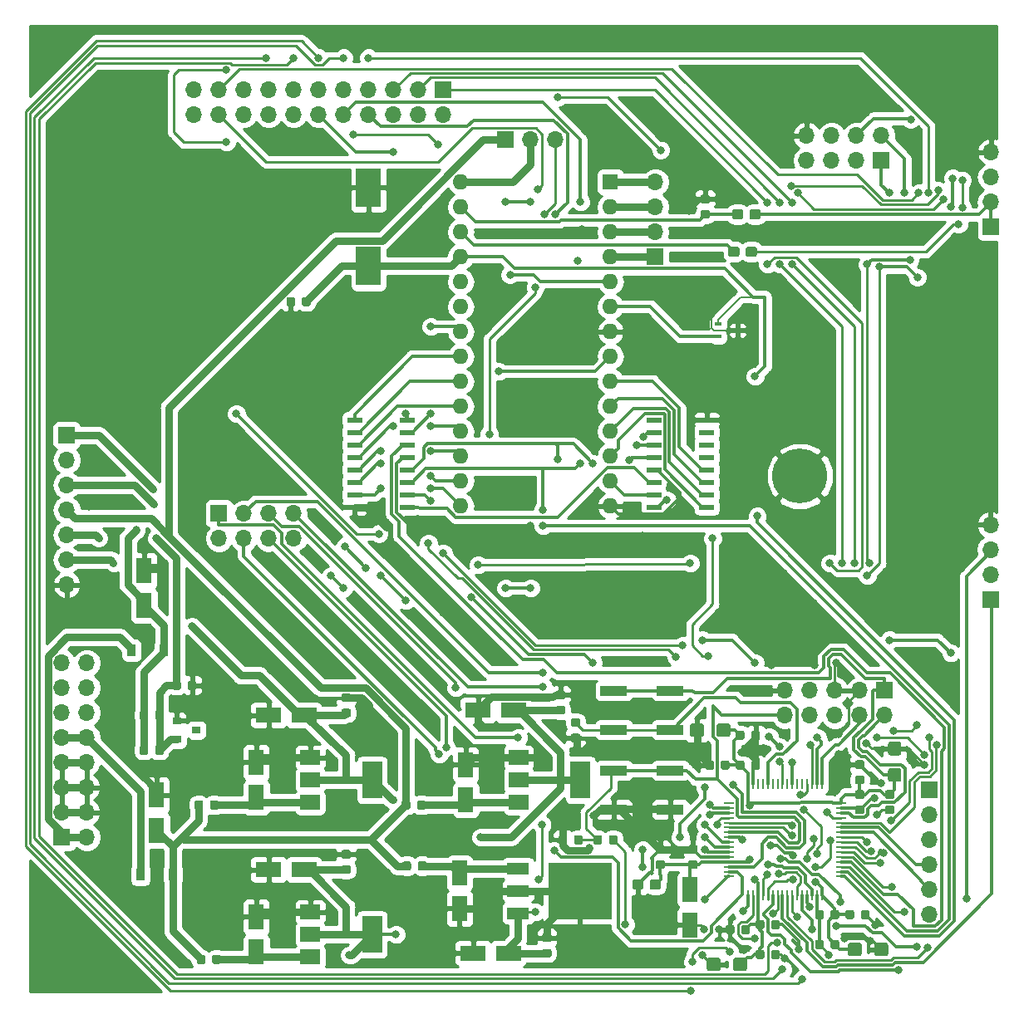
<source format=gtl>
G04 #@! TF.GenerationSoftware,KiCad,Pcbnew,(5.0.1-3-g963ef8bb5)*
G04 #@! TF.CreationDate,2018-11-12T23:42:08-05:00*
G04 #@! TF.ProjectId,EuroSID,4575726F5349442E6B696361645F7063,rev?*
G04 #@! TF.SameCoordinates,Original*
G04 #@! TF.FileFunction,Copper,L1,Top,Signal*
G04 #@! TF.FilePolarity,Positive*
%FSLAX46Y46*%
G04 Gerber Fmt 4.6, Leading zero omitted, Abs format (unit mm)*
G04 Created by KiCad (PCBNEW (5.0.1-3-g963ef8bb5)) date Monday, November 12, 2018 at 11:42:08 PM*
%MOMM*%
%LPD*%
G01*
G04 APERTURE LIST*
G04 #@! TA.AperFunction,SMDPad,CuDef*
%ADD10R,1.500000X0.600000*%
G04 #@! TD*
G04 #@! TA.AperFunction,Conductor*
%ADD11C,0.100000*%
G04 #@! TD*
G04 #@! TA.AperFunction,SMDPad,CuDef*
%ADD12C,0.875000*%
G04 #@! TD*
G04 #@! TA.AperFunction,SMDPad,CuDef*
%ADD13R,1.600000X2.600000*%
G04 #@! TD*
G04 #@! TA.AperFunction,SMDPad,CuDef*
%ADD14R,2.600000X1.600000*%
G04 #@! TD*
G04 #@! TA.AperFunction,ComponentPad*
%ADD15O,1.700000X1.700000*%
G04 #@! TD*
G04 #@! TA.AperFunction,ComponentPad*
%ADD16R,1.700000X1.700000*%
G04 #@! TD*
G04 #@! TA.AperFunction,ComponentPad*
%ADD17O,1.600000X1.600000*%
G04 #@! TD*
G04 #@! TA.AperFunction,ComponentPad*
%ADD18R,1.600000X1.600000*%
G04 #@! TD*
G04 #@! TA.AperFunction,SMDPad,CuDef*
%ADD19R,2.000000X1.500000*%
G04 #@! TD*
G04 #@! TA.AperFunction,SMDPad,CuDef*
%ADD20R,2.000000X3.800000*%
G04 #@! TD*
G04 #@! TA.AperFunction,SMDPad,CuDef*
%ADD21R,0.900000X1.200000*%
G04 #@! TD*
G04 #@! TA.AperFunction,SMDPad,CuDef*
%ADD22C,1.050000*%
G04 #@! TD*
G04 #@! TA.AperFunction,SMDPad,CuDef*
%ADD23R,2.500000X4.000000*%
G04 #@! TD*
G04 #@! TA.AperFunction,SMDPad,CuDef*
%ADD24C,1.350000*%
G04 #@! TD*
G04 #@! TA.AperFunction,SMDPad,CuDef*
%ADD25R,0.900000X0.800000*%
G04 #@! TD*
G04 #@! TA.AperFunction,SMDPad,CuDef*
%ADD26R,2.200000X1.200000*%
G04 #@! TD*
G04 #@! TA.AperFunction,SMDPad,CuDef*
%ADD27R,6.400000X5.800000*%
G04 #@! TD*
G04 #@! TA.AperFunction,SMDPad,CuDef*
%ADD28R,1.000000X0.250000*%
G04 #@! TD*
G04 #@! TA.AperFunction,SMDPad,CuDef*
%ADD29R,0.250000X1.000000*%
G04 #@! TD*
G04 #@! TA.AperFunction,ComponentPad*
%ADD30C,5.600000*%
G04 #@! TD*
G04 #@! TA.AperFunction,SMDPad,CuDef*
%ADD31R,2.750000X1.000000*%
G04 #@! TD*
G04 #@! TA.AperFunction,SMDPad,CuDef*
%ADD32R,0.700000X0.450000*%
G04 #@! TD*
G04 #@! TA.AperFunction,ViaPad*
%ADD33C,0.800000*%
G04 #@! TD*
G04 #@! TA.AperFunction,Conductor*
%ADD34C,0.250000*%
G04 #@! TD*
G04 #@! TA.AperFunction,Conductor*
%ADD35C,0.750000*%
G04 #@! TD*
G04 #@! TA.AperFunction,Conductor*
%ADD36C,0.300000*%
G04 #@! TD*
G04 #@! TA.AperFunction,Conductor*
%ADD37C,0.200000*%
G04 #@! TD*
G04 #@! TA.AperFunction,Conductor*
%ADD38C,0.254000*%
G04 #@! TD*
G04 APERTURE END LIST*
D10*
G04 #@! TO.P,U6,1*
G04 #@! TO.N,/SID Chip/D6*
X75330000Y-83945000D03*
G04 #@! TO.P,U6,2*
G04 #@! TO.N,/SID Chip/D5*
X75330000Y-85215000D03*
G04 #@! TO.P,U6,3*
G04 #@! TO.N,/SID Chip/D4*
X75330000Y-86485000D03*
G04 #@! TO.P,U6,4*
G04 #@! TO.N,/SID Chip/D3*
X75330000Y-87755000D03*
G04 #@! TO.P,U6,5*
G04 #@! TO.N,/SID Chip/D2*
X75330000Y-89025000D03*
G04 #@! TO.P,U6,6*
G04 #@! TO.N,/SID Chip/D1*
X75330000Y-90295000D03*
G04 #@! TO.P,U6,7*
G04 #@! TO.N,/SID Chip/D0*
X75330000Y-91565000D03*
G04 #@! TO.P,U6,8*
G04 #@! TO.N,GND*
X75330000Y-92835000D03*
G04 #@! TO.P,U6,9*
G04 #@! TO.N,Net-(U6-Pad9)*
X80730000Y-92835000D03*
G04 #@! TO.P,U6,10*
G04 #@! TO.N,+5V*
X80730000Y-91565000D03*
G04 #@! TO.P,U6,11*
G04 #@! TO.N,SID_CLK*
X80730000Y-90295000D03*
G04 #@! TO.P,U6,12*
G04 #@! TO.N,SID_LATCH*
X80730000Y-89025000D03*
G04 #@! TO.P,U6,13*
G04 #@! TO.N,GND*
X80730000Y-87755000D03*
G04 #@! TO.P,U6,14*
G04 #@! TO.N,SID_DATA*
X80730000Y-86485000D03*
G04 #@! TO.P,U6,15*
G04 #@! TO.N,/SID Chip/D7*
X80730000Y-85215000D03*
G04 #@! TO.P,U6,16*
G04 #@! TO.N,+5V*
X80730000Y-83945000D03*
G04 #@! TD*
G04 #@! TO.P,U7,16*
G04 #@! TO.N,+5V*
X105810000Y-92835000D03*
G04 #@! TO.P,U7,15*
G04 #@! TO.N,/SID Chip/A4*
X105810000Y-91565000D03*
G04 #@! TO.P,U7,14*
G04 #@! TO.N,Net-(U6-Pad9)*
X105810000Y-90295000D03*
G04 #@! TO.P,U7,13*
G04 #@! TO.N,GND*
X105810000Y-89025000D03*
G04 #@! TO.P,U7,12*
G04 #@! TO.N,SID_LATCH*
X105810000Y-87755000D03*
G04 #@! TO.P,U7,11*
G04 #@! TO.N,SID_CLK*
X105810000Y-86485000D03*
G04 #@! TO.P,U7,10*
G04 #@! TO.N,+5V*
X105810000Y-85215000D03*
G04 #@! TO.P,U7,9*
G04 #@! TO.N,N/C*
X105810000Y-83945000D03*
G04 #@! TO.P,U7,8*
G04 #@! TO.N,GND*
X111210000Y-83945000D03*
G04 #@! TO.P,U7,7*
G04 #@! TO.N,N/C*
X111210000Y-85215000D03*
G04 #@! TO.P,U7,6*
X111210000Y-86485000D03*
G04 #@! TO.P,U7,5*
X111210000Y-87755000D03*
G04 #@! TO.P,U7,4*
G04 #@! TO.N,/SID Chip/A0*
X111210000Y-89025000D03*
G04 #@! TO.P,U7,3*
G04 #@! TO.N,/SID Chip/A1*
X111210000Y-90295000D03*
G04 #@! TO.P,U7,2*
G04 #@! TO.N,/SID Chip/A2*
X111210000Y-91565000D03*
G04 #@! TO.P,U7,1*
G04 #@! TO.N,/SID Chip/A3*
X111210000Y-92835000D03*
G04 #@! TD*
D11*
G04 #@! TO.N,-10V_REF*
G04 #@! TO.C,R55*
G36*
X55689691Y-117126053D02*
X55710926Y-117129203D01*
X55731750Y-117134419D01*
X55751962Y-117141651D01*
X55771368Y-117150830D01*
X55789781Y-117161866D01*
X55807024Y-117174654D01*
X55822930Y-117189070D01*
X55837346Y-117204976D01*
X55850134Y-117222219D01*
X55861170Y-117240632D01*
X55870349Y-117260038D01*
X55877581Y-117280250D01*
X55882797Y-117301074D01*
X55885947Y-117322309D01*
X55887000Y-117343750D01*
X55887000Y-117856250D01*
X55885947Y-117877691D01*
X55882797Y-117898926D01*
X55877581Y-117919750D01*
X55870349Y-117939962D01*
X55861170Y-117959368D01*
X55850134Y-117977781D01*
X55837346Y-117995024D01*
X55822930Y-118010930D01*
X55807024Y-118025346D01*
X55789781Y-118038134D01*
X55771368Y-118049170D01*
X55751962Y-118058349D01*
X55731750Y-118065581D01*
X55710926Y-118070797D01*
X55689691Y-118073947D01*
X55668250Y-118075000D01*
X55230750Y-118075000D01*
X55209309Y-118073947D01*
X55188074Y-118070797D01*
X55167250Y-118065581D01*
X55147038Y-118058349D01*
X55127632Y-118049170D01*
X55109219Y-118038134D01*
X55091976Y-118025346D01*
X55076070Y-118010930D01*
X55061654Y-117995024D01*
X55048866Y-117977781D01*
X55037830Y-117959368D01*
X55028651Y-117939962D01*
X55021419Y-117919750D01*
X55016203Y-117898926D01*
X55013053Y-117877691D01*
X55012000Y-117856250D01*
X55012000Y-117343750D01*
X55013053Y-117322309D01*
X55016203Y-117301074D01*
X55021419Y-117280250D01*
X55028651Y-117260038D01*
X55037830Y-117240632D01*
X55048866Y-117222219D01*
X55061654Y-117204976D01*
X55076070Y-117189070D01*
X55091976Y-117174654D01*
X55109219Y-117161866D01*
X55127632Y-117150830D01*
X55147038Y-117141651D01*
X55167250Y-117134419D01*
X55188074Y-117129203D01*
X55209309Y-117126053D01*
X55230750Y-117125000D01*
X55668250Y-117125000D01*
X55689691Y-117126053D01*
X55689691Y-117126053D01*
G37*
D12*
G04 #@! TD*
G04 #@! TO.P,R55,2*
G04 #@! TO.N,-10V_REF*
X55449500Y-117600000D03*
D11*
G04 #@! TO.N,-12V*
G04 #@! TO.C,R55*
G36*
X54114691Y-117126053D02*
X54135926Y-117129203D01*
X54156750Y-117134419D01*
X54176962Y-117141651D01*
X54196368Y-117150830D01*
X54214781Y-117161866D01*
X54232024Y-117174654D01*
X54247930Y-117189070D01*
X54262346Y-117204976D01*
X54275134Y-117222219D01*
X54286170Y-117240632D01*
X54295349Y-117260038D01*
X54302581Y-117280250D01*
X54307797Y-117301074D01*
X54310947Y-117322309D01*
X54312000Y-117343750D01*
X54312000Y-117856250D01*
X54310947Y-117877691D01*
X54307797Y-117898926D01*
X54302581Y-117919750D01*
X54295349Y-117939962D01*
X54286170Y-117959368D01*
X54275134Y-117977781D01*
X54262346Y-117995024D01*
X54247930Y-118010930D01*
X54232024Y-118025346D01*
X54214781Y-118038134D01*
X54196368Y-118049170D01*
X54176962Y-118058349D01*
X54156750Y-118065581D01*
X54135926Y-118070797D01*
X54114691Y-118073947D01*
X54093250Y-118075000D01*
X53655750Y-118075000D01*
X53634309Y-118073947D01*
X53613074Y-118070797D01*
X53592250Y-118065581D01*
X53572038Y-118058349D01*
X53552632Y-118049170D01*
X53534219Y-118038134D01*
X53516976Y-118025346D01*
X53501070Y-118010930D01*
X53486654Y-117995024D01*
X53473866Y-117977781D01*
X53462830Y-117959368D01*
X53453651Y-117939962D01*
X53446419Y-117919750D01*
X53441203Y-117898926D01*
X53438053Y-117877691D01*
X53437000Y-117856250D01*
X53437000Y-117343750D01*
X53438053Y-117322309D01*
X53441203Y-117301074D01*
X53446419Y-117280250D01*
X53453651Y-117260038D01*
X53462830Y-117240632D01*
X53473866Y-117222219D01*
X53486654Y-117204976D01*
X53501070Y-117189070D01*
X53516976Y-117174654D01*
X53534219Y-117161866D01*
X53552632Y-117150830D01*
X53572038Y-117141651D01*
X53592250Y-117134419D01*
X53613074Y-117129203D01*
X53634309Y-117126053D01*
X53655750Y-117125000D01*
X54093250Y-117125000D01*
X54114691Y-117126053D01*
X54114691Y-117126053D01*
G37*
D12*
G04 #@! TD*
G04 #@! TO.P,R55,1*
G04 #@! TO.N,-12V*
X53874500Y-117600000D03*
D11*
G04 #@! TO.N,GND*
G04 #@! TO.C,C5*
G36*
X96786691Y-126270053D02*
X96807926Y-126273203D01*
X96828750Y-126278419D01*
X96848962Y-126285651D01*
X96868368Y-126294830D01*
X96886781Y-126305866D01*
X96904024Y-126318654D01*
X96919930Y-126333070D01*
X96934346Y-126348976D01*
X96947134Y-126366219D01*
X96958170Y-126384632D01*
X96967349Y-126404038D01*
X96974581Y-126424250D01*
X96979797Y-126445074D01*
X96982947Y-126466309D01*
X96984000Y-126487750D01*
X96984000Y-127000250D01*
X96982947Y-127021691D01*
X96979797Y-127042926D01*
X96974581Y-127063750D01*
X96967349Y-127083962D01*
X96958170Y-127103368D01*
X96947134Y-127121781D01*
X96934346Y-127139024D01*
X96919930Y-127154930D01*
X96904024Y-127169346D01*
X96886781Y-127182134D01*
X96868368Y-127193170D01*
X96848962Y-127202349D01*
X96828750Y-127209581D01*
X96807926Y-127214797D01*
X96786691Y-127217947D01*
X96765250Y-127219000D01*
X96327750Y-127219000D01*
X96306309Y-127217947D01*
X96285074Y-127214797D01*
X96264250Y-127209581D01*
X96244038Y-127202349D01*
X96224632Y-127193170D01*
X96206219Y-127182134D01*
X96188976Y-127169346D01*
X96173070Y-127154930D01*
X96158654Y-127139024D01*
X96145866Y-127121781D01*
X96134830Y-127103368D01*
X96125651Y-127083962D01*
X96118419Y-127063750D01*
X96113203Y-127042926D01*
X96110053Y-127021691D01*
X96109000Y-127000250D01*
X96109000Y-126487750D01*
X96110053Y-126466309D01*
X96113203Y-126445074D01*
X96118419Y-126424250D01*
X96125651Y-126404038D01*
X96134830Y-126384632D01*
X96145866Y-126366219D01*
X96158654Y-126348976D01*
X96173070Y-126333070D01*
X96188976Y-126318654D01*
X96206219Y-126305866D01*
X96224632Y-126294830D01*
X96244038Y-126285651D01*
X96264250Y-126278419D01*
X96285074Y-126273203D01*
X96306309Y-126270053D01*
X96327750Y-126269000D01*
X96765250Y-126269000D01*
X96786691Y-126270053D01*
X96786691Y-126270053D01*
G37*
D12*
G04 #@! TD*
G04 #@! TO.P,C5,2*
G04 #@! TO.N,GND*
X96546500Y-126744000D03*
D11*
G04 #@! TO.N,RESET*
G04 #@! TO.C,C5*
G36*
X98361691Y-126270053D02*
X98382926Y-126273203D01*
X98403750Y-126278419D01*
X98423962Y-126285651D01*
X98443368Y-126294830D01*
X98461781Y-126305866D01*
X98479024Y-126318654D01*
X98494930Y-126333070D01*
X98509346Y-126348976D01*
X98522134Y-126366219D01*
X98533170Y-126384632D01*
X98542349Y-126404038D01*
X98549581Y-126424250D01*
X98554797Y-126445074D01*
X98557947Y-126466309D01*
X98559000Y-126487750D01*
X98559000Y-127000250D01*
X98557947Y-127021691D01*
X98554797Y-127042926D01*
X98549581Y-127063750D01*
X98542349Y-127083962D01*
X98533170Y-127103368D01*
X98522134Y-127121781D01*
X98509346Y-127139024D01*
X98494930Y-127154930D01*
X98479024Y-127169346D01*
X98461781Y-127182134D01*
X98443368Y-127193170D01*
X98423962Y-127202349D01*
X98403750Y-127209581D01*
X98382926Y-127214797D01*
X98361691Y-127217947D01*
X98340250Y-127219000D01*
X97902750Y-127219000D01*
X97881309Y-127217947D01*
X97860074Y-127214797D01*
X97839250Y-127209581D01*
X97819038Y-127202349D01*
X97799632Y-127193170D01*
X97781219Y-127182134D01*
X97763976Y-127169346D01*
X97748070Y-127154930D01*
X97733654Y-127139024D01*
X97720866Y-127121781D01*
X97709830Y-127103368D01*
X97700651Y-127083962D01*
X97693419Y-127063750D01*
X97688203Y-127042926D01*
X97685053Y-127021691D01*
X97684000Y-127000250D01*
X97684000Y-126487750D01*
X97685053Y-126466309D01*
X97688203Y-126445074D01*
X97693419Y-126424250D01*
X97700651Y-126404038D01*
X97709830Y-126384632D01*
X97720866Y-126366219D01*
X97733654Y-126348976D01*
X97748070Y-126333070D01*
X97763976Y-126318654D01*
X97781219Y-126305866D01*
X97799632Y-126294830D01*
X97819038Y-126285651D01*
X97839250Y-126278419D01*
X97860074Y-126273203D01*
X97881309Y-126270053D01*
X97902750Y-126269000D01*
X98340250Y-126269000D01*
X98361691Y-126270053D01*
X98361691Y-126270053D01*
G37*
D12*
G04 #@! TD*
G04 #@! TO.P,C5,1*
G04 #@! TO.N,RESET*
X98121500Y-126744000D03*
D11*
G04 #@! TO.N,GND*
G04 #@! TO.C,C48*
G36*
X74751691Y-111804053D02*
X74772926Y-111807203D01*
X74793750Y-111812419D01*
X74813962Y-111819651D01*
X74833368Y-111828830D01*
X74851781Y-111839866D01*
X74869024Y-111852654D01*
X74884930Y-111867070D01*
X74899346Y-111882976D01*
X74912134Y-111900219D01*
X74923170Y-111918632D01*
X74932349Y-111938038D01*
X74939581Y-111958250D01*
X74944797Y-111979074D01*
X74947947Y-112000309D01*
X74949000Y-112021750D01*
X74949000Y-112459250D01*
X74947947Y-112480691D01*
X74944797Y-112501926D01*
X74939581Y-112522750D01*
X74932349Y-112542962D01*
X74923170Y-112562368D01*
X74912134Y-112580781D01*
X74899346Y-112598024D01*
X74884930Y-112613930D01*
X74869024Y-112628346D01*
X74851781Y-112641134D01*
X74833368Y-112652170D01*
X74813962Y-112661349D01*
X74793750Y-112668581D01*
X74772926Y-112673797D01*
X74751691Y-112676947D01*
X74730250Y-112678000D01*
X74217750Y-112678000D01*
X74196309Y-112676947D01*
X74175074Y-112673797D01*
X74154250Y-112668581D01*
X74134038Y-112661349D01*
X74114632Y-112652170D01*
X74096219Y-112641134D01*
X74078976Y-112628346D01*
X74063070Y-112613930D01*
X74048654Y-112598024D01*
X74035866Y-112580781D01*
X74024830Y-112562368D01*
X74015651Y-112542962D01*
X74008419Y-112522750D01*
X74003203Y-112501926D01*
X74000053Y-112480691D01*
X73999000Y-112459250D01*
X73999000Y-112021750D01*
X74000053Y-112000309D01*
X74003203Y-111979074D01*
X74008419Y-111958250D01*
X74015651Y-111938038D01*
X74024830Y-111918632D01*
X74035866Y-111900219D01*
X74048654Y-111882976D01*
X74063070Y-111867070D01*
X74078976Y-111852654D01*
X74096219Y-111839866D01*
X74114632Y-111828830D01*
X74134038Y-111819651D01*
X74154250Y-111812419D01*
X74175074Y-111807203D01*
X74196309Y-111804053D01*
X74217750Y-111803000D01*
X74730250Y-111803000D01*
X74751691Y-111804053D01*
X74751691Y-111804053D01*
G37*
D12*
G04 #@! TD*
G04 #@! TO.P,C48,2*
G04 #@! TO.N,GND*
X74474000Y-112240500D03*
D11*
G04 #@! TO.N,+3.3VA*
G04 #@! TO.C,C48*
G36*
X74751691Y-113379053D02*
X74772926Y-113382203D01*
X74793750Y-113387419D01*
X74813962Y-113394651D01*
X74833368Y-113403830D01*
X74851781Y-113414866D01*
X74869024Y-113427654D01*
X74884930Y-113442070D01*
X74899346Y-113457976D01*
X74912134Y-113475219D01*
X74923170Y-113493632D01*
X74932349Y-113513038D01*
X74939581Y-113533250D01*
X74944797Y-113554074D01*
X74947947Y-113575309D01*
X74949000Y-113596750D01*
X74949000Y-114034250D01*
X74947947Y-114055691D01*
X74944797Y-114076926D01*
X74939581Y-114097750D01*
X74932349Y-114117962D01*
X74923170Y-114137368D01*
X74912134Y-114155781D01*
X74899346Y-114173024D01*
X74884930Y-114188930D01*
X74869024Y-114203346D01*
X74851781Y-114216134D01*
X74833368Y-114227170D01*
X74813962Y-114236349D01*
X74793750Y-114243581D01*
X74772926Y-114248797D01*
X74751691Y-114251947D01*
X74730250Y-114253000D01*
X74217750Y-114253000D01*
X74196309Y-114251947D01*
X74175074Y-114248797D01*
X74154250Y-114243581D01*
X74134038Y-114236349D01*
X74114632Y-114227170D01*
X74096219Y-114216134D01*
X74078976Y-114203346D01*
X74063070Y-114188930D01*
X74048654Y-114173024D01*
X74035866Y-114155781D01*
X74024830Y-114137368D01*
X74015651Y-114117962D01*
X74008419Y-114097750D01*
X74003203Y-114076926D01*
X74000053Y-114055691D01*
X73999000Y-114034250D01*
X73999000Y-113596750D01*
X74000053Y-113575309D01*
X74003203Y-113554074D01*
X74008419Y-113533250D01*
X74015651Y-113513038D01*
X74024830Y-113493632D01*
X74035866Y-113475219D01*
X74048654Y-113457976D01*
X74063070Y-113442070D01*
X74078976Y-113427654D01*
X74096219Y-113414866D01*
X74114632Y-113403830D01*
X74134038Y-113394651D01*
X74154250Y-113387419D01*
X74175074Y-113382203D01*
X74196309Y-113379053D01*
X74217750Y-113378000D01*
X74730250Y-113378000D01*
X74751691Y-113379053D01*
X74751691Y-113379053D01*
G37*
D12*
G04 #@! TD*
G04 #@! TO.P,C48,1*
G04 #@! TO.N,+3.3VA*
X74474000Y-113815500D03*
D11*
G04 #@! TO.N,GND*
G04 #@! TO.C,C49*
G36*
X96595691Y-111524553D02*
X96616926Y-111527703D01*
X96637750Y-111532919D01*
X96657962Y-111540151D01*
X96677368Y-111549330D01*
X96695781Y-111560366D01*
X96713024Y-111573154D01*
X96728930Y-111587570D01*
X96743346Y-111603476D01*
X96756134Y-111620719D01*
X96767170Y-111639132D01*
X96776349Y-111658538D01*
X96783581Y-111678750D01*
X96788797Y-111699574D01*
X96791947Y-111720809D01*
X96793000Y-111742250D01*
X96793000Y-112179750D01*
X96791947Y-112201191D01*
X96788797Y-112222426D01*
X96783581Y-112243250D01*
X96776349Y-112263462D01*
X96767170Y-112282868D01*
X96756134Y-112301281D01*
X96743346Y-112318524D01*
X96728930Y-112334430D01*
X96713024Y-112348846D01*
X96695781Y-112361634D01*
X96677368Y-112372670D01*
X96657962Y-112381849D01*
X96637750Y-112389081D01*
X96616926Y-112394297D01*
X96595691Y-112397447D01*
X96574250Y-112398500D01*
X96061750Y-112398500D01*
X96040309Y-112397447D01*
X96019074Y-112394297D01*
X95998250Y-112389081D01*
X95978038Y-112381849D01*
X95958632Y-112372670D01*
X95940219Y-112361634D01*
X95922976Y-112348846D01*
X95907070Y-112334430D01*
X95892654Y-112318524D01*
X95879866Y-112301281D01*
X95868830Y-112282868D01*
X95859651Y-112263462D01*
X95852419Y-112243250D01*
X95847203Y-112222426D01*
X95844053Y-112201191D01*
X95843000Y-112179750D01*
X95843000Y-111742250D01*
X95844053Y-111720809D01*
X95847203Y-111699574D01*
X95852419Y-111678750D01*
X95859651Y-111658538D01*
X95868830Y-111639132D01*
X95879866Y-111620719D01*
X95892654Y-111603476D01*
X95907070Y-111587570D01*
X95922976Y-111573154D01*
X95940219Y-111560366D01*
X95958632Y-111549330D01*
X95978038Y-111540151D01*
X95998250Y-111532919D01*
X96019074Y-111527703D01*
X96040309Y-111524553D01*
X96061750Y-111523500D01*
X96574250Y-111523500D01*
X96595691Y-111524553D01*
X96595691Y-111524553D01*
G37*
D12*
G04 #@! TD*
G04 #@! TO.P,C49,2*
G04 #@! TO.N,GND*
X96318000Y-111961000D03*
D11*
G04 #@! TO.N,+5V*
G04 #@! TO.C,C49*
G36*
X96595691Y-113099553D02*
X96616926Y-113102703D01*
X96637750Y-113107919D01*
X96657962Y-113115151D01*
X96677368Y-113124330D01*
X96695781Y-113135366D01*
X96713024Y-113148154D01*
X96728930Y-113162570D01*
X96743346Y-113178476D01*
X96756134Y-113195719D01*
X96767170Y-113214132D01*
X96776349Y-113233538D01*
X96783581Y-113253750D01*
X96788797Y-113274574D01*
X96791947Y-113295809D01*
X96793000Y-113317250D01*
X96793000Y-113754750D01*
X96791947Y-113776191D01*
X96788797Y-113797426D01*
X96783581Y-113818250D01*
X96776349Y-113838462D01*
X96767170Y-113857868D01*
X96756134Y-113876281D01*
X96743346Y-113893524D01*
X96728930Y-113909430D01*
X96713024Y-113923846D01*
X96695781Y-113936634D01*
X96677368Y-113947670D01*
X96657962Y-113956849D01*
X96637750Y-113964081D01*
X96616926Y-113969297D01*
X96595691Y-113972447D01*
X96574250Y-113973500D01*
X96061750Y-113973500D01*
X96040309Y-113972447D01*
X96019074Y-113969297D01*
X95998250Y-113964081D01*
X95978038Y-113956849D01*
X95958632Y-113947670D01*
X95940219Y-113936634D01*
X95922976Y-113923846D01*
X95907070Y-113909430D01*
X95892654Y-113893524D01*
X95879866Y-113876281D01*
X95868830Y-113857868D01*
X95859651Y-113838462D01*
X95852419Y-113818250D01*
X95847203Y-113797426D01*
X95844053Y-113776191D01*
X95843000Y-113754750D01*
X95843000Y-113317250D01*
X95844053Y-113295809D01*
X95847203Y-113274574D01*
X95852419Y-113253750D01*
X95859651Y-113233538D01*
X95868830Y-113214132D01*
X95879866Y-113195719D01*
X95892654Y-113178476D01*
X95907070Y-113162570D01*
X95922976Y-113148154D01*
X95940219Y-113135366D01*
X95958632Y-113124330D01*
X95978038Y-113115151D01*
X95998250Y-113107919D01*
X96019074Y-113102703D01*
X96040309Y-113099553D01*
X96061750Y-113098500D01*
X96574250Y-113098500D01*
X96595691Y-113099553D01*
X96595691Y-113099553D01*
G37*
D12*
G04 #@! TD*
G04 #@! TO.P,C49,1*
G04 #@! TO.N,+5V*
X96318000Y-113536000D03*
D11*
G04 #@! TO.N,GND*
G04 #@! TO.C,C50*
G36*
X95198691Y-136289553D02*
X95219926Y-136292703D01*
X95240750Y-136297919D01*
X95260962Y-136305151D01*
X95280368Y-136314330D01*
X95298781Y-136325366D01*
X95316024Y-136338154D01*
X95331930Y-136352570D01*
X95346346Y-136368476D01*
X95359134Y-136385719D01*
X95370170Y-136404132D01*
X95379349Y-136423538D01*
X95386581Y-136443750D01*
X95391797Y-136464574D01*
X95394947Y-136485809D01*
X95396000Y-136507250D01*
X95396000Y-136944750D01*
X95394947Y-136966191D01*
X95391797Y-136987426D01*
X95386581Y-137008250D01*
X95379349Y-137028462D01*
X95370170Y-137047868D01*
X95359134Y-137066281D01*
X95346346Y-137083524D01*
X95331930Y-137099430D01*
X95316024Y-137113846D01*
X95298781Y-137126634D01*
X95280368Y-137137670D01*
X95260962Y-137146849D01*
X95240750Y-137154081D01*
X95219926Y-137159297D01*
X95198691Y-137162447D01*
X95177250Y-137163500D01*
X94664750Y-137163500D01*
X94643309Y-137162447D01*
X94622074Y-137159297D01*
X94601250Y-137154081D01*
X94581038Y-137146849D01*
X94561632Y-137137670D01*
X94543219Y-137126634D01*
X94525976Y-137113846D01*
X94510070Y-137099430D01*
X94495654Y-137083524D01*
X94482866Y-137066281D01*
X94471830Y-137047868D01*
X94462651Y-137028462D01*
X94455419Y-137008250D01*
X94450203Y-136987426D01*
X94447053Y-136966191D01*
X94446000Y-136944750D01*
X94446000Y-136507250D01*
X94447053Y-136485809D01*
X94450203Y-136464574D01*
X94455419Y-136443750D01*
X94462651Y-136423538D01*
X94471830Y-136404132D01*
X94482866Y-136385719D01*
X94495654Y-136368476D01*
X94510070Y-136352570D01*
X94525976Y-136338154D01*
X94543219Y-136325366D01*
X94561632Y-136314330D01*
X94581038Y-136305151D01*
X94601250Y-136297919D01*
X94622074Y-136292703D01*
X94643309Y-136289553D01*
X94664750Y-136288500D01*
X95177250Y-136288500D01*
X95198691Y-136289553D01*
X95198691Y-136289553D01*
G37*
D12*
G04 #@! TD*
G04 #@! TO.P,C50,2*
G04 #@! TO.N,GND*
X94921000Y-136726000D03*
D11*
G04 #@! TO.N,+9V*
G04 #@! TO.C,C50*
G36*
X95198691Y-137864553D02*
X95219926Y-137867703D01*
X95240750Y-137872919D01*
X95260962Y-137880151D01*
X95280368Y-137889330D01*
X95298781Y-137900366D01*
X95316024Y-137913154D01*
X95331930Y-137927570D01*
X95346346Y-137943476D01*
X95359134Y-137960719D01*
X95370170Y-137979132D01*
X95379349Y-137998538D01*
X95386581Y-138018750D01*
X95391797Y-138039574D01*
X95394947Y-138060809D01*
X95396000Y-138082250D01*
X95396000Y-138519750D01*
X95394947Y-138541191D01*
X95391797Y-138562426D01*
X95386581Y-138583250D01*
X95379349Y-138603462D01*
X95370170Y-138622868D01*
X95359134Y-138641281D01*
X95346346Y-138658524D01*
X95331930Y-138674430D01*
X95316024Y-138688846D01*
X95298781Y-138701634D01*
X95280368Y-138712670D01*
X95260962Y-138721849D01*
X95240750Y-138729081D01*
X95219926Y-138734297D01*
X95198691Y-138737447D01*
X95177250Y-138738500D01*
X94664750Y-138738500D01*
X94643309Y-138737447D01*
X94622074Y-138734297D01*
X94601250Y-138729081D01*
X94581038Y-138721849D01*
X94561632Y-138712670D01*
X94543219Y-138701634D01*
X94525976Y-138688846D01*
X94510070Y-138674430D01*
X94495654Y-138658524D01*
X94482866Y-138641281D01*
X94471830Y-138622868D01*
X94462651Y-138603462D01*
X94455419Y-138583250D01*
X94450203Y-138562426D01*
X94447053Y-138541191D01*
X94446000Y-138519750D01*
X94446000Y-138082250D01*
X94447053Y-138060809D01*
X94450203Y-138039574D01*
X94455419Y-138018750D01*
X94462651Y-137998538D01*
X94471830Y-137979132D01*
X94482866Y-137960719D01*
X94495654Y-137943476D01*
X94510070Y-137927570D01*
X94525976Y-137913154D01*
X94543219Y-137900366D01*
X94561632Y-137889330D01*
X94581038Y-137880151D01*
X94601250Y-137872919D01*
X94622074Y-137867703D01*
X94643309Y-137864553D01*
X94664750Y-137863500D01*
X95177250Y-137863500D01*
X95198691Y-137864553D01*
X95198691Y-137864553D01*
G37*
D12*
G04 #@! TD*
G04 #@! TO.P,C50,1*
G04 #@! TO.N,+9V*
X94921000Y-138301000D03*
D11*
G04 #@! TO.N,GND*
G04 #@! TO.C,C53*
G36*
X59017191Y-110522053D02*
X59038426Y-110525203D01*
X59059250Y-110530419D01*
X59079462Y-110537651D01*
X59098868Y-110546830D01*
X59117281Y-110557866D01*
X59134524Y-110570654D01*
X59150430Y-110585070D01*
X59164846Y-110600976D01*
X59177634Y-110618219D01*
X59188670Y-110636632D01*
X59197849Y-110656038D01*
X59205081Y-110676250D01*
X59210297Y-110697074D01*
X59213447Y-110718309D01*
X59214500Y-110739750D01*
X59214500Y-111252250D01*
X59213447Y-111273691D01*
X59210297Y-111294926D01*
X59205081Y-111315750D01*
X59197849Y-111335962D01*
X59188670Y-111355368D01*
X59177634Y-111373781D01*
X59164846Y-111391024D01*
X59150430Y-111406930D01*
X59134524Y-111421346D01*
X59117281Y-111434134D01*
X59098868Y-111445170D01*
X59079462Y-111454349D01*
X59059250Y-111461581D01*
X59038426Y-111466797D01*
X59017191Y-111469947D01*
X58995750Y-111471000D01*
X58558250Y-111471000D01*
X58536809Y-111469947D01*
X58515574Y-111466797D01*
X58494750Y-111461581D01*
X58474538Y-111454349D01*
X58455132Y-111445170D01*
X58436719Y-111434134D01*
X58419476Y-111421346D01*
X58403570Y-111406930D01*
X58389154Y-111391024D01*
X58376366Y-111373781D01*
X58365330Y-111355368D01*
X58356151Y-111335962D01*
X58348919Y-111315750D01*
X58343703Y-111294926D01*
X58340553Y-111273691D01*
X58339500Y-111252250D01*
X58339500Y-110739750D01*
X58340553Y-110718309D01*
X58343703Y-110697074D01*
X58348919Y-110676250D01*
X58356151Y-110656038D01*
X58365330Y-110636632D01*
X58376366Y-110618219D01*
X58389154Y-110600976D01*
X58403570Y-110585070D01*
X58419476Y-110570654D01*
X58436719Y-110557866D01*
X58455132Y-110546830D01*
X58474538Y-110537651D01*
X58494750Y-110530419D01*
X58515574Y-110525203D01*
X58536809Y-110522053D01*
X58558250Y-110521000D01*
X58995750Y-110521000D01*
X59017191Y-110522053D01*
X59017191Y-110522053D01*
G37*
D12*
G04 #@! TD*
G04 #@! TO.P,C53,2*
G04 #@! TO.N,GND*
X58777000Y-110996000D03*
D11*
G04 #@! TO.N,-10V_REF*
G04 #@! TO.C,C53*
G36*
X57442191Y-110522053D02*
X57463426Y-110525203D01*
X57484250Y-110530419D01*
X57504462Y-110537651D01*
X57523868Y-110546830D01*
X57542281Y-110557866D01*
X57559524Y-110570654D01*
X57575430Y-110585070D01*
X57589846Y-110600976D01*
X57602634Y-110618219D01*
X57613670Y-110636632D01*
X57622849Y-110656038D01*
X57630081Y-110676250D01*
X57635297Y-110697074D01*
X57638447Y-110718309D01*
X57639500Y-110739750D01*
X57639500Y-111252250D01*
X57638447Y-111273691D01*
X57635297Y-111294926D01*
X57630081Y-111315750D01*
X57622849Y-111335962D01*
X57613670Y-111355368D01*
X57602634Y-111373781D01*
X57589846Y-111391024D01*
X57575430Y-111406930D01*
X57559524Y-111421346D01*
X57542281Y-111434134D01*
X57523868Y-111445170D01*
X57504462Y-111454349D01*
X57484250Y-111461581D01*
X57463426Y-111466797D01*
X57442191Y-111469947D01*
X57420750Y-111471000D01*
X56983250Y-111471000D01*
X56961809Y-111469947D01*
X56940574Y-111466797D01*
X56919750Y-111461581D01*
X56899538Y-111454349D01*
X56880132Y-111445170D01*
X56861719Y-111434134D01*
X56844476Y-111421346D01*
X56828570Y-111406930D01*
X56814154Y-111391024D01*
X56801366Y-111373781D01*
X56790330Y-111355368D01*
X56781151Y-111335962D01*
X56773919Y-111315750D01*
X56768703Y-111294926D01*
X56765553Y-111273691D01*
X56764500Y-111252250D01*
X56764500Y-110739750D01*
X56765553Y-110718309D01*
X56768703Y-110697074D01*
X56773919Y-110676250D01*
X56781151Y-110656038D01*
X56790330Y-110636632D01*
X56801366Y-110618219D01*
X56814154Y-110600976D01*
X56828570Y-110585070D01*
X56844476Y-110570654D01*
X56861719Y-110557866D01*
X56880132Y-110546830D01*
X56899538Y-110537651D01*
X56919750Y-110530419D01*
X56940574Y-110525203D01*
X56961809Y-110522053D01*
X56983250Y-110521000D01*
X57420750Y-110521000D01*
X57442191Y-110522053D01*
X57442191Y-110522053D01*
G37*
D12*
G04 #@! TD*
G04 #@! TO.P,C53,1*
G04 #@! TO.N,-10V_REF*
X57202000Y-110996000D03*
D11*
G04 #@! TO.N,GND*
G04 #@! TO.C,C54*
G36*
X130123691Y-123259553D02*
X130144926Y-123262703D01*
X130165750Y-123267919D01*
X130185962Y-123275151D01*
X130205368Y-123284330D01*
X130223781Y-123295366D01*
X130241024Y-123308154D01*
X130256930Y-123322570D01*
X130271346Y-123338476D01*
X130284134Y-123355719D01*
X130295170Y-123374132D01*
X130304349Y-123393538D01*
X130311581Y-123413750D01*
X130316797Y-123434574D01*
X130319947Y-123455809D01*
X130321000Y-123477250D01*
X130321000Y-123914750D01*
X130319947Y-123936191D01*
X130316797Y-123957426D01*
X130311581Y-123978250D01*
X130304349Y-123998462D01*
X130295170Y-124017868D01*
X130284134Y-124036281D01*
X130271346Y-124053524D01*
X130256930Y-124069430D01*
X130241024Y-124083846D01*
X130223781Y-124096634D01*
X130205368Y-124107670D01*
X130185962Y-124116849D01*
X130165750Y-124124081D01*
X130144926Y-124129297D01*
X130123691Y-124132447D01*
X130102250Y-124133500D01*
X129589750Y-124133500D01*
X129568309Y-124132447D01*
X129547074Y-124129297D01*
X129526250Y-124124081D01*
X129506038Y-124116849D01*
X129486632Y-124107670D01*
X129468219Y-124096634D01*
X129450976Y-124083846D01*
X129435070Y-124069430D01*
X129420654Y-124053524D01*
X129407866Y-124036281D01*
X129396830Y-124017868D01*
X129387651Y-123998462D01*
X129380419Y-123978250D01*
X129375203Y-123957426D01*
X129372053Y-123936191D01*
X129371000Y-123914750D01*
X129371000Y-123477250D01*
X129372053Y-123455809D01*
X129375203Y-123434574D01*
X129380419Y-123413750D01*
X129387651Y-123393538D01*
X129396830Y-123374132D01*
X129407866Y-123355719D01*
X129420654Y-123338476D01*
X129435070Y-123322570D01*
X129450976Y-123308154D01*
X129468219Y-123295366D01*
X129486632Y-123284330D01*
X129506038Y-123275151D01*
X129526250Y-123267919D01*
X129547074Y-123262703D01*
X129568309Y-123259553D01*
X129589750Y-123258500D01*
X130102250Y-123258500D01*
X130123691Y-123259553D01*
X130123691Y-123259553D01*
G37*
D12*
G04 #@! TD*
G04 #@! TO.P,C54,2*
G04 #@! TO.N,GND*
X129846000Y-123696000D03*
D11*
G04 #@! TO.N,+3V3*
G04 #@! TO.C,C54*
G36*
X130123691Y-121684553D02*
X130144926Y-121687703D01*
X130165750Y-121692919D01*
X130185962Y-121700151D01*
X130205368Y-121709330D01*
X130223781Y-121720366D01*
X130241024Y-121733154D01*
X130256930Y-121747570D01*
X130271346Y-121763476D01*
X130284134Y-121780719D01*
X130295170Y-121799132D01*
X130304349Y-121818538D01*
X130311581Y-121838750D01*
X130316797Y-121859574D01*
X130319947Y-121880809D01*
X130321000Y-121902250D01*
X130321000Y-122339750D01*
X130319947Y-122361191D01*
X130316797Y-122382426D01*
X130311581Y-122403250D01*
X130304349Y-122423462D01*
X130295170Y-122442868D01*
X130284134Y-122461281D01*
X130271346Y-122478524D01*
X130256930Y-122494430D01*
X130241024Y-122508846D01*
X130223781Y-122521634D01*
X130205368Y-122532670D01*
X130185962Y-122541849D01*
X130165750Y-122549081D01*
X130144926Y-122554297D01*
X130123691Y-122557447D01*
X130102250Y-122558500D01*
X129589750Y-122558500D01*
X129568309Y-122557447D01*
X129547074Y-122554297D01*
X129526250Y-122549081D01*
X129506038Y-122541849D01*
X129486632Y-122532670D01*
X129468219Y-122521634D01*
X129450976Y-122508846D01*
X129435070Y-122494430D01*
X129420654Y-122478524D01*
X129407866Y-122461281D01*
X129396830Y-122442868D01*
X129387651Y-122423462D01*
X129380419Y-122403250D01*
X129375203Y-122382426D01*
X129372053Y-122361191D01*
X129371000Y-122339750D01*
X129371000Y-121902250D01*
X129372053Y-121880809D01*
X129375203Y-121859574D01*
X129380419Y-121838750D01*
X129387651Y-121818538D01*
X129396830Y-121799132D01*
X129407866Y-121780719D01*
X129420654Y-121763476D01*
X129435070Y-121747570D01*
X129450976Y-121733154D01*
X129468219Y-121720366D01*
X129486632Y-121709330D01*
X129506038Y-121700151D01*
X129526250Y-121692919D01*
X129547074Y-121687703D01*
X129568309Y-121684553D01*
X129589750Y-121683500D01*
X130102250Y-121683500D01*
X130123691Y-121684553D01*
X130123691Y-121684553D01*
G37*
D12*
G04 #@! TD*
G04 #@! TO.P,C54,1*
G04 #@! TO.N,+3V3*
X129846000Y-122121000D03*
D11*
G04 #@! TO.N,GND*
G04 #@! TO.C,C55*
G36*
X127075691Y-123259553D02*
X127096926Y-123262703D01*
X127117750Y-123267919D01*
X127137962Y-123275151D01*
X127157368Y-123284330D01*
X127175781Y-123295366D01*
X127193024Y-123308154D01*
X127208930Y-123322570D01*
X127223346Y-123338476D01*
X127236134Y-123355719D01*
X127247170Y-123374132D01*
X127256349Y-123393538D01*
X127263581Y-123413750D01*
X127268797Y-123434574D01*
X127271947Y-123455809D01*
X127273000Y-123477250D01*
X127273000Y-123914750D01*
X127271947Y-123936191D01*
X127268797Y-123957426D01*
X127263581Y-123978250D01*
X127256349Y-123998462D01*
X127247170Y-124017868D01*
X127236134Y-124036281D01*
X127223346Y-124053524D01*
X127208930Y-124069430D01*
X127193024Y-124083846D01*
X127175781Y-124096634D01*
X127157368Y-124107670D01*
X127137962Y-124116849D01*
X127117750Y-124124081D01*
X127096926Y-124129297D01*
X127075691Y-124132447D01*
X127054250Y-124133500D01*
X126541750Y-124133500D01*
X126520309Y-124132447D01*
X126499074Y-124129297D01*
X126478250Y-124124081D01*
X126458038Y-124116849D01*
X126438632Y-124107670D01*
X126420219Y-124096634D01*
X126402976Y-124083846D01*
X126387070Y-124069430D01*
X126372654Y-124053524D01*
X126359866Y-124036281D01*
X126348830Y-124017868D01*
X126339651Y-123998462D01*
X126332419Y-123978250D01*
X126327203Y-123957426D01*
X126324053Y-123936191D01*
X126323000Y-123914750D01*
X126323000Y-123477250D01*
X126324053Y-123455809D01*
X126327203Y-123434574D01*
X126332419Y-123413750D01*
X126339651Y-123393538D01*
X126348830Y-123374132D01*
X126359866Y-123355719D01*
X126372654Y-123338476D01*
X126387070Y-123322570D01*
X126402976Y-123308154D01*
X126420219Y-123295366D01*
X126438632Y-123284330D01*
X126458038Y-123275151D01*
X126478250Y-123267919D01*
X126499074Y-123262703D01*
X126520309Y-123259553D01*
X126541750Y-123258500D01*
X127054250Y-123258500D01*
X127075691Y-123259553D01*
X127075691Y-123259553D01*
G37*
D12*
G04 #@! TD*
G04 #@! TO.P,C55,2*
G04 #@! TO.N,GND*
X126798000Y-123696000D03*
D11*
G04 #@! TO.N,+3V3*
G04 #@! TO.C,C55*
G36*
X127075691Y-121684553D02*
X127096926Y-121687703D01*
X127117750Y-121692919D01*
X127137962Y-121700151D01*
X127157368Y-121709330D01*
X127175781Y-121720366D01*
X127193024Y-121733154D01*
X127208930Y-121747570D01*
X127223346Y-121763476D01*
X127236134Y-121780719D01*
X127247170Y-121799132D01*
X127256349Y-121818538D01*
X127263581Y-121838750D01*
X127268797Y-121859574D01*
X127271947Y-121880809D01*
X127273000Y-121902250D01*
X127273000Y-122339750D01*
X127271947Y-122361191D01*
X127268797Y-122382426D01*
X127263581Y-122403250D01*
X127256349Y-122423462D01*
X127247170Y-122442868D01*
X127236134Y-122461281D01*
X127223346Y-122478524D01*
X127208930Y-122494430D01*
X127193024Y-122508846D01*
X127175781Y-122521634D01*
X127157368Y-122532670D01*
X127137962Y-122541849D01*
X127117750Y-122549081D01*
X127096926Y-122554297D01*
X127075691Y-122557447D01*
X127054250Y-122558500D01*
X126541750Y-122558500D01*
X126520309Y-122557447D01*
X126499074Y-122554297D01*
X126478250Y-122549081D01*
X126458038Y-122541849D01*
X126438632Y-122532670D01*
X126420219Y-122521634D01*
X126402976Y-122508846D01*
X126387070Y-122494430D01*
X126372654Y-122478524D01*
X126359866Y-122461281D01*
X126348830Y-122442868D01*
X126339651Y-122423462D01*
X126332419Y-122403250D01*
X126327203Y-122382426D01*
X126324053Y-122361191D01*
X126323000Y-122339750D01*
X126323000Y-121902250D01*
X126324053Y-121880809D01*
X126327203Y-121859574D01*
X126332419Y-121838750D01*
X126339651Y-121818538D01*
X126348830Y-121799132D01*
X126359866Y-121780719D01*
X126372654Y-121763476D01*
X126387070Y-121747570D01*
X126402976Y-121733154D01*
X126420219Y-121720366D01*
X126438632Y-121709330D01*
X126458038Y-121700151D01*
X126478250Y-121692919D01*
X126499074Y-121687703D01*
X126520309Y-121684553D01*
X126541750Y-121683500D01*
X127054250Y-121683500D01*
X127075691Y-121684553D01*
X127075691Y-121684553D01*
G37*
D12*
G04 #@! TD*
G04 #@! TO.P,C55,1*
G04 #@! TO.N,+3V3*
X126798000Y-122121000D03*
D11*
G04 #@! TO.N,GND*
G04 #@! TO.C,C56*
G36*
X127075691Y-118636553D02*
X127096926Y-118639703D01*
X127117750Y-118644919D01*
X127137962Y-118652151D01*
X127157368Y-118661330D01*
X127175781Y-118672366D01*
X127193024Y-118685154D01*
X127208930Y-118699570D01*
X127223346Y-118715476D01*
X127236134Y-118732719D01*
X127247170Y-118751132D01*
X127256349Y-118770538D01*
X127263581Y-118790750D01*
X127268797Y-118811574D01*
X127271947Y-118832809D01*
X127273000Y-118854250D01*
X127273000Y-119291750D01*
X127271947Y-119313191D01*
X127268797Y-119334426D01*
X127263581Y-119355250D01*
X127256349Y-119375462D01*
X127247170Y-119394868D01*
X127236134Y-119413281D01*
X127223346Y-119430524D01*
X127208930Y-119446430D01*
X127193024Y-119460846D01*
X127175781Y-119473634D01*
X127157368Y-119484670D01*
X127137962Y-119493849D01*
X127117750Y-119501081D01*
X127096926Y-119506297D01*
X127075691Y-119509447D01*
X127054250Y-119510500D01*
X126541750Y-119510500D01*
X126520309Y-119509447D01*
X126499074Y-119506297D01*
X126478250Y-119501081D01*
X126458038Y-119493849D01*
X126438632Y-119484670D01*
X126420219Y-119473634D01*
X126402976Y-119460846D01*
X126387070Y-119446430D01*
X126372654Y-119430524D01*
X126359866Y-119413281D01*
X126348830Y-119394868D01*
X126339651Y-119375462D01*
X126332419Y-119355250D01*
X126327203Y-119334426D01*
X126324053Y-119313191D01*
X126323000Y-119291750D01*
X126323000Y-118854250D01*
X126324053Y-118832809D01*
X126327203Y-118811574D01*
X126332419Y-118790750D01*
X126339651Y-118770538D01*
X126348830Y-118751132D01*
X126359866Y-118732719D01*
X126372654Y-118715476D01*
X126387070Y-118699570D01*
X126402976Y-118685154D01*
X126420219Y-118672366D01*
X126438632Y-118661330D01*
X126458038Y-118652151D01*
X126478250Y-118644919D01*
X126499074Y-118639703D01*
X126520309Y-118636553D01*
X126541750Y-118635500D01*
X127054250Y-118635500D01*
X127075691Y-118636553D01*
X127075691Y-118636553D01*
G37*
D12*
G04 #@! TD*
G04 #@! TO.P,C56,2*
G04 #@! TO.N,GND*
X126798000Y-119073000D03*
D11*
G04 #@! TO.N,+3V3*
G04 #@! TO.C,C56*
G36*
X127075691Y-120211553D02*
X127096926Y-120214703D01*
X127117750Y-120219919D01*
X127137962Y-120227151D01*
X127157368Y-120236330D01*
X127175781Y-120247366D01*
X127193024Y-120260154D01*
X127208930Y-120274570D01*
X127223346Y-120290476D01*
X127236134Y-120307719D01*
X127247170Y-120326132D01*
X127256349Y-120345538D01*
X127263581Y-120365750D01*
X127268797Y-120386574D01*
X127271947Y-120407809D01*
X127273000Y-120429250D01*
X127273000Y-120866750D01*
X127271947Y-120888191D01*
X127268797Y-120909426D01*
X127263581Y-120930250D01*
X127256349Y-120950462D01*
X127247170Y-120969868D01*
X127236134Y-120988281D01*
X127223346Y-121005524D01*
X127208930Y-121021430D01*
X127193024Y-121035846D01*
X127175781Y-121048634D01*
X127157368Y-121059670D01*
X127137962Y-121068849D01*
X127117750Y-121076081D01*
X127096926Y-121081297D01*
X127075691Y-121084447D01*
X127054250Y-121085500D01*
X126541750Y-121085500D01*
X126520309Y-121084447D01*
X126499074Y-121081297D01*
X126478250Y-121076081D01*
X126458038Y-121068849D01*
X126438632Y-121059670D01*
X126420219Y-121048634D01*
X126402976Y-121035846D01*
X126387070Y-121021430D01*
X126372654Y-121005524D01*
X126359866Y-120988281D01*
X126348830Y-120969868D01*
X126339651Y-120950462D01*
X126332419Y-120930250D01*
X126327203Y-120909426D01*
X126324053Y-120888191D01*
X126323000Y-120866750D01*
X126323000Y-120429250D01*
X126324053Y-120407809D01*
X126327203Y-120386574D01*
X126332419Y-120365750D01*
X126339651Y-120345538D01*
X126348830Y-120326132D01*
X126359866Y-120307719D01*
X126372654Y-120290476D01*
X126387070Y-120274570D01*
X126402976Y-120260154D01*
X126420219Y-120247366D01*
X126438632Y-120236330D01*
X126458038Y-120227151D01*
X126478250Y-120219919D01*
X126499074Y-120214703D01*
X126520309Y-120211553D01*
X126541750Y-120210500D01*
X127054250Y-120210500D01*
X127075691Y-120211553D01*
X127075691Y-120211553D01*
G37*
D12*
G04 #@! TD*
G04 #@! TO.P,C56,1*
G04 #@! TO.N,+3V3*
X126798000Y-120648000D03*
D11*
G04 #@! TO.N,GND*
G04 #@! TO.C,C61*
G36*
X106755691Y-127272553D02*
X106776926Y-127275703D01*
X106797750Y-127280919D01*
X106817962Y-127288151D01*
X106837368Y-127297330D01*
X106855781Y-127308366D01*
X106873024Y-127321154D01*
X106888930Y-127335570D01*
X106903346Y-127351476D01*
X106916134Y-127368719D01*
X106927170Y-127387132D01*
X106936349Y-127406538D01*
X106943581Y-127426750D01*
X106948797Y-127447574D01*
X106951947Y-127468809D01*
X106953000Y-127490250D01*
X106953000Y-127927750D01*
X106951947Y-127949191D01*
X106948797Y-127970426D01*
X106943581Y-127991250D01*
X106936349Y-128011462D01*
X106927170Y-128030868D01*
X106916134Y-128049281D01*
X106903346Y-128066524D01*
X106888930Y-128082430D01*
X106873024Y-128096846D01*
X106855781Y-128109634D01*
X106837368Y-128120670D01*
X106817962Y-128129849D01*
X106797750Y-128137081D01*
X106776926Y-128142297D01*
X106755691Y-128145447D01*
X106734250Y-128146500D01*
X106221750Y-128146500D01*
X106200309Y-128145447D01*
X106179074Y-128142297D01*
X106158250Y-128137081D01*
X106138038Y-128129849D01*
X106118632Y-128120670D01*
X106100219Y-128109634D01*
X106082976Y-128096846D01*
X106067070Y-128082430D01*
X106052654Y-128066524D01*
X106039866Y-128049281D01*
X106028830Y-128030868D01*
X106019651Y-128011462D01*
X106012419Y-127991250D01*
X106007203Y-127970426D01*
X106004053Y-127949191D01*
X106003000Y-127927750D01*
X106003000Y-127490250D01*
X106004053Y-127468809D01*
X106007203Y-127447574D01*
X106012419Y-127426750D01*
X106019651Y-127406538D01*
X106028830Y-127387132D01*
X106039866Y-127368719D01*
X106052654Y-127351476D01*
X106067070Y-127335570D01*
X106082976Y-127321154D01*
X106100219Y-127308366D01*
X106118632Y-127297330D01*
X106138038Y-127288151D01*
X106158250Y-127280919D01*
X106179074Y-127275703D01*
X106200309Y-127272553D01*
X106221750Y-127271500D01*
X106734250Y-127271500D01*
X106755691Y-127272553D01*
X106755691Y-127272553D01*
G37*
D12*
G04 #@! TD*
G04 #@! TO.P,C61,2*
G04 #@! TO.N,GND*
X106478000Y-127709000D03*
D11*
G04 #@! TO.N,+3.3VA*
G04 #@! TO.C,C61*
G36*
X106755691Y-128847553D02*
X106776926Y-128850703D01*
X106797750Y-128855919D01*
X106817962Y-128863151D01*
X106837368Y-128872330D01*
X106855781Y-128883366D01*
X106873024Y-128896154D01*
X106888930Y-128910570D01*
X106903346Y-128926476D01*
X106916134Y-128943719D01*
X106927170Y-128962132D01*
X106936349Y-128981538D01*
X106943581Y-129001750D01*
X106948797Y-129022574D01*
X106951947Y-129043809D01*
X106953000Y-129065250D01*
X106953000Y-129502750D01*
X106951947Y-129524191D01*
X106948797Y-129545426D01*
X106943581Y-129566250D01*
X106936349Y-129586462D01*
X106927170Y-129605868D01*
X106916134Y-129624281D01*
X106903346Y-129641524D01*
X106888930Y-129657430D01*
X106873024Y-129671846D01*
X106855781Y-129684634D01*
X106837368Y-129695670D01*
X106817962Y-129704849D01*
X106797750Y-129712081D01*
X106776926Y-129717297D01*
X106755691Y-129720447D01*
X106734250Y-129721500D01*
X106221750Y-129721500D01*
X106200309Y-129720447D01*
X106179074Y-129717297D01*
X106158250Y-129712081D01*
X106138038Y-129704849D01*
X106118632Y-129695670D01*
X106100219Y-129684634D01*
X106082976Y-129671846D01*
X106067070Y-129657430D01*
X106052654Y-129641524D01*
X106039866Y-129624281D01*
X106028830Y-129605868D01*
X106019651Y-129586462D01*
X106012419Y-129566250D01*
X106007203Y-129545426D01*
X106004053Y-129524191D01*
X106003000Y-129502750D01*
X106003000Y-129065250D01*
X106004053Y-129043809D01*
X106007203Y-129022574D01*
X106012419Y-129001750D01*
X106019651Y-128981538D01*
X106028830Y-128962132D01*
X106039866Y-128943719D01*
X106052654Y-128926476D01*
X106067070Y-128910570D01*
X106082976Y-128896154D01*
X106100219Y-128883366D01*
X106118632Y-128872330D01*
X106138038Y-128863151D01*
X106158250Y-128855919D01*
X106179074Y-128850703D01*
X106200309Y-128847553D01*
X106221750Y-128846500D01*
X106734250Y-128846500D01*
X106755691Y-128847553D01*
X106755691Y-128847553D01*
G37*
D12*
G04 #@! TD*
G04 #@! TO.P,C61,1*
G04 #@! TO.N,+3.3VA*
X106478000Y-129284000D03*
D11*
G04 #@! TO.N,GND*
G04 #@! TO.C,C62*
G36*
X122923191Y-133890053D02*
X122944426Y-133893203D01*
X122965250Y-133898419D01*
X122985462Y-133905651D01*
X123004868Y-133914830D01*
X123023281Y-133925866D01*
X123040524Y-133938654D01*
X123056430Y-133953070D01*
X123070846Y-133968976D01*
X123083634Y-133986219D01*
X123094670Y-134004632D01*
X123103849Y-134024038D01*
X123111081Y-134044250D01*
X123116297Y-134065074D01*
X123119447Y-134086309D01*
X123120500Y-134107750D01*
X123120500Y-134620250D01*
X123119447Y-134641691D01*
X123116297Y-134662926D01*
X123111081Y-134683750D01*
X123103849Y-134703962D01*
X123094670Y-134723368D01*
X123083634Y-134741781D01*
X123070846Y-134759024D01*
X123056430Y-134774930D01*
X123040524Y-134789346D01*
X123023281Y-134802134D01*
X123004868Y-134813170D01*
X122985462Y-134822349D01*
X122965250Y-134829581D01*
X122944426Y-134834797D01*
X122923191Y-134837947D01*
X122901750Y-134839000D01*
X122464250Y-134839000D01*
X122442809Y-134837947D01*
X122421574Y-134834797D01*
X122400750Y-134829581D01*
X122380538Y-134822349D01*
X122361132Y-134813170D01*
X122342719Y-134802134D01*
X122325476Y-134789346D01*
X122309570Y-134774930D01*
X122295154Y-134759024D01*
X122282366Y-134741781D01*
X122271330Y-134723368D01*
X122262151Y-134703962D01*
X122254919Y-134683750D01*
X122249703Y-134662926D01*
X122246553Y-134641691D01*
X122245500Y-134620250D01*
X122245500Y-134107750D01*
X122246553Y-134086309D01*
X122249703Y-134065074D01*
X122254919Y-134044250D01*
X122262151Y-134024038D01*
X122271330Y-134004632D01*
X122282366Y-133986219D01*
X122295154Y-133968976D01*
X122309570Y-133953070D01*
X122325476Y-133938654D01*
X122342719Y-133925866D01*
X122361132Y-133914830D01*
X122380538Y-133905651D01*
X122400750Y-133898419D01*
X122421574Y-133893203D01*
X122442809Y-133890053D01*
X122464250Y-133889000D01*
X122901750Y-133889000D01*
X122923191Y-133890053D01*
X122923191Y-133890053D01*
G37*
D12*
G04 #@! TD*
G04 #@! TO.P,C62,2*
G04 #@! TO.N,GND*
X122683000Y-134364000D03*
D11*
G04 #@! TO.N,+3V3*
G04 #@! TO.C,C62*
G36*
X124498191Y-133890053D02*
X124519426Y-133893203D01*
X124540250Y-133898419D01*
X124560462Y-133905651D01*
X124579868Y-133914830D01*
X124598281Y-133925866D01*
X124615524Y-133938654D01*
X124631430Y-133953070D01*
X124645846Y-133968976D01*
X124658634Y-133986219D01*
X124669670Y-134004632D01*
X124678849Y-134024038D01*
X124686081Y-134044250D01*
X124691297Y-134065074D01*
X124694447Y-134086309D01*
X124695500Y-134107750D01*
X124695500Y-134620250D01*
X124694447Y-134641691D01*
X124691297Y-134662926D01*
X124686081Y-134683750D01*
X124678849Y-134703962D01*
X124669670Y-134723368D01*
X124658634Y-134741781D01*
X124645846Y-134759024D01*
X124631430Y-134774930D01*
X124615524Y-134789346D01*
X124598281Y-134802134D01*
X124579868Y-134813170D01*
X124560462Y-134822349D01*
X124540250Y-134829581D01*
X124519426Y-134834797D01*
X124498191Y-134837947D01*
X124476750Y-134839000D01*
X124039250Y-134839000D01*
X124017809Y-134837947D01*
X123996574Y-134834797D01*
X123975750Y-134829581D01*
X123955538Y-134822349D01*
X123936132Y-134813170D01*
X123917719Y-134802134D01*
X123900476Y-134789346D01*
X123884570Y-134774930D01*
X123870154Y-134759024D01*
X123857366Y-134741781D01*
X123846330Y-134723368D01*
X123837151Y-134703962D01*
X123829919Y-134683750D01*
X123824703Y-134662926D01*
X123821553Y-134641691D01*
X123820500Y-134620250D01*
X123820500Y-134107750D01*
X123821553Y-134086309D01*
X123824703Y-134065074D01*
X123829919Y-134044250D01*
X123837151Y-134024038D01*
X123846330Y-134004632D01*
X123857366Y-133986219D01*
X123870154Y-133968976D01*
X123884570Y-133953070D01*
X123900476Y-133938654D01*
X123917719Y-133925866D01*
X123936132Y-133914830D01*
X123955538Y-133905651D01*
X123975750Y-133898419D01*
X123996574Y-133893203D01*
X124017809Y-133890053D01*
X124039250Y-133889000D01*
X124476750Y-133889000D01*
X124498191Y-133890053D01*
X124498191Y-133890053D01*
G37*
D12*
G04 #@! TD*
G04 #@! TO.P,C62,1*
G04 #@! TO.N,+3V3*
X124258000Y-134364000D03*
D13*
G04 #@! TO.P,C42,2*
G04 #@! TO.N,GND*
X86031000Y-133751000D03*
G04 #@! TO.P,C42,1*
G04 #@! TO.N,Net-(C42-Pad1)*
X86031000Y-130151000D03*
G04 #@! TD*
D14*
G04 #@! TO.P,C43,2*
G04 #@! TO.N,GND*
X66578000Y-129792000D03*
G04 #@! TO.P,C43,1*
G04 #@! TO.N,+3V3*
X70178000Y-129792000D03*
G04 #@! TD*
G04 #@! TO.P,C46,2*
G04 #@! TO.N,GND*
X87406000Y-138301000D03*
G04 #@! TO.P,C46,1*
G04 #@! TO.N,+9V*
X91006000Y-138301000D03*
G04 #@! TD*
D11*
G04 #@! TO.N,GND*
G04 #@! TO.C,C66*
G36*
X118453191Y-134906053D02*
X118474426Y-134909203D01*
X118495250Y-134914419D01*
X118515462Y-134921651D01*
X118534868Y-134930830D01*
X118553281Y-134941866D01*
X118570524Y-134954654D01*
X118586430Y-134969070D01*
X118600846Y-134984976D01*
X118613634Y-135002219D01*
X118624670Y-135020632D01*
X118633849Y-135040038D01*
X118641081Y-135060250D01*
X118646297Y-135081074D01*
X118649447Y-135102309D01*
X118650500Y-135123750D01*
X118650500Y-135636250D01*
X118649447Y-135657691D01*
X118646297Y-135678926D01*
X118641081Y-135699750D01*
X118633849Y-135719962D01*
X118624670Y-135739368D01*
X118613634Y-135757781D01*
X118600846Y-135775024D01*
X118586430Y-135790930D01*
X118570524Y-135805346D01*
X118553281Y-135818134D01*
X118534868Y-135829170D01*
X118515462Y-135838349D01*
X118495250Y-135845581D01*
X118474426Y-135850797D01*
X118453191Y-135853947D01*
X118431750Y-135855000D01*
X117994250Y-135855000D01*
X117972809Y-135853947D01*
X117951574Y-135850797D01*
X117930750Y-135845581D01*
X117910538Y-135838349D01*
X117891132Y-135829170D01*
X117872719Y-135818134D01*
X117855476Y-135805346D01*
X117839570Y-135790930D01*
X117825154Y-135775024D01*
X117812366Y-135757781D01*
X117801330Y-135739368D01*
X117792151Y-135719962D01*
X117784919Y-135699750D01*
X117779703Y-135678926D01*
X117776553Y-135657691D01*
X117775500Y-135636250D01*
X117775500Y-135123750D01*
X117776553Y-135102309D01*
X117779703Y-135081074D01*
X117784919Y-135060250D01*
X117792151Y-135040038D01*
X117801330Y-135020632D01*
X117812366Y-135002219D01*
X117825154Y-134984976D01*
X117839570Y-134969070D01*
X117855476Y-134954654D01*
X117872719Y-134941866D01*
X117891132Y-134930830D01*
X117910538Y-134921651D01*
X117930750Y-134914419D01*
X117951574Y-134909203D01*
X117972809Y-134906053D01*
X117994250Y-134905000D01*
X118431750Y-134905000D01*
X118453191Y-134906053D01*
X118453191Y-134906053D01*
G37*
D12*
G04 #@! TD*
G04 #@! TO.P,C66,2*
G04 #@! TO.N,GND*
X118213000Y-135380000D03*
D11*
G04 #@! TO.N,+3V3*
G04 #@! TO.C,C66*
G36*
X116878191Y-134906053D02*
X116899426Y-134909203D01*
X116920250Y-134914419D01*
X116940462Y-134921651D01*
X116959868Y-134930830D01*
X116978281Y-134941866D01*
X116995524Y-134954654D01*
X117011430Y-134969070D01*
X117025846Y-134984976D01*
X117038634Y-135002219D01*
X117049670Y-135020632D01*
X117058849Y-135040038D01*
X117066081Y-135060250D01*
X117071297Y-135081074D01*
X117074447Y-135102309D01*
X117075500Y-135123750D01*
X117075500Y-135636250D01*
X117074447Y-135657691D01*
X117071297Y-135678926D01*
X117066081Y-135699750D01*
X117058849Y-135719962D01*
X117049670Y-135739368D01*
X117038634Y-135757781D01*
X117025846Y-135775024D01*
X117011430Y-135790930D01*
X116995524Y-135805346D01*
X116978281Y-135818134D01*
X116959868Y-135829170D01*
X116940462Y-135838349D01*
X116920250Y-135845581D01*
X116899426Y-135850797D01*
X116878191Y-135853947D01*
X116856750Y-135855000D01*
X116419250Y-135855000D01*
X116397809Y-135853947D01*
X116376574Y-135850797D01*
X116355750Y-135845581D01*
X116335538Y-135838349D01*
X116316132Y-135829170D01*
X116297719Y-135818134D01*
X116280476Y-135805346D01*
X116264570Y-135790930D01*
X116250154Y-135775024D01*
X116237366Y-135757781D01*
X116226330Y-135739368D01*
X116217151Y-135719962D01*
X116209919Y-135699750D01*
X116204703Y-135678926D01*
X116201553Y-135657691D01*
X116200500Y-135636250D01*
X116200500Y-135123750D01*
X116201553Y-135102309D01*
X116204703Y-135081074D01*
X116209919Y-135060250D01*
X116217151Y-135040038D01*
X116226330Y-135020632D01*
X116237366Y-135002219D01*
X116250154Y-134984976D01*
X116264570Y-134969070D01*
X116280476Y-134954654D01*
X116297719Y-134941866D01*
X116316132Y-134930830D01*
X116335538Y-134921651D01*
X116355750Y-134914419D01*
X116376574Y-134909203D01*
X116397809Y-134906053D01*
X116419250Y-134905000D01*
X116856750Y-134905000D01*
X116878191Y-134906053D01*
X116878191Y-134906053D01*
G37*
D12*
G04 #@! TD*
G04 #@! TO.P,C66,1*
G04 #@! TO.N,+3V3*
X116638000Y-135380000D03*
D11*
G04 #@! TO.N,GND*
G04 #@! TO.C,C67*
G36*
X118453191Y-137954053D02*
X118474426Y-137957203D01*
X118495250Y-137962419D01*
X118515462Y-137969651D01*
X118534868Y-137978830D01*
X118553281Y-137989866D01*
X118570524Y-138002654D01*
X118586430Y-138017070D01*
X118600846Y-138032976D01*
X118613634Y-138050219D01*
X118624670Y-138068632D01*
X118633849Y-138088038D01*
X118641081Y-138108250D01*
X118646297Y-138129074D01*
X118649447Y-138150309D01*
X118650500Y-138171750D01*
X118650500Y-138684250D01*
X118649447Y-138705691D01*
X118646297Y-138726926D01*
X118641081Y-138747750D01*
X118633849Y-138767962D01*
X118624670Y-138787368D01*
X118613634Y-138805781D01*
X118600846Y-138823024D01*
X118586430Y-138838930D01*
X118570524Y-138853346D01*
X118553281Y-138866134D01*
X118534868Y-138877170D01*
X118515462Y-138886349D01*
X118495250Y-138893581D01*
X118474426Y-138898797D01*
X118453191Y-138901947D01*
X118431750Y-138903000D01*
X117994250Y-138903000D01*
X117972809Y-138901947D01*
X117951574Y-138898797D01*
X117930750Y-138893581D01*
X117910538Y-138886349D01*
X117891132Y-138877170D01*
X117872719Y-138866134D01*
X117855476Y-138853346D01*
X117839570Y-138838930D01*
X117825154Y-138823024D01*
X117812366Y-138805781D01*
X117801330Y-138787368D01*
X117792151Y-138767962D01*
X117784919Y-138747750D01*
X117779703Y-138726926D01*
X117776553Y-138705691D01*
X117775500Y-138684250D01*
X117775500Y-138171750D01*
X117776553Y-138150309D01*
X117779703Y-138129074D01*
X117784919Y-138108250D01*
X117792151Y-138088038D01*
X117801330Y-138068632D01*
X117812366Y-138050219D01*
X117825154Y-138032976D01*
X117839570Y-138017070D01*
X117855476Y-138002654D01*
X117872719Y-137989866D01*
X117891132Y-137978830D01*
X117910538Y-137969651D01*
X117930750Y-137962419D01*
X117951574Y-137957203D01*
X117972809Y-137954053D01*
X117994250Y-137953000D01*
X118431750Y-137953000D01*
X118453191Y-137954053D01*
X118453191Y-137954053D01*
G37*
D12*
G04 #@! TD*
G04 #@! TO.P,C67,2*
G04 #@! TO.N,GND*
X118213000Y-138428000D03*
D11*
G04 #@! TO.N,+3V3*
G04 #@! TO.C,C67*
G36*
X116878191Y-137954053D02*
X116899426Y-137957203D01*
X116920250Y-137962419D01*
X116940462Y-137969651D01*
X116959868Y-137978830D01*
X116978281Y-137989866D01*
X116995524Y-138002654D01*
X117011430Y-138017070D01*
X117025846Y-138032976D01*
X117038634Y-138050219D01*
X117049670Y-138068632D01*
X117058849Y-138088038D01*
X117066081Y-138108250D01*
X117071297Y-138129074D01*
X117074447Y-138150309D01*
X117075500Y-138171750D01*
X117075500Y-138684250D01*
X117074447Y-138705691D01*
X117071297Y-138726926D01*
X117066081Y-138747750D01*
X117058849Y-138767962D01*
X117049670Y-138787368D01*
X117038634Y-138805781D01*
X117025846Y-138823024D01*
X117011430Y-138838930D01*
X116995524Y-138853346D01*
X116978281Y-138866134D01*
X116959868Y-138877170D01*
X116940462Y-138886349D01*
X116920250Y-138893581D01*
X116899426Y-138898797D01*
X116878191Y-138901947D01*
X116856750Y-138903000D01*
X116419250Y-138903000D01*
X116397809Y-138901947D01*
X116376574Y-138898797D01*
X116355750Y-138893581D01*
X116335538Y-138886349D01*
X116316132Y-138877170D01*
X116297719Y-138866134D01*
X116280476Y-138853346D01*
X116264570Y-138838930D01*
X116250154Y-138823024D01*
X116237366Y-138805781D01*
X116226330Y-138787368D01*
X116217151Y-138767962D01*
X116209919Y-138747750D01*
X116204703Y-138726926D01*
X116201553Y-138705691D01*
X116200500Y-138684250D01*
X116200500Y-138171750D01*
X116201553Y-138150309D01*
X116204703Y-138129074D01*
X116209919Y-138108250D01*
X116217151Y-138088038D01*
X116226330Y-138068632D01*
X116237366Y-138050219D01*
X116250154Y-138032976D01*
X116264570Y-138017070D01*
X116280476Y-138002654D01*
X116297719Y-137989866D01*
X116316132Y-137978830D01*
X116335538Y-137969651D01*
X116355750Y-137962419D01*
X116376574Y-137957203D01*
X116397809Y-137954053D01*
X116419250Y-137953000D01*
X116856750Y-137953000D01*
X116878191Y-137954053D01*
X116878191Y-137954053D01*
G37*
D12*
G04 #@! TD*
G04 #@! TO.P,C67,1*
G04 #@! TO.N,+3V3*
X116638000Y-138428000D03*
D11*
G04 #@! TO.N,GND*
G04 #@! TO.C,C68*
G36*
X113830191Y-135414053D02*
X113851426Y-135417203D01*
X113872250Y-135422419D01*
X113892462Y-135429651D01*
X113911868Y-135438830D01*
X113930281Y-135449866D01*
X113947524Y-135462654D01*
X113963430Y-135477070D01*
X113977846Y-135492976D01*
X113990634Y-135510219D01*
X114001670Y-135528632D01*
X114010849Y-135548038D01*
X114018081Y-135568250D01*
X114023297Y-135589074D01*
X114026447Y-135610309D01*
X114027500Y-135631750D01*
X114027500Y-136144250D01*
X114026447Y-136165691D01*
X114023297Y-136186926D01*
X114018081Y-136207750D01*
X114010849Y-136227962D01*
X114001670Y-136247368D01*
X113990634Y-136265781D01*
X113977846Y-136283024D01*
X113963430Y-136298930D01*
X113947524Y-136313346D01*
X113930281Y-136326134D01*
X113911868Y-136337170D01*
X113892462Y-136346349D01*
X113872250Y-136353581D01*
X113851426Y-136358797D01*
X113830191Y-136361947D01*
X113808750Y-136363000D01*
X113371250Y-136363000D01*
X113349809Y-136361947D01*
X113328574Y-136358797D01*
X113307750Y-136353581D01*
X113287538Y-136346349D01*
X113268132Y-136337170D01*
X113249719Y-136326134D01*
X113232476Y-136313346D01*
X113216570Y-136298930D01*
X113202154Y-136283024D01*
X113189366Y-136265781D01*
X113178330Y-136247368D01*
X113169151Y-136227962D01*
X113161919Y-136207750D01*
X113156703Y-136186926D01*
X113153553Y-136165691D01*
X113152500Y-136144250D01*
X113152500Y-135631750D01*
X113153553Y-135610309D01*
X113156703Y-135589074D01*
X113161919Y-135568250D01*
X113169151Y-135548038D01*
X113178330Y-135528632D01*
X113189366Y-135510219D01*
X113202154Y-135492976D01*
X113216570Y-135477070D01*
X113232476Y-135462654D01*
X113249719Y-135449866D01*
X113268132Y-135438830D01*
X113287538Y-135429651D01*
X113307750Y-135422419D01*
X113328574Y-135417203D01*
X113349809Y-135414053D01*
X113371250Y-135413000D01*
X113808750Y-135413000D01*
X113830191Y-135414053D01*
X113830191Y-135414053D01*
G37*
D12*
G04 #@! TD*
G04 #@! TO.P,C68,2*
G04 #@! TO.N,GND*
X113590000Y-135888000D03*
D11*
G04 #@! TO.N,+3V3*
G04 #@! TO.C,C68*
G36*
X115405191Y-135414053D02*
X115426426Y-135417203D01*
X115447250Y-135422419D01*
X115467462Y-135429651D01*
X115486868Y-135438830D01*
X115505281Y-135449866D01*
X115522524Y-135462654D01*
X115538430Y-135477070D01*
X115552846Y-135492976D01*
X115565634Y-135510219D01*
X115576670Y-135528632D01*
X115585849Y-135548038D01*
X115593081Y-135568250D01*
X115598297Y-135589074D01*
X115601447Y-135610309D01*
X115602500Y-135631750D01*
X115602500Y-136144250D01*
X115601447Y-136165691D01*
X115598297Y-136186926D01*
X115593081Y-136207750D01*
X115585849Y-136227962D01*
X115576670Y-136247368D01*
X115565634Y-136265781D01*
X115552846Y-136283024D01*
X115538430Y-136298930D01*
X115522524Y-136313346D01*
X115505281Y-136326134D01*
X115486868Y-136337170D01*
X115467462Y-136346349D01*
X115447250Y-136353581D01*
X115426426Y-136358797D01*
X115405191Y-136361947D01*
X115383750Y-136363000D01*
X114946250Y-136363000D01*
X114924809Y-136361947D01*
X114903574Y-136358797D01*
X114882750Y-136353581D01*
X114862538Y-136346349D01*
X114843132Y-136337170D01*
X114824719Y-136326134D01*
X114807476Y-136313346D01*
X114791570Y-136298930D01*
X114777154Y-136283024D01*
X114764366Y-136265781D01*
X114753330Y-136247368D01*
X114744151Y-136227962D01*
X114736919Y-136207750D01*
X114731703Y-136186926D01*
X114728553Y-136165691D01*
X114727500Y-136144250D01*
X114727500Y-135631750D01*
X114728553Y-135610309D01*
X114731703Y-135589074D01*
X114736919Y-135568250D01*
X114744151Y-135548038D01*
X114753330Y-135528632D01*
X114764366Y-135510219D01*
X114777154Y-135492976D01*
X114791570Y-135477070D01*
X114807476Y-135462654D01*
X114824719Y-135449866D01*
X114843132Y-135438830D01*
X114862538Y-135429651D01*
X114882750Y-135422419D01*
X114903574Y-135417203D01*
X114924809Y-135414053D01*
X114946250Y-135413000D01*
X115383750Y-135413000D01*
X115405191Y-135414053D01*
X115405191Y-135414053D01*
G37*
D12*
G04 #@! TD*
G04 #@! TO.P,C68,1*
G04 #@! TO.N,+3V3*
X115165000Y-135888000D03*
D11*
G04 #@! TO.N,GND*
G04 #@! TO.C,R16*
G36*
X98119691Y-115919053D02*
X98140926Y-115922203D01*
X98161750Y-115927419D01*
X98181962Y-115934651D01*
X98201368Y-115943830D01*
X98219781Y-115954866D01*
X98237024Y-115967654D01*
X98252930Y-115982070D01*
X98267346Y-115997976D01*
X98280134Y-116015219D01*
X98291170Y-116033632D01*
X98300349Y-116053038D01*
X98307581Y-116073250D01*
X98312797Y-116094074D01*
X98315947Y-116115309D01*
X98317000Y-116136750D01*
X98317000Y-116574250D01*
X98315947Y-116595691D01*
X98312797Y-116616926D01*
X98307581Y-116637750D01*
X98300349Y-116657962D01*
X98291170Y-116677368D01*
X98280134Y-116695781D01*
X98267346Y-116713024D01*
X98252930Y-116728930D01*
X98237024Y-116743346D01*
X98219781Y-116756134D01*
X98201368Y-116767170D01*
X98181962Y-116776349D01*
X98161750Y-116783581D01*
X98140926Y-116788797D01*
X98119691Y-116791947D01*
X98098250Y-116793000D01*
X97585750Y-116793000D01*
X97564309Y-116791947D01*
X97543074Y-116788797D01*
X97522250Y-116783581D01*
X97502038Y-116776349D01*
X97482632Y-116767170D01*
X97464219Y-116756134D01*
X97446976Y-116743346D01*
X97431070Y-116728930D01*
X97416654Y-116713024D01*
X97403866Y-116695781D01*
X97392830Y-116677368D01*
X97383651Y-116657962D01*
X97376419Y-116637750D01*
X97371203Y-116616926D01*
X97368053Y-116595691D01*
X97367000Y-116574250D01*
X97367000Y-116136750D01*
X97368053Y-116115309D01*
X97371203Y-116094074D01*
X97376419Y-116073250D01*
X97383651Y-116053038D01*
X97392830Y-116033632D01*
X97403866Y-116015219D01*
X97416654Y-115997976D01*
X97431070Y-115982070D01*
X97446976Y-115967654D01*
X97464219Y-115954866D01*
X97482632Y-115943830D01*
X97502038Y-115934651D01*
X97522250Y-115927419D01*
X97543074Y-115922203D01*
X97564309Y-115919053D01*
X97585750Y-115918000D01*
X98098250Y-115918000D01*
X98119691Y-115919053D01*
X98119691Y-115919053D01*
G37*
D12*
G04 #@! TD*
G04 #@! TO.P,R16,2*
G04 #@! TO.N,GND*
X97842000Y-116355500D03*
D11*
G04 #@! TO.N,PROG*
G04 #@! TO.C,R16*
G36*
X98119691Y-114344053D02*
X98140926Y-114347203D01*
X98161750Y-114352419D01*
X98181962Y-114359651D01*
X98201368Y-114368830D01*
X98219781Y-114379866D01*
X98237024Y-114392654D01*
X98252930Y-114407070D01*
X98267346Y-114422976D01*
X98280134Y-114440219D01*
X98291170Y-114458632D01*
X98300349Y-114478038D01*
X98307581Y-114498250D01*
X98312797Y-114519074D01*
X98315947Y-114540309D01*
X98317000Y-114561750D01*
X98317000Y-114999250D01*
X98315947Y-115020691D01*
X98312797Y-115041926D01*
X98307581Y-115062750D01*
X98300349Y-115082962D01*
X98291170Y-115102368D01*
X98280134Y-115120781D01*
X98267346Y-115138024D01*
X98252930Y-115153930D01*
X98237024Y-115168346D01*
X98219781Y-115181134D01*
X98201368Y-115192170D01*
X98181962Y-115201349D01*
X98161750Y-115208581D01*
X98140926Y-115213797D01*
X98119691Y-115216947D01*
X98098250Y-115218000D01*
X97585750Y-115218000D01*
X97564309Y-115216947D01*
X97543074Y-115213797D01*
X97522250Y-115208581D01*
X97502038Y-115201349D01*
X97482632Y-115192170D01*
X97464219Y-115181134D01*
X97446976Y-115168346D01*
X97431070Y-115153930D01*
X97416654Y-115138024D01*
X97403866Y-115120781D01*
X97392830Y-115102368D01*
X97383651Y-115082962D01*
X97376419Y-115062750D01*
X97371203Y-115041926D01*
X97368053Y-115020691D01*
X97367000Y-114999250D01*
X97367000Y-114561750D01*
X97368053Y-114540309D01*
X97371203Y-114519074D01*
X97376419Y-114498250D01*
X97383651Y-114478038D01*
X97392830Y-114458632D01*
X97403866Y-114440219D01*
X97416654Y-114422976D01*
X97431070Y-114407070D01*
X97446976Y-114392654D01*
X97464219Y-114379866D01*
X97482632Y-114368830D01*
X97502038Y-114359651D01*
X97522250Y-114352419D01*
X97543074Y-114347203D01*
X97564309Y-114344053D01*
X97585750Y-114343000D01*
X98098250Y-114343000D01*
X98119691Y-114344053D01*
X98119691Y-114344053D01*
G37*
D12*
G04 #@! TD*
G04 #@! TO.P,R16,1*
G04 #@! TO.N,PROG*
X97842000Y-114780500D03*
D11*
G04 #@! TO.N,RESET*
G04 #@! TO.C,R19*
G36*
X100342691Y-126270053D02*
X100363926Y-126273203D01*
X100384750Y-126278419D01*
X100404962Y-126285651D01*
X100424368Y-126294830D01*
X100442781Y-126305866D01*
X100460024Y-126318654D01*
X100475930Y-126333070D01*
X100490346Y-126348976D01*
X100503134Y-126366219D01*
X100514170Y-126384632D01*
X100523349Y-126404038D01*
X100530581Y-126424250D01*
X100535797Y-126445074D01*
X100538947Y-126466309D01*
X100540000Y-126487750D01*
X100540000Y-127000250D01*
X100538947Y-127021691D01*
X100535797Y-127042926D01*
X100530581Y-127063750D01*
X100523349Y-127083962D01*
X100514170Y-127103368D01*
X100503134Y-127121781D01*
X100490346Y-127139024D01*
X100475930Y-127154930D01*
X100460024Y-127169346D01*
X100442781Y-127182134D01*
X100424368Y-127193170D01*
X100404962Y-127202349D01*
X100384750Y-127209581D01*
X100363926Y-127214797D01*
X100342691Y-127217947D01*
X100321250Y-127219000D01*
X99883750Y-127219000D01*
X99862309Y-127217947D01*
X99841074Y-127214797D01*
X99820250Y-127209581D01*
X99800038Y-127202349D01*
X99780632Y-127193170D01*
X99762219Y-127182134D01*
X99744976Y-127169346D01*
X99729070Y-127154930D01*
X99714654Y-127139024D01*
X99701866Y-127121781D01*
X99690830Y-127103368D01*
X99681651Y-127083962D01*
X99674419Y-127063750D01*
X99669203Y-127042926D01*
X99666053Y-127021691D01*
X99665000Y-127000250D01*
X99665000Y-126487750D01*
X99666053Y-126466309D01*
X99669203Y-126445074D01*
X99674419Y-126424250D01*
X99681651Y-126404038D01*
X99690830Y-126384632D01*
X99701866Y-126366219D01*
X99714654Y-126348976D01*
X99729070Y-126333070D01*
X99744976Y-126318654D01*
X99762219Y-126305866D01*
X99780632Y-126294830D01*
X99800038Y-126285651D01*
X99820250Y-126278419D01*
X99841074Y-126273203D01*
X99862309Y-126270053D01*
X99883750Y-126269000D01*
X100321250Y-126269000D01*
X100342691Y-126270053D01*
X100342691Y-126270053D01*
G37*
D12*
G04 #@! TD*
G04 #@! TO.P,R19,2*
G04 #@! TO.N,RESET*
X100102500Y-126744000D03*
D11*
G04 #@! TO.N,+3V3*
G04 #@! TO.C,R19*
G36*
X101917691Y-126270053D02*
X101938926Y-126273203D01*
X101959750Y-126278419D01*
X101979962Y-126285651D01*
X101999368Y-126294830D01*
X102017781Y-126305866D01*
X102035024Y-126318654D01*
X102050930Y-126333070D01*
X102065346Y-126348976D01*
X102078134Y-126366219D01*
X102089170Y-126384632D01*
X102098349Y-126404038D01*
X102105581Y-126424250D01*
X102110797Y-126445074D01*
X102113947Y-126466309D01*
X102115000Y-126487750D01*
X102115000Y-127000250D01*
X102113947Y-127021691D01*
X102110797Y-127042926D01*
X102105581Y-127063750D01*
X102098349Y-127083962D01*
X102089170Y-127103368D01*
X102078134Y-127121781D01*
X102065346Y-127139024D01*
X102050930Y-127154930D01*
X102035024Y-127169346D01*
X102017781Y-127182134D01*
X101999368Y-127193170D01*
X101979962Y-127202349D01*
X101959750Y-127209581D01*
X101938926Y-127214797D01*
X101917691Y-127217947D01*
X101896250Y-127219000D01*
X101458750Y-127219000D01*
X101437309Y-127217947D01*
X101416074Y-127214797D01*
X101395250Y-127209581D01*
X101375038Y-127202349D01*
X101355632Y-127193170D01*
X101337219Y-127182134D01*
X101319976Y-127169346D01*
X101304070Y-127154930D01*
X101289654Y-127139024D01*
X101276866Y-127121781D01*
X101265830Y-127103368D01*
X101256651Y-127083962D01*
X101249419Y-127063750D01*
X101244203Y-127042926D01*
X101241053Y-127021691D01*
X101240000Y-127000250D01*
X101240000Y-126487750D01*
X101241053Y-126466309D01*
X101244203Y-126445074D01*
X101249419Y-126424250D01*
X101256651Y-126404038D01*
X101265830Y-126384632D01*
X101276866Y-126366219D01*
X101289654Y-126348976D01*
X101304070Y-126333070D01*
X101319976Y-126318654D01*
X101337219Y-126305866D01*
X101355632Y-126294830D01*
X101375038Y-126285651D01*
X101395250Y-126278419D01*
X101416074Y-126273203D01*
X101437309Y-126270053D01*
X101458750Y-126269000D01*
X101896250Y-126269000D01*
X101917691Y-126270053D01*
X101917691Y-126270053D01*
G37*
D12*
G04 #@! TD*
G04 #@! TO.P,R19,1*
G04 #@! TO.N,+3V3*
X101677500Y-126744000D03*
D15*
G04 #@! TO.P,J26,8*
G04 #@! TO.N,GND*
X69140000Y-96010000D03*
G04 #@! TO.P,J26,7*
G04 #@! TO.N,RELEASE*
X69140000Y-93470000D03*
G04 #@! TO.P,J26,6*
G04 #@! TO.N,RESONANCE*
X66600000Y-96010000D03*
G04 #@! TO.P,J26,5*
G04 #@! TO.N,SUSTAIN*
X66600000Y-93470000D03*
G04 #@! TO.P,J26,4*
G04 #@! TO.N,CUTOFF*
X64060000Y-96010000D03*
G04 #@! TO.P,J26,3*
G04 #@! TO.N,DECAY*
X64060000Y-93470000D03*
G04 #@! TO.P,J26,2*
G04 #@! TO.N,PWM*
X61520000Y-96010000D03*
D16*
G04 #@! TO.P,J26,1*
G04 #@! TO.N,ATTACK*
X61520000Y-93470000D03*
G04 #@! TD*
G04 #@! TO.P,J24,1*
G04 #@! TO.N,FREQ_A*
X84370000Y-50260000D03*
D15*
G04 #@! TO.P,J24,2*
G04 #@! TO.N,GATE_3*
X84370000Y-52800000D03*
G04 #@! TO.P,J24,3*
G04 #@! TO.N,FREQ_B*
X81830000Y-50260000D03*
G04 #@! TO.P,J24,4*
G04 #@! TO.N,GATE_2*
X81830000Y-52800000D03*
G04 #@! TO.P,J24,5*
G04 #@! TO.N,FREQ_SW*
X79290000Y-50260000D03*
G04 #@! TO.P,J24,6*
G04 #@! TO.N,GATE_1*
X79290000Y-52800000D03*
G04 #@! TO.P,J24,7*
G04 #@! TO.N,FILTER_SW*
X76750000Y-50260000D03*
G04 #@! TO.P,J24,8*
G04 #@! TO.N,LED_LATCH*
X76750000Y-52800000D03*
G04 #@! TO.P,J24,9*
G04 #@! TO.N,FILTEREXT_SW*
X74210000Y-50260000D03*
G04 #@! TO.P,J24,10*
G04 #@! TO.N,LED_CLK*
X74210000Y-52800000D03*
G04 #@! TO.P,J24,11*
G04 #@! TO.N,FILTER3_SW*
X71670000Y-50260000D03*
G04 #@! TO.P,J24,12*
G04 #@! TO.N,LED_DATA*
X71670000Y-52800000D03*
G04 #@! TO.P,J24,13*
G04 #@! TO.N,FILTER2_SW*
X69130000Y-50260000D03*
G04 #@! TO.P,J24,14*
G04 #@! TO.N,N/C*
X69130000Y-52800000D03*
G04 #@! TO.P,J24,15*
G04 #@! TO.N,FILTER1_SW*
X66590000Y-50260000D03*
G04 #@! TO.P,J24,16*
G04 #@! TO.N,N/C*
X66590000Y-52800000D03*
G04 #@! TO.P,J24,17*
G04 #@! TO.N,MODE_SW*
X64050000Y-50260000D03*
G04 #@! TO.P,J24,18*
G04 #@! TO.N,N/C*
X64050000Y-52800000D03*
G04 #@! TO.P,J24,19*
G04 #@! TO.N,VOICE_SW*
X61510000Y-50260000D03*
G04 #@! TO.P,J24,20*
G04 #@! TO.N,MOD_SW*
X61510000Y-52800000D03*
G04 #@! TO.P,J24,21*
G04 #@! TO.N,SET_SW*
X58970000Y-50260000D03*
G04 #@! TO.P,J24,22*
G04 #@! TO.N,SHAPE_SW*
X58970000Y-52800000D03*
G04 #@! TD*
D17*
G04 #@! TO.P,U8,28*
G04 #@! TO.N,Net-(JP1-Pad2)*
X86158000Y-59688000D03*
G04 #@! TO.P,U8,14*
G04 #@! TO.N,GND*
X101398000Y-92708000D03*
G04 #@! TO.P,U8,27*
G04 #@! TO.N,Net-(C35-Pad2)*
X86158000Y-62228000D03*
G04 #@! TO.P,U8,13*
G04 #@! TO.N,/SID Chip/A4*
X101398000Y-90168000D03*
G04 #@! TO.P,U8,26*
G04 #@! TO.N,Net-(C36-Pad2)*
X86158000Y-64768000D03*
G04 #@! TO.P,U8,12*
G04 #@! TO.N,/SID Chip/A3*
X101398000Y-87628000D03*
G04 #@! TO.P,U8,25*
G04 #@! TO.N,+5V*
X86158000Y-67308000D03*
G04 #@! TO.P,U8,11*
G04 #@! TO.N,/SID Chip/A2*
X101398000Y-85088000D03*
G04 #@! TO.P,U8,24*
G04 #@! TO.N,N/C*
X86158000Y-69848000D03*
G04 #@! TO.P,U8,10*
G04 #@! TO.N,/SID Chip/A1*
X101398000Y-82548000D03*
G04 #@! TO.P,U8,23*
G04 #@! TO.N,N/C*
X86158000Y-72388000D03*
G04 #@! TO.P,U8,9*
G04 #@! TO.N,/SID Chip/A0*
X101398000Y-80008000D03*
G04 #@! TO.P,U8,22*
G04 #@! TO.N,/SID Chip/D7*
X86158000Y-74928000D03*
G04 #@! TO.P,U8,8*
G04 #@! TO.N,SID_CS*
X101398000Y-77468000D03*
G04 #@! TO.P,U8,21*
G04 #@! TO.N,/SID Chip/D6*
X86158000Y-77468000D03*
G04 #@! TO.P,U8,7*
G04 #@! TO.N,GND*
X101398000Y-74928000D03*
G04 #@! TO.P,U8,20*
G04 #@! TO.N,/SID Chip/D5*
X86158000Y-80008000D03*
G04 #@! TO.P,U8,6*
G04 #@! TO.N,Net-(U5-Pad2)*
X101398000Y-72388000D03*
G04 #@! TO.P,U8,19*
G04 #@! TO.N,/SID Chip/D4*
X86158000Y-82548000D03*
G04 #@! TO.P,U8,5*
G04 #@! TO.N,SID_RES*
X101398000Y-69848000D03*
G04 #@! TO.P,U8,18*
G04 #@! TO.N,/SID Chip/D3*
X86158000Y-85088000D03*
G04 #@! TO.P,U8,4*
G04 #@! TO.N,Net-(J14-Pad1)*
X101398000Y-67308000D03*
G04 #@! TO.P,U8,17*
G04 #@! TO.N,/SID Chip/D2*
X86158000Y-87628000D03*
G04 #@! TO.P,U8,3*
G04 #@! TO.N,Net-(J14-Pad2)*
X101398000Y-64768000D03*
G04 #@! TO.P,U8,16*
G04 #@! TO.N,/SID Chip/D1*
X86158000Y-90168000D03*
G04 #@! TO.P,U8,2*
G04 #@! TO.N,Net-(J14-Pad3)*
X101398000Y-62228000D03*
G04 #@! TO.P,U8,15*
G04 #@! TO.N,/SID Chip/D0*
X86158000Y-92708000D03*
D18*
G04 #@! TO.P,U8,1*
G04 #@! TO.N,Net-(J14-Pad4)*
X101398000Y-59688000D03*
G04 #@! TD*
D19*
G04 #@! TO.P,U9,1*
G04 #@! TO.N,GND*
X70816000Y-134096000D03*
G04 #@! TO.P,U9,3*
G04 #@! TO.N,Net-(C39-Pad1)*
X70816000Y-138696000D03*
G04 #@! TO.P,U9,2*
G04 #@! TO.N,+3V3*
X70816000Y-136396000D03*
D20*
X77116000Y-136396000D03*
G04 #@! TD*
D19*
G04 #@! TO.P,U10,1*
G04 #@! TO.N,GND*
X70816000Y-118348000D03*
G04 #@! TO.P,U10,3*
G04 #@! TO.N,Net-(C40-Pad1)*
X70816000Y-122948000D03*
G04 #@! TO.P,U10,2*
G04 #@! TO.N,+3.3VA*
X70816000Y-120648000D03*
D20*
X77116000Y-120648000D03*
G04 #@! TD*
D21*
G04 #@! TO.P,D25,2*
G04 #@! TO.N,Net-(D25-Pad2)*
X53520000Y-130300000D03*
G04 #@! TO.P,D25,1*
G04 #@! TO.N,+12V*
X56820000Y-130300000D03*
G04 #@! TD*
D11*
G04 #@! TO.N,+12V*
G04 #@! TO.C,FB1*
G36*
X59931191Y-138462053D02*
X59952426Y-138465203D01*
X59973250Y-138470419D01*
X59993462Y-138477651D01*
X60012868Y-138486830D01*
X60031281Y-138497866D01*
X60048524Y-138510654D01*
X60064430Y-138525070D01*
X60078846Y-138540976D01*
X60091634Y-138558219D01*
X60102670Y-138576632D01*
X60111849Y-138596038D01*
X60119081Y-138616250D01*
X60124297Y-138637074D01*
X60127447Y-138658309D01*
X60128500Y-138679750D01*
X60128500Y-139192250D01*
X60127447Y-139213691D01*
X60124297Y-139234926D01*
X60119081Y-139255750D01*
X60111849Y-139275962D01*
X60102670Y-139295368D01*
X60091634Y-139313781D01*
X60078846Y-139331024D01*
X60064430Y-139346930D01*
X60048524Y-139361346D01*
X60031281Y-139374134D01*
X60012868Y-139385170D01*
X59993462Y-139394349D01*
X59973250Y-139401581D01*
X59952426Y-139406797D01*
X59931191Y-139409947D01*
X59909750Y-139411000D01*
X59472250Y-139411000D01*
X59450809Y-139409947D01*
X59429574Y-139406797D01*
X59408750Y-139401581D01*
X59388538Y-139394349D01*
X59369132Y-139385170D01*
X59350719Y-139374134D01*
X59333476Y-139361346D01*
X59317570Y-139346930D01*
X59303154Y-139331024D01*
X59290366Y-139313781D01*
X59279330Y-139295368D01*
X59270151Y-139275962D01*
X59262919Y-139255750D01*
X59257703Y-139234926D01*
X59254553Y-139213691D01*
X59253500Y-139192250D01*
X59253500Y-138679750D01*
X59254553Y-138658309D01*
X59257703Y-138637074D01*
X59262919Y-138616250D01*
X59270151Y-138596038D01*
X59279330Y-138576632D01*
X59290366Y-138558219D01*
X59303154Y-138540976D01*
X59317570Y-138525070D01*
X59333476Y-138510654D01*
X59350719Y-138497866D01*
X59369132Y-138486830D01*
X59388538Y-138477651D01*
X59408750Y-138470419D01*
X59429574Y-138465203D01*
X59450809Y-138462053D01*
X59472250Y-138461000D01*
X59909750Y-138461000D01*
X59931191Y-138462053D01*
X59931191Y-138462053D01*
G37*
D12*
G04 #@! TD*
G04 #@! TO.P,FB1,2*
G04 #@! TO.N,+12V*
X59691000Y-138936000D03*
D11*
G04 #@! TO.N,Net-(C39-Pad1)*
G04 #@! TO.C,FB1*
G36*
X61506191Y-138462053D02*
X61527426Y-138465203D01*
X61548250Y-138470419D01*
X61568462Y-138477651D01*
X61587868Y-138486830D01*
X61606281Y-138497866D01*
X61623524Y-138510654D01*
X61639430Y-138525070D01*
X61653846Y-138540976D01*
X61666634Y-138558219D01*
X61677670Y-138576632D01*
X61686849Y-138596038D01*
X61694081Y-138616250D01*
X61699297Y-138637074D01*
X61702447Y-138658309D01*
X61703500Y-138679750D01*
X61703500Y-139192250D01*
X61702447Y-139213691D01*
X61699297Y-139234926D01*
X61694081Y-139255750D01*
X61686849Y-139275962D01*
X61677670Y-139295368D01*
X61666634Y-139313781D01*
X61653846Y-139331024D01*
X61639430Y-139346930D01*
X61623524Y-139361346D01*
X61606281Y-139374134D01*
X61587868Y-139385170D01*
X61568462Y-139394349D01*
X61548250Y-139401581D01*
X61527426Y-139406797D01*
X61506191Y-139409947D01*
X61484750Y-139411000D01*
X61047250Y-139411000D01*
X61025809Y-139409947D01*
X61004574Y-139406797D01*
X60983750Y-139401581D01*
X60963538Y-139394349D01*
X60944132Y-139385170D01*
X60925719Y-139374134D01*
X60908476Y-139361346D01*
X60892570Y-139346930D01*
X60878154Y-139331024D01*
X60865366Y-139313781D01*
X60854330Y-139295368D01*
X60845151Y-139275962D01*
X60837919Y-139255750D01*
X60832703Y-139234926D01*
X60829553Y-139213691D01*
X60828500Y-139192250D01*
X60828500Y-138679750D01*
X60829553Y-138658309D01*
X60832703Y-138637074D01*
X60837919Y-138616250D01*
X60845151Y-138596038D01*
X60854330Y-138576632D01*
X60865366Y-138558219D01*
X60878154Y-138540976D01*
X60892570Y-138525070D01*
X60908476Y-138510654D01*
X60925719Y-138497866D01*
X60944132Y-138486830D01*
X60963538Y-138477651D01*
X60983750Y-138470419D01*
X61004574Y-138465203D01*
X61025809Y-138462053D01*
X61047250Y-138461000D01*
X61484750Y-138461000D01*
X61506191Y-138462053D01*
X61506191Y-138462053D01*
G37*
D12*
G04 #@! TD*
G04 #@! TO.P,FB1,1*
G04 #@! TO.N,Net-(C39-Pad1)*
X61266000Y-138936000D03*
D11*
G04 #@! TO.N,+12V*
G04 #@! TO.C,FB2*
G36*
X59702691Y-122714053D02*
X59723926Y-122717203D01*
X59744750Y-122722419D01*
X59764962Y-122729651D01*
X59784368Y-122738830D01*
X59802781Y-122749866D01*
X59820024Y-122762654D01*
X59835930Y-122777070D01*
X59850346Y-122792976D01*
X59863134Y-122810219D01*
X59874170Y-122828632D01*
X59883349Y-122848038D01*
X59890581Y-122868250D01*
X59895797Y-122889074D01*
X59898947Y-122910309D01*
X59900000Y-122931750D01*
X59900000Y-123444250D01*
X59898947Y-123465691D01*
X59895797Y-123486926D01*
X59890581Y-123507750D01*
X59883349Y-123527962D01*
X59874170Y-123547368D01*
X59863134Y-123565781D01*
X59850346Y-123583024D01*
X59835930Y-123598930D01*
X59820024Y-123613346D01*
X59802781Y-123626134D01*
X59784368Y-123637170D01*
X59764962Y-123646349D01*
X59744750Y-123653581D01*
X59723926Y-123658797D01*
X59702691Y-123661947D01*
X59681250Y-123663000D01*
X59243750Y-123663000D01*
X59222309Y-123661947D01*
X59201074Y-123658797D01*
X59180250Y-123653581D01*
X59160038Y-123646349D01*
X59140632Y-123637170D01*
X59122219Y-123626134D01*
X59104976Y-123613346D01*
X59089070Y-123598930D01*
X59074654Y-123583024D01*
X59061866Y-123565781D01*
X59050830Y-123547368D01*
X59041651Y-123527962D01*
X59034419Y-123507750D01*
X59029203Y-123486926D01*
X59026053Y-123465691D01*
X59025000Y-123444250D01*
X59025000Y-122931750D01*
X59026053Y-122910309D01*
X59029203Y-122889074D01*
X59034419Y-122868250D01*
X59041651Y-122848038D01*
X59050830Y-122828632D01*
X59061866Y-122810219D01*
X59074654Y-122792976D01*
X59089070Y-122777070D01*
X59104976Y-122762654D01*
X59122219Y-122749866D01*
X59140632Y-122738830D01*
X59160038Y-122729651D01*
X59180250Y-122722419D01*
X59201074Y-122717203D01*
X59222309Y-122714053D01*
X59243750Y-122713000D01*
X59681250Y-122713000D01*
X59702691Y-122714053D01*
X59702691Y-122714053D01*
G37*
D12*
G04 #@! TD*
G04 #@! TO.P,FB2,2*
G04 #@! TO.N,+12V*
X59462500Y-123188000D03*
D11*
G04 #@! TO.N,Net-(C40-Pad1)*
G04 #@! TO.C,FB2*
G36*
X61277691Y-122714053D02*
X61298926Y-122717203D01*
X61319750Y-122722419D01*
X61339962Y-122729651D01*
X61359368Y-122738830D01*
X61377781Y-122749866D01*
X61395024Y-122762654D01*
X61410930Y-122777070D01*
X61425346Y-122792976D01*
X61438134Y-122810219D01*
X61449170Y-122828632D01*
X61458349Y-122848038D01*
X61465581Y-122868250D01*
X61470797Y-122889074D01*
X61473947Y-122910309D01*
X61475000Y-122931750D01*
X61475000Y-123444250D01*
X61473947Y-123465691D01*
X61470797Y-123486926D01*
X61465581Y-123507750D01*
X61458349Y-123527962D01*
X61449170Y-123547368D01*
X61438134Y-123565781D01*
X61425346Y-123583024D01*
X61410930Y-123598930D01*
X61395024Y-123613346D01*
X61377781Y-123626134D01*
X61359368Y-123637170D01*
X61339962Y-123646349D01*
X61319750Y-123653581D01*
X61298926Y-123658797D01*
X61277691Y-123661947D01*
X61256250Y-123663000D01*
X60818750Y-123663000D01*
X60797309Y-123661947D01*
X60776074Y-123658797D01*
X60755250Y-123653581D01*
X60735038Y-123646349D01*
X60715632Y-123637170D01*
X60697219Y-123626134D01*
X60679976Y-123613346D01*
X60664070Y-123598930D01*
X60649654Y-123583024D01*
X60636866Y-123565781D01*
X60625830Y-123547368D01*
X60616651Y-123527962D01*
X60609419Y-123507750D01*
X60604203Y-123486926D01*
X60601053Y-123465691D01*
X60600000Y-123444250D01*
X60600000Y-122931750D01*
X60601053Y-122910309D01*
X60604203Y-122889074D01*
X60609419Y-122868250D01*
X60616651Y-122848038D01*
X60625830Y-122828632D01*
X60636866Y-122810219D01*
X60649654Y-122792976D01*
X60664070Y-122777070D01*
X60679976Y-122762654D01*
X60697219Y-122749866D01*
X60715632Y-122738830D01*
X60735038Y-122729651D01*
X60755250Y-122722419D01*
X60776074Y-122717203D01*
X60797309Y-122714053D01*
X60818750Y-122713000D01*
X61256250Y-122713000D01*
X61277691Y-122714053D01*
X61277691Y-122714053D01*
G37*
D12*
G04 #@! TD*
G04 #@! TO.P,FB2,1*
G04 #@! TO.N,Net-(C40-Pad1)*
X61037500Y-123188000D03*
D11*
G04 #@! TO.N,+12V*
G04 #@! TO.C,FB3*
G36*
X80810191Y-122714053D02*
X80831426Y-122717203D01*
X80852250Y-122722419D01*
X80872462Y-122729651D01*
X80891868Y-122738830D01*
X80910281Y-122749866D01*
X80927524Y-122762654D01*
X80943430Y-122777070D01*
X80957846Y-122792976D01*
X80970634Y-122810219D01*
X80981670Y-122828632D01*
X80990849Y-122848038D01*
X80998081Y-122868250D01*
X81003297Y-122889074D01*
X81006447Y-122910309D01*
X81007500Y-122931750D01*
X81007500Y-123444250D01*
X81006447Y-123465691D01*
X81003297Y-123486926D01*
X80998081Y-123507750D01*
X80990849Y-123527962D01*
X80981670Y-123547368D01*
X80970634Y-123565781D01*
X80957846Y-123583024D01*
X80943430Y-123598930D01*
X80927524Y-123613346D01*
X80910281Y-123626134D01*
X80891868Y-123637170D01*
X80872462Y-123646349D01*
X80852250Y-123653581D01*
X80831426Y-123658797D01*
X80810191Y-123661947D01*
X80788750Y-123663000D01*
X80351250Y-123663000D01*
X80329809Y-123661947D01*
X80308574Y-123658797D01*
X80287750Y-123653581D01*
X80267538Y-123646349D01*
X80248132Y-123637170D01*
X80229719Y-123626134D01*
X80212476Y-123613346D01*
X80196570Y-123598930D01*
X80182154Y-123583024D01*
X80169366Y-123565781D01*
X80158330Y-123547368D01*
X80149151Y-123527962D01*
X80141919Y-123507750D01*
X80136703Y-123486926D01*
X80133553Y-123465691D01*
X80132500Y-123444250D01*
X80132500Y-122931750D01*
X80133553Y-122910309D01*
X80136703Y-122889074D01*
X80141919Y-122868250D01*
X80149151Y-122848038D01*
X80158330Y-122828632D01*
X80169366Y-122810219D01*
X80182154Y-122792976D01*
X80196570Y-122777070D01*
X80212476Y-122762654D01*
X80229719Y-122749866D01*
X80248132Y-122738830D01*
X80267538Y-122729651D01*
X80287750Y-122722419D01*
X80308574Y-122717203D01*
X80329809Y-122714053D01*
X80351250Y-122713000D01*
X80788750Y-122713000D01*
X80810191Y-122714053D01*
X80810191Y-122714053D01*
G37*
D12*
G04 #@! TD*
G04 #@! TO.P,FB3,2*
G04 #@! TO.N,+12V*
X80570000Y-123188000D03*
D11*
G04 #@! TO.N,Net-(C41-Pad1)*
G04 #@! TO.C,FB3*
G36*
X82385191Y-122714053D02*
X82406426Y-122717203D01*
X82427250Y-122722419D01*
X82447462Y-122729651D01*
X82466868Y-122738830D01*
X82485281Y-122749866D01*
X82502524Y-122762654D01*
X82518430Y-122777070D01*
X82532846Y-122792976D01*
X82545634Y-122810219D01*
X82556670Y-122828632D01*
X82565849Y-122848038D01*
X82573081Y-122868250D01*
X82578297Y-122889074D01*
X82581447Y-122910309D01*
X82582500Y-122931750D01*
X82582500Y-123444250D01*
X82581447Y-123465691D01*
X82578297Y-123486926D01*
X82573081Y-123507750D01*
X82565849Y-123527962D01*
X82556670Y-123547368D01*
X82545634Y-123565781D01*
X82532846Y-123583024D01*
X82518430Y-123598930D01*
X82502524Y-123613346D01*
X82485281Y-123626134D01*
X82466868Y-123637170D01*
X82447462Y-123646349D01*
X82427250Y-123653581D01*
X82406426Y-123658797D01*
X82385191Y-123661947D01*
X82363750Y-123663000D01*
X81926250Y-123663000D01*
X81904809Y-123661947D01*
X81883574Y-123658797D01*
X81862750Y-123653581D01*
X81842538Y-123646349D01*
X81823132Y-123637170D01*
X81804719Y-123626134D01*
X81787476Y-123613346D01*
X81771570Y-123598930D01*
X81757154Y-123583024D01*
X81744366Y-123565781D01*
X81733330Y-123547368D01*
X81724151Y-123527962D01*
X81716919Y-123507750D01*
X81711703Y-123486926D01*
X81708553Y-123465691D01*
X81707500Y-123444250D01*
X81707500Y-122931750D01*
X81708553Y-122910309D01*
X81711703Y-122889074D01*
X81716919Y-122868250D01*
X81724151Y-122848038D01*
X81733330Y-122828632D01*
X81744366Y-122810219D01*
X81757154Y-122792976D01*
X81771570Y-122777070D01*
X81787476Y-122762654D01*
X81804719Y-122749866D01*
X81823132Y-122738830D01*
X81842538Y-122729651D01*
X81862750Y-122722419D01*
X81883574Y-122717203D01*
X81904809Y-122714053D01*
X81926250Y-122713000D01*
X82363750Y-122713000D01*
X82385191Y-122714053D01*
X82385191Y-122714053D01*
G37*
D12*
G04 #@! TD*
G04 #@! TO.P,FB3,1*
G04 #@! TO.N,Net-(C41-Pad1)*
X82145000Y-123188000D03*
D11*
G04 #@! TO.N,+12V*
G04 #@! TO.C,FB4*
G36*
X80886191Y-128937053D02*
X80907426Y-128940203D01*
X80928250Y-128945419D01*
X80948462Y-128952651D01*
X80967868Y-128961830D01*
X80986281Y-128972866D01*
X81003524Y-128985654D01*
X81019430Y-129000070D01*
X81033846Y-129015976D01*
X81046634Y-129033219D01*
X81057670Y-129051632D01*
X81066849Y-129071038D01*
X81074081Y-129091250D01*
X81079297Y-129112074D01*
X81082447Y-129133309D01*
X81083500Y-129154750D01*
X81083500Y-129667250D01*
X81082447Y-129688691D01*
X81079297Y-129709926D01*
X81074081Y-129730750D01*
X81066849Y-129750962D01*
X81057670Y-129770368D01*
X81046634Y-129788781D01*
X81033846Y-129806024D01*
X81019430Y-129821930D01*
X81003524Y-129836346D01*
X80986281Y-129849134D01*
X80967868Y-129860170D01*
X80948462Y-129869349D01*
X80928250Y-129876581D01*
X80907426Y-129881797D01*
X80886191Y-129884947D01*
X80864750Y-129886000D01*
X80427250Y-129886000D01*
X80405809Y-129884947D01*
X80384574Y-129881797D01*
X80363750Y-129876581D01*
X80343538Y-129869349D01*
X80324132Y-129860170D01*
X80305719Y-129849134D01*
X80288476Y-129836346D01*
X80272570Y-129821930D01*
X80258154Y-129806024D01*
X80245366Y-129788781D01*
X80234330Y-129770368D01*
X80225151Y-129750962D01*
X80217919Y-129730750D01*
X80212703Y-129709926D01*
X80209553Y-129688691D01*
X80208500Y-129667250D01*
X80208500Y-129154750D01*
X80209553Y-129133309D01*
X80212703Y-129112074D01*
X80217919Y-129091250D01*
X80225151Y-129071038D01*
X80234330Y-129051632D01*
X80245366Y-129033219D01*
X80258154Y-129015976D01*
X80272570Y-129000070D01*
X80288476Y-128985654D01*
X80305719Y-128972866D01*
X80324132Y-128961830D01*
X80343538Y-128952651D01*
X80363750Y-128945419D01*
X80384574Y-128940203D01*
X80405809Y-128937053D01*
X80427250Y-128936000D01*
X80864750Y-128936000D01*
X80886191Y-128937053D01*
X80886191Y-128937053D01*
G37*
D12*
G04 #@! TD*
G04 #@! TO.P,FB4,2*
G04 #@! TO.N,+12V*
X80646000Y-129411000D03*
D11*
G04 #@! TO.N,Net-(C42-Pad1)*
G04 #@! TO.C,FB4*
G36*
X82461191Y-128937053D02*
X82482426Y-128940203D01*
X82503250Y-128945419D01*
X82523462Y-128952651D01*
X82542868Y-128961830D01*
X82561281Y-128972866D01*
X82578524Y-128985654D01*
X82594430Y-129000070D01*
X82608846Y-129015976D01*
X82621634Y-129033219D01*
X82632670Y-129051632D01*
X82641849Y-129071038D01*
X82649081Y-129091250D01*
X82654297Y-129112074D01*
X82657447Y-129133309D01*
X82658500Y-129154750D01*
X82658500Y-129667250D01*
X82657447Y-129688691D01*
X82654297Y-129709926D01*
X82649081Y-129730750D01*
X82641849Y-129750962D01*
X82632670Y-129770368D01*
X82621634Y-129788781D01*
X82608846Y-129806024D01*
X82594430Y-129821930D01*
X82578524Y-129836346D01*
X82561281Y-129849134D01*
X82542868Y-129860170D01*
X82523462Y-129869349D01*
X82503250Y-129876581D01*
X82482426Y-129881797D01*
X82461191Y-129884947D01*
X82439750Y-129886000D01*
X82002250Y-129886000D01*
X81980809Y-129884947D01*
X81959574Y-129881797D01*
X81938750Y-129876581D01*
X81918538Y-129869349D01*
X81899132Y-129860170D01*
X81880719Y-129849134D01*
X81863476Y-129836346D01*
X81847570Y-129821930D01*
X81833154Y-129806024D01*
X81820366Y-129788781D01*
X81809330Y-129770368D01*
X81800151Y-129750962D01*
X81792919Y-129730750D01*
X81787703Y-129709926D01*
X81784553Y-129688691D01*
X81783500Y-129667250D01*
X81783500Y-129154750D01*
X81784553Y-129133309D01*
X81787703Y-129112074D01*
X81792919Y-129091250D01*
X81800151Y-129071038D01*
X81809330Y-129051632D01*
X81820366Y-129033219D01*
X81833154Y-129015976D01*
X81847570Y-129000070D01*
X81863476Y-128985654D01*
X81880719Y-128972866D01*
X81899132Y-128961830D01*
X81918538Y-128952651D01*
X81938750Y-128945419D01*
X81959574Y-128940203D01*
X81980809Y-128937053D01*
X82002250Y-128936000D01*
X82439750Y-128936000D01*
X82461191Y-128937053D01*
X82461191Y-128937053D01*
G37*
D12*
G04 #@! TD*
G04 #@! TO.P,FB4,1*
G04 #@! TO.N,Net-(C42-Pad1)*
X82221000Y-129411000D03*
D21*
G04 #@! TO.P,D26,1*
G04 #@! TO.N,Net-(D26-Pad1)*
X52630000Y-107440000D03*
G04 #@! TO.P,D26,2*
G04 #@! TO.N,-12V*
X55930000Y-107440000D03*
G04 #@! TD*
D15*
G04 #@! TO.P,JP1,3*
G04 #@! TO.N,+9V*
X95810000Y-55370000D03*
G04 #@! TO.P,JP1,2*
G04 #@! TO.N,Net-(JP1-Pad2)*
X93270000Y-55370000D03*
D16*
G04 #@! TO.P,JP1,1*
G04 #@! TO.N,+12V*
X90730000Y-55370000D03*
G04 #@! TD*
D11*
G04 #@! TO.N,GND*
G04 #@! TO.C,R53*
G36*
X111327691Y-60978553D02*
X111348926Y-60981703D01*
X111369750Y-60986919D01*
X111389962Y-60994151D01*
X111409368Y-61003330D01*
X111427781Y-61014366D01*
X111445024Y-61027154D01*
X111460930Y-61041570D01*
X111475346Y-61057476D01*
X111488134Y-61074719D01*
X111499170Y-61093132D01*
X111508349Y-61112538D01*
X111515581Y-61132750D01*
X111520797Y-61153574D01*
X111523947Y-61174809D01*
X111525000Y-61196250D01*
X111525000Y-61633750D01*
X111523947Y-61655191D01*
X111520797Y-61676426D01*
X111515581Y-61697250D01*
X111508349Y-61717462D01*
X111499170Y-61736868D01*
X111488134Y-61755281D01*
X111475346Y-61772524D01*
X111460930Y-61788430D01*
X111445024Y-61802846D01*
X111427781Y-61815634D01*
X111409368Y-61826670D01*
X111389962Y-61835849D01*
X111369750Y-61843081D01*
X111348926Y-61848297D01*
X111327691Y-61851447D01*
X111306250Y-61852500D01*
X110793750Y-61852500D01*
X110772309Y-61851447D01*
X110751074Y-61848297D01*
X110730250Y-61843081D01*
X110710038Y-61835849D01*
X110690632Y-61826670D01*
X110672219Y-61815634D01*
X110654976Y-61802846D01*
X110639070Y-61788430D01*
X110624654Y-61772524D01*
X110611866Y-61755281D01*
X110600830Y-61736868D01*
X110591651Y-61717462D01*
X110584419Y-61697250D01*
X110579203Y-61676426D01*
X110576053Y-61655191D01*
X110575000Y-61633750D01*
X110575000Y-61196250D01*
X110576053Y-61174809D01*
X110579203Y-61153574D01*
X110584419Y-61132750D01*
X110591651Y-61112538D01*
X110600830Y-61093132D01*
X110611866Y-61074719D01*
X110624654Y-61057476D01*
X110639070Y-61041570D01*
X110654976Y-61027154D01*
X110672219Y-61014366D01*
X110690632Y-61003330D01*
X110710038Y-60994151D01*
X110730250Y-60986919D01*
X110751074Y-60981703D01*
X110772309Y-60978553D01*
X110793750Y-60977500D01*
X111306250Y-60977500D01*
X111327691Y-60978553D01*
X111327691Y-60978553D01*
G37*
D12*
G04 #@! TD*
G04 #@! TO.P,R53,1*
G04 #@! TO.N,GND*
X111050000Y-61415000D03*
D11*
G04 #@! TO.N,Net-(C35-Pad2)*
G04 #@! TO.C,R53*
G36*
X111327691Y-62553553D02*
X111348926Y-62556703D01*
X111369750Y-62561919D01*
X111389962Y-62569151D01*
X111409368Y-62578330D01*
X111427781Y-62589366D01*
X111445024Y-62602154D01*
X111460930Y-62616570D01*
X111475346Y-62632476D01*
X111488134Y-62649719D01*
X111499170Y-62668132D01*
X111508349Y-62687538D01*
X111515581Y-62707750D01*
X111520797Y-62728574D01*
X111523947Y-62749809D01*
X111525000Y-62771250D01*
X111525000Y-63208750D01*
X111523947Y-63230191D01*
X111520797Y-63251426D01*
X111515581Y-63272250D01*
X111508349Y-63292462D01*
X111499170Y-63311868D01*
X111488134Y-63330281D01*
X111475346Y-63347524D01*
X111460930Y-63363430D01*
X111445024Y-63377846D01*
X111427781Y-63390634D01*
X111409368Y-63401670D01*
X111389962Y-63410849D01*
X111369750Y-63418081D01*
X111348926Y-63423297D01*
X111327691Y-63426447D01*
X111306250Y-63427500D01*
X110793750Y-63427500D01*
X110772309Y-63426447D01*
X110751074Y-63423297D01*
X110730250Y-63418081D01*
X110710038Y-63410849D01*
X110690632Y-63401670D01*
X110672219Y-63390634D01*
X110654976Y-63377846D01*
X110639070Y-63363430D01*
X110624654Y-63347524D01*
X110611866Y-63330281D01*
X110600830Y-63311868D01*
X110591651Y-63292462D01*
X110584419Y-63272250D01*
X110579203Y-63251426D01*
X110576053Y-63230191D01*
X110575000Y-63208750D01*
X110575000Y-62771250D01*
X110576053Y-62749809D01*
X110579203Y-62728574D01*
X110584419Y-62707750D01*
X110591651Y-62687538D01*
X110600830Y-62668132D01*
X110611866Y-62649719D01*
X110624654Y-62632476D01*
X110639070Y-62616570D01*
X110654976Y-62602154D01*
X110672219Y-62589366D01*
X110690632Y-62578330D01*
X110710038Y-62569151D01*
X110730250Y-62561919D01*
X110751074Y-62556703D01*
X110772309Y-62553553D01*
X110793750Y-62552500D01*
X111306250Y-62552500D01*
X111327691Y-62553553D01*
X111327691Y-62553553D01*
G37*
D12*
G04 #@! TD*
G04 #@! TO.P,R53,2*
G04 #@! TO.N,Net-(C35-Pad2)*
X111050000Y-62990000D03*
D11*
G04 #@! TO.N,-10V_REF*
G04 #@! TO.C,R54*
G36*
X55689691Y-113570053D02*
X55710926Y-113573203D01*
X55731750Y-113578419D01*
X55751962Y-113585651D01*
X55771368Y-113594830D01*
X55789781Y-113605866D01*
X55807024Y-113618654D01*
X55822930Y-113633070D01*
X55837346Y-113648976D01*
X55850134Y-113666219D01*
X55861170Y-113684632D01*
X55870349Y-113704038D01*
X55877581Y-113724250D01*
X55882797Y-113745074D01*
X55885947Y-113766309D01*
X55887000Y-113787750D01*
X55887000Y-114300250D01*
X55885947Y-114321691D01*
X55882797Y-114342926D01*
X55877581Y-114363750D01*
X55870349Y-114383962D01*
X55861170Y-114403368D01*
X55850134Y-114421781D01*
X55837346Y-114439024D01*
X55822930Y-114454930D01*
X55807024Y-114469346D01*
X55789781Y-114482134D01*
X55771368Y-114493170D01*
X55751962Y-114502349D01*
X55731750Y-114509581D01*
X55710926Y-114514797D01*
X55689691Y-114517947D01*
X55668250Y-114519000D01*
X55230750Y-114519000D01*
X55209309Y-114517947D01*
X55188074Y-114514797D01*
X55167250Y-114509581D01*
X55147038Y-114502349D01*
X55127632Y-114493170D01*
X55109219Y-114482134D01*
X55091976Y-114469346D01*
X55076070Y-114454930D01*
X55061654Y-114439024D01*
X55048866Y-114421781D01*
X55037830Y-114403368D01*
X55028651Y-114383962D01*
X55021419Y-114363750D01*
X55016203Y-114342926D01*
X55013053Y-114321691D01*
X55012000Y-114300250D01*
X55012000Y-113787750D01*
X55013053Y-113766309D01*
X55016203Y-113745074D01*
X55021419Y-113724250D01*
X55028651Y-113704038D01*
X55037830Y-113684632D01*
X55048866Y-113666219D01*
X55061654Y-113648976D01*
X55076070Y-113633070D01*
X55091976Y-113618654D01*
X55109219Y-113605866D01*
X55127632Y-113594830D01*
X55147038Y-113585651D01*
X55167250Y-113578419D01*
X55188074Y-113573203D01*
X55209309Y-113570053D01*
X55230750Y-113569000D01*
X55668250Y-113569000D01*
X55689691Y-113570053D01*
X55689691Y-113570053D01*
G37*
D12*
G04 #@! TD*
G04 #@! TO.P,R54,2*
G04 #@! TO.N,-10V_REF*
X55449500Y-114044000D03*
D11*
G04 #@! TO.N,-12V*
G04 #@! TO.C,R54*
G36*
X54114691Y-113570053D02*
X54135926Y-113573203D01*
X54156750Y-113578419D01*
X54176962Y-113585651D01*
X54196368Y-113594830D01*
X54214781Y-113605866D01*
X54232024Y-113618654D01*
X54247930Y-113633070D01*
X54262346Y-113648976D01*
X54275134Y-113666219D01*
X54286170Y-113684632D01*
X54295349Y-113704038D01*
X54302581Y-113724250D01*
X54307797Y-113745074D01*
X54310947Y-113766309D01*
X54312000Y-113787750D01*
X54312000Y-114300250D01*
X54310947Y-114321691D01*
X54307797Y-114342926D01*
X54302581Y-114363750D01*
X54295349Y-114383962D01*
X54286170Y-114403368D01*
X54275134Y-114421781D01*
X54262346Y-114439024D01*
X54247930Y-114454930D01*
X54232024Y-114469346D01*
X54214781Y-114482134D01*
X54196368Y-114493170D01*
X54176962Y-114502349D01*
X54156750Y-114509581D01*
X54135926Y-114514797D01*
X54114691Y-114517947D01*
X54093250Y-114519000D01*
X53655750Y-114519000D01*
X53634309Y-114517947D01*
X53613074Y-114514797D01*
X53592250Y-114509581D01*
X53572038Y-114502349D01*
X53552632Y-114493170D01*
X53534219Y-114482134D01*
X53516976Y-114469346D01*
X53501070Y-114454930D01*
X53486654Y-114439024D01*
X53473866Y-114421781D01*
X53462830Y-114403368D01*
X53453651Y-114383962D01*
X53446419Y-114363750D01*
X53441203Y-114342926D01*
X53438053Y-114321691D01*
X53437000Y-114300250D01*
X53437000Y-113787750D01*
X53438053Y-113766309D01*
X53441203Y-113745074D01*
X53446419Y-113724250D01*
X53453651Y-113704038D01*
X53462830Y-113684632D01*
X53473866Y-113666219D01*
X53486654Y-113648976D01*
X53501070Y-113633070D01*
X53516976Y-113618654D01*
X53534219Y-113605866D01*
X53552632Y-113594830D01*
X53572038Y-113585651D01*
X53592250Y-113578419D01*
X53613074Y-113573203D01*
X53634309Y-113570053D01*
X53655750Y-113569000D01*
X54093250Y-113569000D01*
X54114691Y-113570053D01*
X54114691Y-113570053D01*
G37*
D12*
G04 #@! TD*
G04 #@! TO.P,R54,1*
G04 #@! TO.N,-12V*
X53874500Y-114044000D03*
D11*
G04 #@! TO.N,SID1_OUT*
G04 #@! TO.C,C35*
G36*
X116467005Y-62466204D02*
X116491273Y-62469804D01*
X116515072Y-62475765D01*
X116538171Y-62484030D01*
X116560350Y-62494520D01*
X116581393Y-62507132D01*
X116601099Y-62521747D01*
X116619277Y-62538223D01*
X116635753Y-62556401D01*
X116650368Y-62576107D01*
X116662980Y-62597150D01*
X116673470Y-62619329D01*
X116681735Y-62642428D01*
X116687696Y-62666227D01*
X116691296Y-62690495D01*
X116692500Y-62714999D01*
X116692500Y-63265001D01*
X116691296Y-63289505D01*
X116687696Y-63313773D01*
X116681735Y-63337572D01*
X116673470Y-63360671D01*
X116662980Y-63382850D01*
X116650368Y-63403893D01*
X116635753Y-63423599D01*
X116619277Y-63441777D01*
X116601099Y-63458253D01*
X116581393Y-63472868D01*
X116560350Y-63485480D01*
X116538171Y-63495970D01*
X116515072Y-63504235D01*
X116491273Y-63510196D01*
X116467005Y-63513796D01*
X116442501Y-63515000D01*
X115817499Y-63515000D01*
X115792995Y-63513796D01*
X115768727Y-63510196D01*
X115744928Y-63504235D01*
X115721829Y-63495970D01*
X115699650Y-63485480D01*
X115678607Y-63472868D01*
X115658901Y-63458253D01*
X115640723Y-63441777D01*
X115624247Y-63423599D01*
X115609632Y-63403893D01*
X115597020Y-63382850D01*
X115586530Y-63360671D01*
X115578265Y-63337572D01*
X115572304Y-63313773D01*
X115568704Y-63289505D01*
X115567500Y-63265001D01*
X115567500Y-62714999D01*
X115568704Y-62690495D01*
X115572304Y-62666227D01*
X115578265Y-62642428D01*
X115586530Y-62619329D01*
X115597020Y-62597150D01*
X115609632Y-62576107D01*
X115624247Y-62556401D01*
X115640723Y-62538223D01*
X115658901Y-62521747D01*
X115678607Y-62507132D01*
X115699650Y-62494520D01*
X115721829Y-62484030D01*
X115744928Y-62475765D01*
X115768727Y-62469804D01*
X115792995Y-62466204D01*
X115817499Y-62465000D01*
X116442501Y-62465000D01*
X116467005Y-62466204D01*
X116467005Y-62466204D01*
G37*
D22*
G04 #@! TD*
G04 #@! TO.P,C35,1*
G04 #@! TO.N,SID1_OUT*
X116130000Y-62990000D03*
D11*
G04 #@! TO.N,Net-(C35-Pad2)*
G04 #@! TO.C,C35*
G36*
X114692005Y-62466204D02*
X114716273Y-62469804D01*
X114740072Y-62475765D01*
X114763171Y-62484030D01*
X114785350Y-62494520D01*
X114806393Y-62507132D01*
X114826099Y-62521747D01*
X114844277Y-62538223D01*
X114860753Y-62556401D01*
X114875368Y-62576107D01*
X114887980Y-62597150D01*
X114898470Y-62619329D01*
X114906735Y-62642428D01*
X114912696Y-62666227D01*
X114916296Y-62690495D01*
X114917500Y-62714999D01*
X114917500Y-63265001D01*
X114916296Y-63289505D01*
X114912696Y-63313773D01*
X114906735Y-63337572D01*
X114898470Y-63360671D01*
X114887980Y-63382850D01*
X114875368Y-63403893D01*
X114860753Y-63423599D01*
X114844277Y-63441777D01*
X114826099Y-63458253D01*
X114806393Y-63472868D01*
X114785350Y-63485480D01*
X114763171Y-63495970D01*
X114740072Y-63504235D01*
X114716273Y-63510196D01*
X114692005Y-63513796D01*
X114667501Y-63515000D01*
X114042499Y-63515000D01*
X114017995Y-63513796D01*
X113993727Y-63510196D01*
X113969928Y-63504235D01*
X113946829Y-63495970D01*
X113924650Y-63485480D01*
X113903607Y-63472868D01*
X113883901Y-63458253D01*
X113865723Y-63441777D01*
X113849247Y-63423599D01*
X113834632Y-63403893D01*
X113822020Y-63382850D01*
X113811530Y-63360671D01*
X113803265Y-63337572D01*
X113797304Y-63313773D01*
X113793704Y-63289505D01*
X113792500Y-63265001D01*
X113792500Y-62714999D01*
X113793704Y-62690495D01*
X113797304Y-62666227D01*
X113803265Y-62642428D01*
X113811530Y-62619329D01*
X113822020Y-62597150D01*
X113834632Y-62576107D01*
X113849247Y-62556401D01*
X113865723Y-62538223D01*
X113883901Y-62521747D01*
X113903607Y-62507132D01*
X113924650Y-62494520D01*
X113946829Y-62484030D01*
X113969928Y-62475765D01*
X113993727Y-62469804D01*
X114017995Y-62466204D01*
X114042499Y-62465000D01*
X114667501Y-62465000D01*
X114692005Y-62466204D01*
X114692005Y-62466204D01*
G37*
D22*
G04 #@! TD*
G04 #@! TO.P,C35,2*
G04 #@! TO.N,Net-(C35-Pad2)*
X114355000Y-62990000D03*
D11*
G04 #@! TO.N,Net-(C36-Pad2)*
G04 #@! TO.C,C36*
G36*
X114309505Y-66276204D02*
X114333773Y-66279804D01*
X114357572Y-66285765D01*
X114380671Y-66294030D01*
X114402850Y-66304520D01*
X114423893Y-66317132D01*
X114443599Y-66331747D01*
X114461777Y-66348223D01*
X114478253Y-66366401D01*
X114492868Y-66386107D01*
X114505480Y-66407150D01*
X114515970Y-66429329D01*
X114524235Y-66452428D01*
X114530196Y-66476227D01*
X114533796Y-66500495D01*
X114535000Y-66524999D01*
X114535000Y-67075001D01*
X114533796Y-67099505D01*
X114530196Y-67123773D01*
X114524235Y-67147572D01*
X114515970Y-67170671D01*
X114505480Y-67192850D01*
X114492868Y-67213893D01*
X114478253Y-67233599D01*
X114461777Y-67251777D01*
X114443599Y-67268253D01*
X114423893Y-67282868D01*
X114402850Y-67295480D01*
X114380671Y-67305970D01*
X114357572Y-67314235D01*
X114333773Y-67320196D01*
X114309505Y-67323796D01*
X114285001Y-67325000D01*
X113659999Y-67325000D01*
X113635495Y-67323796D01*
X113611227Y-67320196D01*
X113587428Y-67314235D01*
X113564329Y-67305970D01*
X113542150Y-67295480D01*
X113521107Y-67282868D01*
X113501401Y-67268253D01*
X113483223Y-67251777D01*
X113466747Y-67233599D01*
X113452132Y-67213893D01*
X113439520Y-67192850D01*
X113429030Y-67170671D01*
X113420765Y-67147572D01*
X113414804Y-67123773D01*
X113411204Y-67099505D01*
X113410000Y-67075001D01*
X113410000Y-66524999D01*
X113411204Y-66500495D01*
X113414804Y-66476227D01*
X113420765Y-66452428D01*
X113429030Y-66429329D01*
X113439520Y-66407150D01*
X113452132Y-66386107D01*
X113466747Y-66366401D01*
X113483223Y-66348223D01*
X113501401Y-66331747D01*
X113521107Y-66317132D01*
X113542150Y-66304520D01*
X113564329Y-66294030D01*
X113587428Y-66285765D01*
X113611227Y-66279804D01*
X113635495Y-66276204D01*
X113659999Y-66275000D01*
X114285001Y-66275000D01*
X114309505Y-66276204D01*
X114309505Y-66276204D01*
G37*
D22*
G04 #@! TD*
G04 #@! TO.P,C36,2*
G04 #@! TO.N,Net-(C36-Pad2)*
X113972500Y-66800000D03*
D11*
G04 #@! TO.N,SID1_EXT*
G04 #@! TO.C,C36*
G36*
X116084505Y-66276204D02*
X116108773Y-66279804D01*
X116132572Y-66285765D01*
X116155671Y-66294030D01*
X116177850Y-66304520D01*
X116198893Y-66317132D01*
X116218599Y-66331747D01*
X116236777Y-66348223D01*
X116253253Y-66366401D01*
X116267868Y-66386107D01*
X116280480Y-66407150D01*
X116290970Y-66429329D01*
X116299235Y-66452428D01*
X116305196Y-66476227D01*
X116308796Y-66500495D01*
X116310000Y-66524999D01*
X116310000Y-67075001D01*
X116308796Y-67099505D01*
X116305196Y-67123773D01*
X116299235Y-67147572D01*
X116290970Y-67170671D01*
X116280480Y-67192850D01*
X116267868Y-67213893D01*
X116253253Y-67233599D01*
X116236777Y-67251777D01*
X116218599Y-67268253D01*
X116198893Y-67282868D01*
X116177850Y-67295480D01*
X116155671Y-67305970D01*
X116132572Y-67314235D01*
X116108773Y-67320196D01*
X116084505Y-67323796D01*
X116060001Y-67325000D01*
X115434999Y-67325000D01*
X115410495Y-67323796D01*
X115386227Y-67320196D01*
X115362428Y-67314235D01*
X115339329Y-67305970D01*
X115317150Y-67295480D01*
X115296107Y-67282868D01*
X115276401Y-67268253D01*
X115258223Y-67251777D01*
X115241747Y-67233599D01*
X115227132Y-67213893D01*
X115214520Y-67192850D01*
X115204030Y-67170671D01*
X115195765Y-67147572D01*
X115189804Y-67123773D01*
X115186204Y-67099505D01*
X115185000Y-67075001D01*
X115185000Y-66524999D01*
X115186204Y-66500495D01*
X115189804Y-66476227D01*
X115195765Y-66452428D01*
X115204030Y-66429329D01*
X115214520Y-66407150D01*
X115227132Y-66386107D01*
X115241747Y-66366401D01*
X115258223Y-66348223D01*
X115276401Y-66331747D01*
X115296107Y-66317132D01*
X115317150Y-66304520D01*
X115339329Y-66294030D01*
X115362428Y-66285765D01*
X115386227Y-66279804D01*
X115410495Y-66276204D01*
X115434999Y-66275000D01*
X116060001Y-66275000D01*
X116084505Y-66276204D01*
X116084505Y-66276204D01*
G37*
D22*
G04 #@! TD*
G04 #@! TO.P,C36,1*
G04 #@! TO.N,SID1_EXT*
X115747500Y-66800000D03*
D11*
G04 #@! TO.N,GND*
G04 #@! TO.C,C37*
G36*
X69075191Y-71406053D02*
X69096426Y-71409203D01*
X69117250Y-71414419D01*
X69137462Y-71421651D01*
X69156868Y-71430830D01*
X69175281Y-71441866D01*
X69192524Y-71454654D01*
X69208430Y-71469070D01*
X69222846Y-71484976D01*
X69235634Y-71502219D01*
X69246670Y-71520632D01*
X69255849Y-71540038D01*
X69263081Y-71560250D01*
X69268297Y-71581074D01*
X69271447Y-71602309D01*
X69272500Y-71623750D01*
X69272500Y-72136250D01*
X69271447Y-72157691D01*
X69268297Y-72178926D01*
X69263081Y-72199750D01*
X69255849Y-72219962D01*
X69246670Y-72239368D01*
X69235634Y-72257781D01*
X69222846Y-72275024D01*
X69208430Y-72290930D01*
X69192524Y-72305346D01*
X69175281Y-72318134D01*
X69156868Y-72329170D01*
X69137462Y-72338349D01*
X69117250Y-72345581D01*
X69096426Y-72350797D01*
X69075191Y-72353947D01*
X69053750Y-72355000D01*
X68616250Y-72355000D01*
X68594809Y-72353947D01*
X68573574Y-72350797D01*
X68552750Y-72345581D01*
X68532538Y-72338349D01*
X68513132Y-72329170D01*
X68494719Y-72318134D01*
X68477476Y-72305346D01*
X68461570Y-72290930D01*
X68447154Y-72275024D01*
X68434366Y-72257781D01*
X68423330Y-72239368D01*
X68414151Y-72219962D01*
X68406919Y-72199750D01*
X68401703Y-72178926D01*
X68398553Y-72157691D01*
X68397500Y-72136250D01*
X68397500Y-71623750D01*
X68398553Y-71602309D01*
X68401703Y-71581074D01*
X68406919Y-71560250D01*
X68414151Y-71540038D01*
X68423330Y-71520632D01*
X68434366Y-71502219D01*
X68447154Y-71484976D01*
X68461570Y-71469070D01*
X68477476Y-71454654D01*
X68494719Y-71441866D01*
X68513132Y-71430830D01*
X68532538Y-71421651D01*
X68552750Y-71414419D01*
X68573574Y-71409203D01*
X68594809Y-71406053D01*
X68616250Y-71405000D01*
X69053750Y-71405000D01*
X69075191Y-71406053D01*
X69075191Y-71406053D01*
G37*
D12*
G04 #@! TD*
G04 #@! TO.P,C37,2*
G04 #@! TO.N,GND*
X68835000Y-71880000D03*
D11*
G04 #@! TO.N,+5V*
G04 #@! TO.C,C37*
G36*
X70650191Y-71406053D02*
X70671426Y-71409203D01*
X70692250Y-71414419D01*
X70712462Y-71421651D01*
X70731868Y-71430830D01*
X70750281Y-71441866D01*
X70767524Y-71454654D01*
X70783430Y-71469070D01*
X70797846Y-71484976D01*
X70810634Y-71502219D01*
X70821670Y-71520632D01*
X70830849Y-71540038D01*
X70838081Y-71560250D01*
X70843297Y-71581074D01*
X70846447Y-71602309D01*
X70847500Y-71623750D01*
X70847500Y-72136250D01*
X70846447Y-72157691D01*
X70843297Y-72178926D01*
X70838081Y-72199750D01*
X70830849Y-72219962D01*
X70821670Y-72239368D01*
X70810634Y-72257781D01*
X70797846Y-72275024D01*
X70783430Y-72290930D01*
X70767524Y-72305346D01*
X70750281Y-72318134D01*
X70731868Y-72329170D01*
X70712462Y-72338349D01*
X70692250Y-72345581D01*
X70671426Y-72350797D01*
X70650191Y-72353947D01*
X70628750Y-72355000D01*
X70191250Y-72355000D01*
X70169809Y-72353947D01*
X70148574Y-72350797D01*
X70127750Y-72345581D01*
X70107538Y-72338349D01*
X70088132Y-72329170D01*
X70069719Y-72318134D01*
X70052476Y-72305346D01*
X70036570Y-72290930D01*
X70022154Y-72275024D01*
X70009366Y-72257781D01*
X69998330Y-72239368D01*
X69989151Y-72219962D01*
X69981919Y-72199750D01*
X69976703Y-72178926D01*
X69973553Y-72157691D01*
X69972500Y-72136250D01*
X69972500Y-71623750D01*
X69973553Y-71602309D01*
X69976703Y-71581074D01*
X69981919Y-71560250D01*
X69989151Y-71540038D01*
X69998330Y-71520632D01*
X70009366Y-71502219D01*
X70022154Y-71484976D01*
X70036570Y-71469070D01*
X70052476Y-71454654D01*
X70069719Y-71441866D01*
X70088132Y-71430830D01*
X70107538Y-71421651D01*
X70127750Y-71414419D01*
X70148574Y-71409203D01*
X70169809Y-71406053D01*
X70191250Y-71405000D01*
X70628750Y-71405000D01*
X70650191Y-71406053D01*
X70650191Y-71406053D01*
G37*
D12*
G04 #@! TD*
G04 #@! TO.P,C37,1*
G04 #@! TO.N,+5V*
X70410000Y-71880000D03*
D23*
G04 #@! TO.P,C38,1*
G04 #@! TO.N,+5V*
X76760000Y-68260000D03*
G04 #@! TO.P,C38,2*
G04 #@! TO.N,GND*
X76760000Y-60260000D03*
G04 #@! TD*
D13*
G04 #@! TO.P,C39,1*
G04 #@! TO.N,Net-(C39-Pad1)*
X65330000Y-138196000D03*
G04 #@! TO.P,C39,2*
G04 #@! TO.N,GND*
X65330000Y-134596000D03*
G04 #@! TD*
G04 #@! TO.P,C40,1*
G04 #@! TO.N,Net-(C40-Pad1)*
X65330000Y-122448000D03*
G04 #@! TO.P,C40,2*
G04 #@! TO.N,GND*
X65330000Y-118848000D03*
G04 #@! TD*
G04 #@! TO.P,C41,1*
G04 #@! TO.N,Net-(C41-Pad1)*
X86666000Y-122680000D03*
G04 #@! TO.P,C41,2*
G04 #@! TO.N,GND*
X86666000Y-119080000D03*
G04 #@! TD*
D14*
G04 #@! TO.P,C44,2*
G04 #@! TO.N,GND*
X66578000Y-114044000D03*
G04 #@! TO.P,C44,1*
G04 #@! TO.N,+3.3VA*
X70178000Y-114044000D03*
G04 #@! TD*
G04 #@! TO.P,C45,2*
G04 #@! TO.N,GND*
X87914000Y-113536000D03*
G04 #@! TO.P,C45,1*
G04 #@! TO.N,+5V*
X91514000Y-113536000D03*
G04 #@! TD*
D11*
G04 #@! TO.N,GND*
G04 #@! TO.C,C47*
G36*
X74751691Y-127780553D02*
X74772926Y-127783703D01*
X74793750Y-127788919D01*
X74813962Y-127796151D01*
X74833368Y-127805330D01*
X74851781Y-127816366D01*
X74869024Y-127829154D01*
X74884930Y-127843570D01*
X74899346Y-127859476D01*
X74912134Y-127876719D01*
X74923170Y-127895132D01*
X74932349Y-127914538D01*
X74939581Y-127934750D01*
X74944797Y-127955574D01*
X74947947Y-127976809D01*
X74949000Y-127998250D01*
X74949000Y-128435750D01*
X74947947Y-128457191D01*
X74944797Y-128478426D01*
X74939581Y-128499250D01*
X74932349Y-128519462D01*
X74923170Y-128538868D01*
X74912134Y-128557281D01*
X74899346Y-128574524D01*
X74884930Y-128590430D01*
X74869024Y-128604846D01*
X74851781Y-128617634D01*
X74833368Y-128628670D01*
X74813962Y-128637849D01*
X74793750Y-128645081D01*
X74772926Y-128650297D01*
X74751691Y-128653447D01*
X74730250Y-128654500D01*
X74217750Y-128654500D01*
X74196309Y-128653447D01*
X74175074Y-128650297D01*
X74154250Y-128645081D01*
X74134038Y-128637849D01*
X74114632Y-128628670D01*
X74096219Y-128617634D01*
X74078976Y-128604846D01*
X74063070Y-128590430D01*
X74048654Y-128574524D01*
X74035866Y-128557281D01*
X74024830Y-128538868D01*
X74015651Y-128519462D01*
X74008419Y-128499250D01*
X74003203Y-128478426D01*
X74000053Y-128457191D01*
X73999000Y-128435750D01*
X73999000Y-127998250D01*
X74000053Y-127976809D01*
X74003203Y-127955574D01*
X74008419Y-127934750D01*
X74015651Y-127914538D01*
X74024830Y-127895132D01*
X74035866Y-127876719D01*
X74048654Y-127859476D01*
X74063070Y-127843570D01*
X74078976Y-127829154D01*
X74096219Y-127816366D01*
X74114632Y-127805330D01*
X74134038Y-127796151D01*
X74154250Y-127788919D01*
X74175074Y-127783703D01*
X74196309Y-127780553D01*
X74217750Y-127779500D01*
X74730250Y-127779500D01*
X74751691Y-127780553D01*
X74751691Y-127780553D01*
G37*
D12*
G04 #@! TD*
G04 #@! TO.P,C47,2*
G04 #@! TO.N,GND*
X74474000Y-128217000D03*
D11*
G04 #@! TO.N,+3V3*
G04 #@! TO.C,C47*
G36*
X74751691Y-129355553D02*
X74772926Y-129358703D01*
X74793750Y-129363919D01*
X74813962Y-129371151D01*
X74833368Y-129380330D01*
X74851781Y-129391366D01*
X74869024Y-129404154D01*
X74884930Y-129418570D01*
X74899346Y-129434476D01*
X74912134Y-129451719D01*
X74923170Y-129470132D01*
X74932349Y-129489538D01*
X74939581Y-129509750D01*
X74944797Y-129530574D01*
X74947947Y-129551809D01*
X74949000Y-129573250D01*
X74949000Y-130010750D01*
X74947947Y-130032191D01*
X74944797Y-130053426D01*
X74939581Y-130074250D01*
X74932349Y-130094462D01*
X74923170Y-130113868D01*
X74912134Y-130132281D01*
X74899346Y-130149524D01*
X74884930Y-130165430D01*
X74869024Y-130179846D01*
X74851781Y-130192634D01*
X74833368Y-130203670D01*
X74813962Y-130212849D01*
X74793750Y-130220081D01*
X74772926Y-130225297D01*
X74751691Y-130228447D01*
X74730250Y-130229500D01*
X74217750Y-130229500D01*
X74196309Y-130228447D01*
X74175074Y-130225297D01*
X74154250Y-130220081D01*
X74134038Y-130212849D01*
X74114632Y-130203670D01*
X74096219Y-130192634D01*
X74078976Y-130179846D01*
X74063070Y-130165430D01*
X74048654Y-130149524D01*
X74035866Y-130132281D01*
X74024830Y-130113868D01*
X74015651Y-130094462D01*
X74008419Y-130074250D01*
X74003203Y-130053426D01*
X74000053Y-130032191D01*
X73999000Y-130010750D01*
X73999000Y-129573250D01*
X74000053Y-129551809D01*
X74003203Y-129530574D01*
X74008419Y-129509750D01*
X74015651Y-129489538D01*
X74024830Y-129470132D01*
X74035866Y-129451719D01*
X74048654Y-129434476D01*
X74063070Y-129418570D01*
X74078976Y-129404154D01*
X74096219Y-129391366D01*
X74114632Y-129380330D01*
X74134038Y-129371151D01*
X74154250Y-129363919D01*
X74175074Y-129358703D01*
X74196309Y-129355553D01*
X74217750Y-129354500D01*
X74730250Y-129354500D01*
X74751691Y-129355553D01*
X74751691Y-129355553D01*
G37*
D12*
G04 #@! TD*
G04 #@! TO.P,C47,1*
G04 #@! TO.N,+3V3*
X74474000Y-129792000D03*
D13*
G04 #@! TO.P,C51,1*
G04 #@! TO.N,+12V*
X55170000Y-125772000D03*
G04 #@! TO.P,C51,2*
G04 #@! TO.N,GND*
X55170000Y-122172000D03*
G04 #@! TD*
G04 #@! TO.P,C52,2*
G04 #@! TO.N,-12V*
X53900000Y-102890000D03*
G04 #@! TO.P,C52,1*
G04 #@! TO.N,GND*
X53900000Y-99290000D03*
G04 #@! TD*
D11*
G04 #@! TO.N,+3V3*
G04 #@! TO.C,C57*
G36*
X130803505Y-119441204D02*
X130827773Y-119444804D01*
X130851572Y-119450765D01*
X130874671Y-119459030D01*
X130896850Y-119469520D01*
X130917893Y-119482132D01*
X130937599Y-119496747D01*
X130955777Y-119513223D01*
X130972253Y-119531401D01*
X130986868Y-119551107D01*
X130999480Y-119572150D01*
X131009970Y-119594329D01*
X131018235Y-119617428D01*
X131024196Y-119641227D01*
X131027796Y-119665495D01*
X131029000Y-119689999D01*
X131029000Y-120590001D01*
X131027796Y-120614505D01*
X131024196Y-120638773D01*
X131018235Y-120662572D01*
X131009970Y-120685671D01*
X130999480Y-120707850D01*
X130986868Y-120728893D01*
X130972253Y-120748599D01*
X130955777Y-120766777D01*
X130937599Y-120783253D01*
X130917893Y-120797868D01*
X130896850Y-120810480D01*
X130874671Y-120820970D01*
X130851572Y-120829235D01*
X130827773Y-120835196D01*
X130803505Y-120838796D01*
X130779001Y-120840000D01*
X129928999Y-120840000D01*
X129904495Y-120838796D01*
X129880227Y-120835196D01*
X129856428Y-120829235D01*
X129833329Y-120820970D01*
X129811150Y-120810480D01*
X129790107Y-120797868D01*
X129770401Y-120783253D01*
X129752223Y-120766777D01*
X129735747Y-120748599D01*
X129721132Y-120728893D01*
X129708520Y-120707850D01*
X129698030Y-120685671D01*
X129689765Y-120662572D01*
X129683804Y-120638773D01*
X129680204Y-120614505D01*
X129679000Y-120590001D01*
X129679000Y-119689999D01*
X129680204Y-119665495D01*
X129683804Y-119641227D01*
X129689765Y-119617428D01*
X129698030Y-119594329D01*
X129708520Y-119572150D01*
X129721132Y-119551107D01*
X129735747Y-119531401D01*
X129752223Y-119513223D01*
X129770401Y-119496747D01*
X129790107Y-119482132D01*
X129811150Y-119469520D01*
X129833329Y-119459030D01*
X129856428Y-119450765D01*
X129880227Y-119444804D01*
X129904495Y-119441204D01*
X129928999Y-119440000D01*
X130779001Y-119440000D01*
X130803505Y-119441204D01*
X130803505Y-119441204D01*
G37*
D24*
G04 #@! TD*
G04 #@! TO.P,C57,1*
G04 #@! TO.N,+3V3*
X130354000Y-120140000D03*
D11*
G04 #@! TO.N,GND*
G04 #@! TO.C,C57*
G36*
X130803505Y-116741204D02*
X130827773Y-116744804D01*
X130851572Y-116750765D01*
X130874671Y-116759030D01*
X130896850Y-116769520D01*
X130917893Y-116782132D01*
X130937599Y-116796747D01*
X130955777Y-116813223D01*
X130972253Y-116831401D01*
X130986868Y-116851107D01*
X130999480Y-116872150D01*
X131009970Y-116894329D01*
X131018235Y-116917428D01*
X131024196Y-116941227D01*
X131027796Y-116965495D01*
X131029000Y-116989999D01*
X131029000Y-117890001D01*
X131027796Y-117914505D01*
X131024196Y-117938773D01*
X131018235Y-117962572D01*
X131009970Y-117985671D01*
X130999480Y-118007850D01*
X130986868Y-118028893D01*
X130972253Y-118048599D01*
X130955777Y-118066777D01*
X130937599Y-118083253D01*
X130917893Y-118097868D01*
X130896850Y-118110480D01*
X130874671Y-118120970D01*
X130851572Y-118129235D01*
X130827773Y-118135196D01*
X130803505Y-118138796D01*
X130779001Y-118140000D01*
X129928999Y-118140000D01*
X129904495Y-118138796D01*
X129880227Y-118135196D01*
X129856428Y-118129235D01*
X129833329Y-118120970D01*
X129811150Y-118110480D01*
X129790107Y-118097868D01*
X129770401Y-118083253D01*
X129752223Y-118066777D01*
X129735747Y-118048599D01*
X129721132Y-118028893D01*
X129708520Y-118007850D01*
X129698030Y-117985671D01*
X129689765Y-117962572D01*
X129683804Y-117938773D01*
X129680204Y-117914505D01*
X129679000Y-117890001D01*
X129679000Y-116989999D01*
X129680204Y-116965495D01*
X129683804Y-116941227D01*
X129689765Y-116917428D01*
X129698030Y-116894329D01*
X129708520Y-116872150D01*
X129721132Y-116851107D01*
X129735747Y-116831401D01*
X129752223Y-116813223D01*
X129770401Y-116796747D01*
X129790107Y-116782132D01*
X129811150Y-116769520D01*
X129833329Y-116759030D01*
X129856428Y-116750765D01*
X129880227Y-116744804D01*
X129904495Y-116741204D01*
X129928999Y-116740000D01*
X130779001Y-116740000D01*
X130803505Y-116741204D01*
X130803505Y-116741204D01*
G37*
D24*
G04 #@! TD*
G04 #@! TO.P,C57,2*
G04 #@! TO.N,GND*
X130354000Y-117440000D03*
D11*
G04 #@! TO.N,GND*
G04 #@! TO.C,C58*
G36*
X122923191Y-136938053D02*
X122944426Y-136941203D01*
X122965250Y-136946419D01*
X122985462Y-136953651D01*
X123004868Y-136962830D01*
X123023281Y-136973866D01*
X123040524Y-136986654D01*
X123056430Y-137001070D01*
X123070846Y-137016976D01*
X123083634Y-137034219D01*
X123094670Y-137052632D01*
X123103849Y-137072038D01*
X123111081Y-137092250D01*
X123116297Y-137113074D01*
X123119447Y-137134309D01*
X123120500Y-137155750D01*
X123120500Y-137668250D01*
X123119447Y-137689691D01*
X123116297Y-137710926D01*
X123111081Y-137731750D01*
X123103849Y-137751962D01*
X123094670Y-137771368D01*
X123083634Y-137789781D01*
X123070846Y-137807024D01*
X123056430Y-137822930D01*
X123040524Y-137837346D01*
X123023281Y-137850134D01*
X123004868Y-137861170D01*
X122985462Y-137870349D01*
X122965250Y-137877581D01*
X122944426Y-137882797D01*
X122923191Y-137885947D01*
X122901750Y-137887000D01*
X122464250Y-137887000D01*
X122442809Y-137885947D01*
X122421574Y-137882797D01*
X122400750Y-137877581D01*
X122380538Y-137870349D01*
X122361132Y-137861170D01*
X122342719Y-137850134D01*
X122325476Y-137837346D01*
X122309570Y-137822930D01*
X122295154Y-137807024D01*
X122282366Y-137789781D01*
X122271330Y-137771368D01*
X122262151Y-137751962D01*
X122254919Y-137731750D01*
X122249703Y-137710926D01*
X122246553Y-137689691D01*
X122245500Y-137668250D01*
X122245500Y-137155750D01*
X122246553Y-137134309D01*
X122249703Y-137113074D01*
X122254919Y-137092250D01*
X122262151Y-137072038D01*
X122271330Y-137052632D01*
X122282366Y-137034219D01*
X122295154Y-137016976D01*
X122309570Y-137001070D01*
X122325476Y-136986654D01*
X122342719Y-136973866D01*
X122361132Y-136962830D01*
X122380538Y-136953651D01*
X122400750Y-136946419D01*
X122421574Y-136941203D01*
X122442809Y-136938053D01*
X122464250Y-136937000D01*
X122901750Y-136937000D01*
X122923191Y-136938053D01*
X122923191Y-136938053D01*
G37*
D12*
G04 #@! TD*
G04 #@! TO.P,C58,2*
G04 #@! TO.N,GND*
X122683000Y-137412000D03*
D11*
G04 #@! TO.N,+3V3*
G04 #@! TO.C,C58*
G36*
X124498191Y-136938053D02*
X124519426Y-136941203D01*
X124540250Y-136946419D01*
X124560462Y-136953651D01*
X124579868Y-136962830D01*
X124598281Y-136973866D01*
X124615524Y-136986654D01*
X124631430Y-137001070D01*
X124645846Y-137016976D01*
X124658634Y-137034219D01*
X124669670Y-137052632D01*
X124678849Y-137072038D01*
X124686081Y-137092250D01*
X124691297Y-137113074D01*
X124694447Y-137134309D01*
X124695500Y-137155750D01*
X124695500Y-137668250D01*
X124694447Y-137689691D01*
X124691297Y-137710926D01*
X124686081Y-137731750D01*
X124678849Y-137751962D01*
X124669670Y-137771368D01*
X124658634Y-137789781D01*
X124645846Y-137807024D01*
X124631430Y-137822930D01*
X124615524Y-137837346D01*
X124598281Y-137850134D01*
X124579868Y-137861170D01*
X124560462Y-137870349D01*
X124540250Y-137877581D01*
X124519426Y-137882797D01*
X124498191Y-137885947D01*
X124476750Y-137887000D01*
X124039250Y-137887000D01*
X124017809Y-137885947D01*
X123996574Y-137882797D01*
X123975750Y-137877581D01*
X123955538Y-137870349D01*
X123936132Y-137861170D01*
X123917719Y-137850134D01*
X123900476Y-137837346D01*
X123884570Y-137822930D01*
X123870154Y-137807024D01*
X123857366Y-137789781D01*
X123846330Y-137771368D01*
X123837151Y-137751962D01*
X123829919Y-137731750D01*
X123824703Y-137710926D01*
X123821553Y-137689691D01*
X123820500Y-137668250D01*
X123820500Y-137155750D01*
X123821553Y-137134309D01*
X123824703Y-137113074D01*
X123829919Y-137092250D01*
X123837151Y-137072038D01*
X123846330Y-137052632D01*
X123857366Y-137034219D01*
X123870154Y-137016976D01*
X123884570Y-137001070D01*
X123900476Y-136986654D01*
X123917719Y-136973866D01*
X123936132Y-136962830D01*
X123955538Y-136953651D01*
X123975750Y-136946419D01*
X123996574Y-136941203D01*
X124017809Y-136938053D01*
X124039250Y-136937000D01*
X124476750Y-136937000D01*
X124498191Y-136938053D01*
X124498191Y-136938053D01*
G37*
D12*
G04 #@! TD*
G04 #@! TO.P,C58,1*
G04 #@! TO.N,+3V3*
X124258000Y-137412000D03*
D11*
G04 #@! TO.N,+3.3VA*
G04 #@! TO.C,C59*
G36*
X110083191Y-128847553D02*
X110104426Y-128850703D01*
X110125250Y-128855919D01*
X110145462Y-128863151D01*
X110164868Y-128872330D01*
X110183281Y-128883366D01*
X110200524Y-128896154D01*
X110216430Y-128910570D01*
X110230846Y-128926476D01*
X110243634Y-128943719D01*
X110254670Y-128962132D01*
X110263849Y-128981538D01*
X110271081Y-129001750D01*
X110276297Y-129022574D01*
X110279447Y-129043809D01*
X110280500Y-129065250D01*
X110280500Y-129502750D01*
X110279447Y-129524191D01*
X110276297Y-129545426D01*
X110271081Y-129566250D01*
X110263849Y-129586462D01*
X110254670Y-129605868D01*
X110243634Y-129624281D01*
X110230846Y-129641524D01*
X110216430Y-129657430D01*
X110200524Y-129671846D01*
X110183281Y-129684634D01*
X110164868Y-129695670D01*
X110145462Y-129704849D01*
X110125250Y-129712081D01*
X110104426Y-129717297D01*
X110083191Y-129720447D01*
X110061750Y-129721500D01*
X109549250Y-129721500D01*
X109527809Y-129720447D01*
X109506574Y-129717297D01*
X109485750Y-129712081D01*
X109465538Y-129704849D01*
X109446132Y-129695670D01*
X109427719Y-129684634D01*
X109410476Y-129671846D01*
X109394570Y-129657430D01*
X109380154Y-129641524D01*
X109367366Y-129624281D01*
X109356330Y-129605868D01*
X109347151Y-129586462D01*
X109339919Y-129566250D01*
X109334703Y-129545426D01*
X109331553Y-129524191D01*
X109330500Y-129502750D01*
X109330500Y-129065250D01*
X109331553Y-129043809D01*
X109334703Y-129022574D01*
X109339919Y-129001750D01*
X109347151Y-128981538D01*
X109356330Y-128962132D01*
X109367366Y-128943719D01*
X109380154Y-128926476D01*
X109394570Y-128910570D01*
X109410476Y-128896154D01*
X109427719Y-128883366D01*
X109446132Y-128872330D01*
X109465538Y-128863151D01*
X109485750Y-128855919D01*
X109506574Y-128850703D01*
X109527809Y-128847553D01*
X109549250Y-128846500D01*
X110061750Y-128846500D01*
X110083191Y-128847553D01*
X110083191Y-128847553D01*
G37*
D12*
G04 #@! TD*
G04 #@! TO.P,C59,1*
G04 #@! TO.N,+3.3VA*
X109805500Y-129284000D03*
D11*
G04 #@! TO.N,GND*
G04 #@! TO.C,C59*
G36*
X110083191Y-127272553D02*
X110104426Y-127275703D01*
X110125250Y-127280919D01*
X110145462Y-127288151D01*
X110164868Y-127297330D01*
X110183281Y-127308366D01*
X110200524Y-127321154D01*
X110216430Y-127335570D01*
X110230846Y-127351476D01*
X110243634Y-127368719D01*
X110254670Y-127387132D01*
X110263849Y-127406538D01*
X110271081Y-127426750D01*
X110276297Y-127447574D01*
X110279447Y-127468809D01*
X110280500Y-127490250D01*
X110280500Y-127927750D01*
X110279447Y-127949191D01*
X110276297Y-127970426D01*
X110271081Y-127991250D01*
X110263849Y-128011462D01*
X110254670Y-128030868D01*
X110243634Y-128049281D01*
X110230846Y-128066524D01*
X110216430Y-128082430D01*
X110200524Y-128096846D01*
X110183281Y-128109634D01*
X110164868Y-128120670D01*
X110145462Y-128129849D01*
X110125250Y-128137081D01*
X110104426Y-128142297D01*
X110083191Y-128145447D01*
X110061750Y-128146500D01*
X109549250Y-128146500D01*
X109527809Y-128145447D01*
X109506574Y-128142297D01*
X109485750Y-128137081D01*
X109465538Y-128129849D01*
X109446132Y-128120670D01*
X109427719Y-128109634D01*
X109410476Y-128096846D01*
X109394570Y-128082430D01*
X109380154Y-128066524D01*
X109367366Y-128049281D01*
X109356330Y-128030868D01*
X109347151Y-128011462D01*
X109339919Y-127991250D01*
X109334703Y-127970426D01*
X109331553Y-127949191D01*
X109330500Y-127927750D01*
X109330500Y-127490250D01*
X109331553Y-127468809D01*
X109334703Y-127447574D01*
X109339919Y-127426750D01*
X109347151Y-127406538D01*
X109356330Y-127387132D01*
X109367366Y-127368719D01*
X109380154Y-127351476D01*
X109394570Y-127335570D01*
X109410476Y-127321154D01*
X109427719Y-127308366D01*
X109446132Y-127297330D01*
X109465538Y-127288151D01*
X109485750Y-127280919D01*
X109506574Y-127275703D01*
X109527809Y-127272553D01*
X109549250Y-127271500D01*
X110061750Y-127271500D01*
X110083191Y-127272553D01*
X110083191Y-127272553D01*
G37*
D12*
G04 #@! TD*
G04 #@! TO.P,C59,2*
G04 #@! TO.N,GND*
X109805500Y-127709000D03*
D11*
G04 #@! TO.N,+3V3*
G04 #@! TO.C,C60*
G36*
X126022191Y-133890053D02*
X126043426Y-133893203D01*
X126064250Y-133898419D01*
X126084462Y-133905651D01*
X126103868Y-133914830D01*
X126122281Y-133925866D01*
X126139524Y-133938654D01*
X126155430Y-133953070D01*
X126169846Y-133968976D01*
X126182634Y-133986219D01*
X126193670Y-134004632D01*
X126202849Y-134024038D01*
X126210081Y-134044250D01*
X126215297Y-134065074D01*
X126218447Y-134086309D01*
X126219500Y-134107750D01*
X126219500Y-134620250D01*
X126218447Y-134641691D01*
X126215297Y-134662926D01*
X126210081Y-134683750D01*
X126202849Y-134703962D01*
X126193670Y-134723368D01*
X126182634Y-134741781D01*
X126169846Y-134759024D01*
X126155430Y-134774930D01*
X126139524Y-134789346D01*
X126122281Y-134802134D01*
X126103868Y-134813170D01*
X126084462Y-134822349D01*
X126064250Y-134829581D01*
X126043426Y-134834797D01*
X126022191Y-134837947D01*
X126000750Y-134839000D01*
X125563250Y-134839000D01*
X125541809Y-134837947D01*
X125520574Y-134834797D01*
X125499750Y-134829581D01*
X125479538Y-134822349D01*
X125460132Y-134813170D01*
X125441719Y-134802134D01*
X125424476Y-134789346D01*
X125408570Y-134774930D01*
X125394154Y-134759024D01*
X125381366Y-134741781D01*
X125370330Y-134723368D01*
X125361151Y-134703962D01*
X125353919Y-134683750D01*
X125348703Y-134662926D01*
X125345553Y-134641691D01*
X125344500Y-134620250D01*
X125344500Y-134107750D01*
X125345553Y-134086309D01*
X125348703Y-134065074D01*
X125353919Y-134044250D01*
X125361151Y-134024038D01*
X125370330Y-134004632D01*
X125381366Y-133986219D01*
X125394154Y-133968976D01*
X125408570Y-133953070D01*
X125424476Y-133938654D01*
X125441719Y-133925866D01*
X125460132Y-133914830D01*
X125479538Y-133905651D01*
X125499750Y-133898419D01*
X125520574Y-133893203D01*
X125541809Y-133890053D01*
X125563250Y-133889000D01*
X126000750Y-133889000D01*
X126022191Y-133890053D01*
X126022191Y-133890053D01*
G37*
D12*
G04 #@! TD*
G04 #@! TO.P,C60,1*
G04 #@! TO.N,+3V3*
X125782000Y-134364000D03*
D11*
G04 #@! TO.N,GND*
G04 #@! TO.C,C60*
G36*
X127597191Y-133890053D02*
X127618426Y-133893203D01*
X127639250Y-133898419D01*
X127659462Y-133905651D01*
X127678868Y-133914830D01*
X127697281Y-133925866D01*
X127714524Y-133938654D01*
X127730430Y-133953070D01*
X127744846Y-133968976D01*
X127757634Y-133986219D01*
X127768670Y-134004632D01*
X127777849Y-134024038D01*
X127785081Y-134044250D01*
X127790297Y-134065074D01*
X127793447Y-134086309D01*
X127794500Y-134107750D01*
X127794500Y-134620250D01*
X127793447Y-134641691D01*
X127790297Y-134662926D01*
X127785081Y-134683750D01*
X127777849Y-134703962D01*
X127768670Y-134723368D01*
X127757634Y-134741781D01*
X127744846Y-134759024D01*
X127730430Y-134774930D01*
X127714524Y-134789346D01*
X127697281Y-134802134D01*
X127678868Y-134813170D01*
X127659462Y-134822349D01*
X127639250Y-134829581D01*
X127618426Y-134834797D01*
X127597191Y-134837947D01*
X127575750Y-134839000D01*
X127138250Y-134839000D01*
X127116809Y-134837947D01*
X127095574Y-134834797D01*
X127074750Y-134829581D01*
X127054538Y-134822349D01*
X127035132Y-134813170D01*
X127016719Y-134802134D01*
X126999476Y-134789346D01*
X126983570Y-134774930D01*
X126969154Y-134759024D01*
X126956366Y-134741781D01*
X126945330Y-134723368D01*
X126936151Y-134703962D01*
X126928919Y-134683750D01*
X126923703Y-134662926D01*
X126920553Y-134641691D01*
X126919500Y-134620250D01*
X126919500Y-134107750D01*
X126920553Y-134086309D01*
X126923703Y-134065074D01*
X126928919Y-134044250D01*
X126936151Y-134024038D01*
X126945330Y-134004632D01*
X126956366Y-133986219D01*
X126969154Y-133968976D01*
X126983570Y-133953070D01*
X126999476Y-133938654D01*
X127016719Y-133925866D01*
X127035132Y-133914830D01*
X127054538Y-133905651D01*
X127074750Y-133898419D01*
X127095574Y-133893203D01*
X127116809Y-133890053D01*
X127138250Y-133889000D01*
X127575750Y-133889000D01*
X127597191Y-133890053D01*
X127597191Y-133890053D01*
G37*
D12*
G04 #@! TD*
G04 #@! TO.P,C60,2*
G04 #@! TO.N,GND*
X127357000Y-134364000D03*
D11*
G04 #@! TO.N,+3.3VA*
G04 #@! TO.C,C63*
G36*
X106307005Y-130792204D02*
X106331273Y-130795804D01*
X106355072Y-130801765D01*
X106378171Y-130810030D01*
X106400350Y-130820520D01*
X106421393Y-130833132D01*
X106441099Y-130847747D01*
X106459277Y-130864223D01*
X106475753Y-130882401D01*
X106490368Y-130902107D01*
X106502980Y-130923150D01*
X106513470Y-130945329D01*
X106521735Y-130968428D01*
X106527696Y-130992227D01*
X106531296Y-131016495D01*
X106532500Y-131040999D01*
X106532500Y-131591001D01*
X106531296Y-131615505D01*
X106527696Y-131639773D01*
X106521735Y-131663572D01*
X106513470Y-131686671D01*
X106502980Y-131708850D01*
X106490368Y-131729893D01*
X106475753Y-131749599D01*
X106459277Y-131767777D01*
X106441099Y-131784253D01*
X106421393Y-131798868D01*
X106400350Y-131811480D01*
X106378171Y-131821970D01*
X106355072Y-131830235D01*
X106331273Y-131836196D01*
X106307005Y-131839796D01*
X106282501Y-131841000D01*
X105657499Y-131841000D01*
X105632995Y-131839796D01*
X105608727Y-131836196D01*
X105584928Y-131830235D01*
X105561829Y-131821970D01*
X105539650Y-131811480D01*
X105518607Y-131798868D01*
X105498901Y-131784253D01*
X105480723Y-131767777D01*
X105464247Y-131749599D01*
X105449632Y-131729893D01*
X105437020Y-131708850D01*
X105426530Y-131686671D01*
X105418265Y-131663572D01*
X105412304Y-131639773D01*
X105408704Y-131615505D01*
X105407500Y-131591001D01*
X105407500Y-131040999D01*
X105408704Y-131016495D01*
X105412304Y-130992227D01*
X105418265Y-130968428D01*
X105426530Y-130945329D01*
X105437020Y-130923150D01*
X105449632Y-130902107D01*
X105464247Y-130882401D01*
X105480723Y-130864223D01*
X105498901Y-130847747D01*
X105518607Y-130833132D01*
X105539650Y-130820520D01*
X105561829Y-130810030D01*
X105584928Y-130801765D01*
X105608727Y-130795804D01*
X105632995Y-130792204D01*
X105657499Y-130791000D01*
X106282501Y-130791000D01*
X106307005Y-130792204D01*
X106307005Y-130792204D01*
G37*
D22*
G04 #@! TD*
G04 #@! TO.P,C63,1*
G04 #@! TO.N,+3.3VA*
X105970000Y-131316000D03*
D11*
G04 #@! TO.N,GND*
G04 #@! TO.C,C63*
G36*
X104532005Y-130792204D02*
X104556273Y-130795804D01*
X104580072Y-130801765D01*
X104603171Y-130810030D01*
X104625350Y-130820520D01*
X104646393Y-130833132D01*
X104666099Y-130847747D01*
X104684277Y-130864223D01*
X104700753Y-130882401D01*
X104715368Y-130902107D01*
X104727980Y-130923150D01*
X104738470Y-130945329D01*
X104746735Y-130968428D01*
X104752696Y-130992227D01*
X104756296Y-131016495D01*
X104757500Y-131040999D01*
X104757500Y-131591001D01*
X104756296Y-131615505D01*
X104752696Y-131639773D01*
X104746735Y-131663572D01*
X104738470Y-131686671D01*
X104727980Y-131708850D01*
X104715368Y-131729893D01*
X104700753Y-131749599D01*
X104684277Y-131767777D01*
X104666099Y-131784253D01*
X104646393Y-131798868D01*
X104625350Y-131811480D01*
X104603171Y-131821970D01*
X104580072Y-131830235D01*
X104556273Y-131836196D01*
X104532005Y-131839796D01*
X104507501Y-131841000D01*
X103882499Y-131841000D01*
X103857995Y-131839796D01*
X103833727Y-131836196D01*
X103809928Y-131830235D01*
X103786829Y-131821970D01*
X103764650Y-131811480D01*
X103743607Y-131798868D01*
X103723901Y-131784253D01*
X103705723Y-131767777D01*
X103689247Y-131749599D01*
X103674632Y-131729893D01*
X103662020Y-131708850D01*
X103651530Y-131686671D01*
X103643265Y-131663572D01*
X103637304Y-131639773D01*
X103633704Y-131615505D01*
X103632500Y-131591001D01*
X103632500Y-131040999D01*
X103633704Y-131016495D01*
X103637304Y-130992227D01*
X103643265Y-130968428D01*
X103651530Y-130945329D01*
X103662020Y-130923150D01*
X103674632Y-130902107D01*
X103689247Y-130882401D01*
X103705723Y-130864223D01*
X103723901Y-130847747D01*
X103743607Y-130833132D01*
X103764650Y-130820520D01*
X103786829Y-130810030D01*
X103809928Y-130801765D01*
X103833727Y-130795804D01*
X103857995Y-130792204D01*
X103882499Y-130791000D01*
X104507501Y-130791000D01*
X104532005Y-130792204D01*
X104532005Y-130792204D01*
G37*
D22*
G04 #@! TD*
G04 #@! TO.P,C63,2*
G04 #@! TO.N,GND*
X104195000Y-131316000D03*
D13*
G04 #@! TO.P,C64,1*
G04 #@! TO.N,+3.3VA*
X109526000Y-131824000D03*
G04 #@! TO.P,C64,2*
G04 #@! TO.N,GND*
X109526000Y-135424000D03*
G04 #@! TD*
D11*
G04 #@! TO.N,GND*
G04 #@! TO.C,C65*
G36*
X129464505Y-137246204D02*
X129488773Y-137249804D01*
X129512572Y-137255765D01*
X129535671Y-137264030D01*
X129557850Y-137274520D01*
X129578893Y-137287132D01*
X129598599Y-137301747D01*
X129616777Y-137318223D01*
X129633253Y-137336401D01*
X129647868Y-137356107D01*
X129660480Y-137377150D01*
X129670970Y-137399329D01*
X129679235Y-137422428D01*
X129685196Y-137446227D01*
X129688796Y-137470495D01*
X129690000Y-137494999D01*
X129690000Y-138345001D01*
X129688796Y-138369505D01*
X129685196Y-138393773D01*
X129679235Y-138417572D01*
X129670970Y-138440671D01*
X129660480Y-138462850D01*
X129647868Y-138483893D01*
X129633253Y-138503599D01*
X129616777Y-138521777D01*
X129598599Y-138538253D01*
X129578893Y-138552868D01*
X129557850Y-138565480D01*
X129535671Y-138575970D01*
X129512572Y-138584235D01*
X129488773Y-138590196D01*
X129464505Y-138593796D01*
X129440001Y-138595000D01*
X128539999Y-138595000D01*
X128515495Y-138593796D01*
X128491227Y-138590196D01*
X128467428Y-138584235D01*
X128444329Y-138575970D01*
X128422150Y-138565480D01*
X128401107Y-138552868D01*
X128381401Y-138538253D01*
X128363223Y-138521777D01*
X128346747Y-138503599D01*
X128332132Y-138483893D01*
X128319520Y-138462850D01*
X128309030Y-138440671D01*
X128300765Y-138417572D01*
X128294804Y-138393773D01*
X128291204Y-138369505D01*
X128290000Y-138345001D01*
X128290000Y-137494999D01*
X128291204Y-137470495D01*
X128294804Y-137446227D01*
X128300765Y-137422428D01*
X128309030Y-137399329D01*
X128319520Y-137377150D01*
X128332132Y-137356107D01*
X128346747Y-137336401D01*
X128363223Y-137318223D01*
X128381401Y-137301747D01*
X128401107Y-137287132D01*
X128422150Y-137274520D01*
X128444329Y-137264030D01*
X128467428Y-137255765D01*
X128491227Y-137249804D01*
X128515495Y-137246204D01*
X128539999Y-137245000D01*
X129440001Y-137245000D01*
X129464505Y-137246204D01*
X129464505Y-137246204D01*
G37*
D24*
G04 #@! TD*
G04 #@! TO.P,C65,2*
G04 #@! TO.N,GND*
X128990000Y-137920000D03*
D11*
G04 #@! TO.N,+3V3*
G04 #@! TO.C,C65*
G36*
X126764505Y-137246204D02*
X126788773Y-137249804D01*
X126812572Y-137255765D01*
X126835671Y-137264030D01*
X126857850Y-137274520D01*
X126878893Y-137287132D01*
X126898599Y-137301747D01*
X126916777Y-137318223D01*
X126933253Y-137336401D01*
X126947868Y-137356107D01*
X126960480Y-137377150D01*
X126970970Y-137399329D01*
X126979235Y-137422428D01*
X126985196Y-137446227D01*
X126988796Y-137470495D01*
X126990000Y-137494999D01*
X126990000Y-138345001D01*
X126988796Y-138369505D01*
X126985196Y-138393773D01*
X126979235Y-138417572D01*
X126970970Y-138440671D01*
X126960480Y-138462850D01*
X126947868Y-138483893D01*
X126933253Y-138503599D01*
X126916777Y-138521777D01*
X126898599Y-138538253D01*
X126878893Y-138552868D01*
X126857850Y-138565480D01*
X126835671Y-138575970D01*
X126812572Y-138584235D01*
X126788773Y-138590196D01*
X126764505Y-138593796D01*
X126740001Y-138595000D01*
X125839999Y-138595000D01*
X125815495Y-138593796D01*
X125791227Y-138590196D01*
X125767428Y-138584235D01*
X125744329Y-138575970D01*
X125722150Y-138565480D01*
X125701107Y-138552868D01*
X125681401Y-138538253D01*
X125663223Y-138521777D01*
X125646747Y-138503599D01*
X125632132Y-138483893D01*
X125619520Y-138462850D01*
X125609030Y-138440671D01*
X125600765Y-138417572D01*
X125594804Y-138393773D01*
X125591204Y-138369505D01*
X125590000Y-138345001D01*
X125590000Y-137494999D01*
X125591204Y-137470495D01*
X125594804Y-137446227D01*
X125600765Y-137422428D01*
X125609030Y-137399329D01*
X125619520Y-137377150D01*
X125632132Y-137356107D01*
X125646747Y-137336401D01*
X125663223Y-137318223D01*
X125681401Y-137301747D01*
X125701107Y-137287132D01*
X125722150Y-137274520D01*
X125744329Y-137264030D01*
X125767428Y-137255765D01*
X125791227Y-137249804D01*
X125815495Y-137246204D01*
X125839999Y-137245000D01*
X126740001Y-137245000D01*
X126764505Y-137246204D01*
X126764505Y-137246204D01*
G37*
D24*
G04 #@! TD*
G04 #@! TO.P,C65,1*
G04 #@! TO.N,+3V3*
X126290000Y-137920000D03*
D11*
G04 #@! TO.N,+3V3*
G04 #@! TO.C,C69*
G36*
X115080505Y-138770204D02*
X115104773Y-138773804D01*
X115128572Y-138779765D01*
X115151671Y-138788030D01*
X115173850Y-138798520D01*
X115194893Y-138811132D01*
X115214599Y-138825747D01*
X115232777Y-138842223D01*
X115249253Y-138860401D01*
X115263868Y-138880107D01*
X115276480Y-138901150D01*
X115286970Y-138923329D01*
X115295235Y-138946428D01*
X115301196Y-138970227D01*
X115304796Y-138994495D01*
X115306000Y-139018999D01*
X115306000Y-139869001D01*
X115304796Y-139893505D01*
X115301196Y-139917773D01*
X115295235Y-139941572D01*
X115286970Y-139964671D01*
X115276480Y-139986850D01*
X115263868Y-140007893D01*
X115249253Y-140027599D01*
X115232777Y-140045777D01*
X115214599Y-140062253D01*
X115194893Y-140076868D01*
X115173850Y-140089480D01*
X115151671Y-140099970D01*
X115128572Y-140108235D01*
X115104773Y-140114196D01*
X115080505Y-140117796D01*
X115056001Y-140119000D01*
X114155999Y-140119000D01*
X114131495Y-140117796D01*
X114107227Y-140114196D01*
X114083428Y-140108235D01*
X114060329Y-140099970D01*
X114038150Y-140089480D01*
X114017107Y-140076868D01*
X113997401Y-140062253D01*
X113979223Y-140045777D01*
X113962747Y-140027599D01*
X113948132Y-140007893D01*
X113935520Y-139986850D01*
X113925030Y-139964671D01*
X113916765Y-139941572D01*
X113910804Y-139917773D01*
X113907204Y-139893505D01*
X113906000Y-139869001D01*
X113906000Y-139018999D01*
X113907204Y-138994495D01*
X113910804Y-138970227D01*
X113916765Y-138946428D01*
X113925030Y-138923329D01*
X113935520Y-138901150D01*
X113948132Y-138880107D01*
X113962747Y-138860401D01*
X113979223Y-138842223D01*
X113997401Y-138825747D01*
X114017107Y-138811132D01*
X114038150Y-138798520D01*
X114060329Y-138788030D01*
X114083428Y-138779765D01*
X114107227Y-138773804D01*
X114131495Y-138770204D01*
X114155999Y-138769000D01*
X115056001Y-138769000D01*
X115080505Y-138770204D01*
X115080505Y-138770204D01*
G37*
D24*
G04 #@! TD*
G04 #@! TO.P,C69,1*
G04 #@! TO.N,+3V3*
X114606000Y-139444000D03*
D11*
G04 #@! TO.N,GND*
G04 #@! TO.C,C69*
G36*
X112380505Y-138770204D02*
X112404773Y-138773804D01*
X112428572Y-138779765D01*
X112451671Y-138788030D01*
X112473850Y-138798520D01*
X112494893Y-138811132D01*
X112514599Y-138825747D01*
X112532777Y-138842223D01*
X112549253Y-138860401D01*
X112563868Y-138880107D01*
X112576480Y-138901150D01*
X112586970Y-138923329D01*
X112595235Y-138946428D01*
X112601196Y-138970227D01*
X112604796Y-138994495D01*
X112606000Y-139018999D01*
X112606000Y-139869001D01*
X112604796Y-139893505D01*
X112601196Y-139917773D01*
X112595235Y-139941572D01*
X112586970Y-139964671D01*
X112576480Y-139986850D01*
X112563868Y-140007893D01*
X112549253Y-140027599D01*
X112532777Y-140045777D01*
X112514599Y-140062253D01*
X112494893Y-140076868D01*
X112473850Y-140089480D01*
X112451671Y-140099970D01*
X112428572Y-140108235D01*
X112404773Y-140114196D01*
X112380505Y-140117796D01*
X112356001Y-140119000D01*
X111455999Y-140119000D01*
X111431495Y-140117796D01*
X111407227Y-140114196D01*
X111383428Y-140108235D01*
X111360329Y-140099970D01*
X111338150Y-140089480D01*
X111317107Y-140076868D01*
X111297401Y-140062253D01*
X111279223Y-140045777D01*
X111262747Y-140027599D01*
X111248132Y-140007893D01*
X111235520Y-139986850D01*
X111225030Y-139964671D01*
X111216765Y-139941572D01*
X111210804Y-139917773D01*
X111207204Y-139893505D01*
X111206000Y-139869001D01*
X111206000Y-139018999D01*
X111207204Y-138994495D01*
X111210804Y-138970227D01*
X111216765Y-138946428D01*
X111225030Y-138923329D01*
X111235520Y-138901150D01*
X111248132Y-138880107D01*
X111262747Y-138860401D01*
X111279223Y-138842223D01*
X111297401Y-138825747D01*
X111317107Y-138811132D01*
X111338150Y-138798520D01*
X111360329Y-138788030D01*
X111383428Y-138779765D01*
X111407227Y-138773804D01*
X111431495Y-138770204D01*
X111455999Y-138769000D01*
X112356001Y-138769000D01*
X112380505Y-138770204D01*
X112380505Y-138770204D01*
G37*
D24*
G04 #@! TD*
G04 #@! TO.P,C69,2*
G04 #@! TO.N,GND*
X111906000Y-139444000D03*
D25*
G04 #@! TO.P,D27,1*
G04 #@! TO.N,GND*
X57218000Y-114618000D03*
G04 #@! TO.P,D27,2*
G04 #@! TO.N,-10V_REF*
X57218000Y-116518000D03*
G04 #@! TO.P,D27,3*
G04 #@! TO.N,N/C*
X59218000Y-115568000D03*
G04 #@! TD*
D16*
G04 #@! TO.P,J16,1*
G04 #@! TO.N,GND*
X133910000Y-121664000D03*
D15*
G04 #@! TO.P,J16,2*
G04 #@! TO.N,N/C*
X133910000Y-124204000D03*
G04 #@! TO.P,J16,3*
X133910000Y-126744000D03*
G04 #@! TO.P,J16,4*
G04 #@! TO.N,RX*
X133910000Y-129284000D03*
G04 #@! TO.P,J16,5*
G04 #@! TO.N,TX*
X133910000Y-131824000D03*
G04 #@! TO.P,J16,6*
G04 #@! TO.N,N/C*
X133910000Y-134364000D03*
G04 #@! TD*
D16*
G04 #@! TO.P,J17,1*
G04 #@! TO.N,+3V3*
X129338000Y-111504000D03*
D15*
G04 #@! TO.P,J17,2*
G04 #@! TO.N,SWDIO*
X129338000Y-114044000D03*
G04 #@! TO.P,J17,3*
G04 #@! TO.N,GND*
X126798000Y-111504000D03*
G04 #@! TO.P,J17,4*
G04 #@! TO.N,SWCLK*
X126798000Y-114044000D03*
G04 #@! TO.P,J17,5*
G04 #@! TO.N,GND*
X124258000Y-111504000D03*
G04 #@! TO.P,J17,6*
G04 #@! TO.N,N/C*
X124258000Y-114044000D03*
G04 #@! TO.P,J17,7*
X121718000Y-111504000D03*
G04 #@! TO.P,J17,8*
X121718000Y-114044000D03*
G04 #@! TO.P,J17,9*
G04 #@! TO.N,GND*
X119178000Y-111504000D03*
G04 #@! TO.P,J17,10*
G04 #@! TO.N,RESET*
X119178000Y-114044000D03*
G04 #@! TD*
D20*
G04 #@! TO.P,U11,2*
G04 #@! TO.N,+5V*
X98350000Y-120648000D03*
D19*
X92050000Y-120648000D03*
G04 #@! TO.P,U11,3*
G04 #@! TO.N,Net-(C41-Pad1)*
X92050000Y-122948000D03*
G04 #@! TO.P,U11,1*
G04 #@! TO.N,GND*
X92050000Y-118348000D03*
G04 #@! TD*
D26*
G04 #@! TO.P,U12,1*
G04 #@! TO.N,Net-(C42-Pad1)*
X91991000Y-129671000D03*
G04 #@! TO.P,U12,2*
G04 #@! TO.N,GND*
X91991000Y-131951000D03*
G04 #@! TO.P,U12,3*
G04 #@! TO.N,+9V*
X91991000Y-134231000D03*
D27*
G04 #@! TO.P,U12,2*
G04 #@! TO.N,GND*
X98291000Y-131951000D03*
G04 #@! TD*
D28*
G04 #@! TO.P,U13,1*
G04 #@! TO.N,N/C*
X113478000Y-122994000D03*
G04 #@! TO.P,U13,2*
G04 #@! TO.N,SID_RES*
X113478000Y-123494000D03*
G04 #@! TO.P,U13,3*
G04 #@! TO.N,SID_CS*
X113478000Y-123994000D03*
G04 #@! TO.P,U13,4*
G04 #@! TO.N,FREQ_A*
X113478000Y-124494000D03*
G04 #@! TO.P,U13,5*
G04 #@! TO.N,FREQ_B*
X113478000Y-124994000D03*
G04 #@! TO.P,U13,6*
G04 #@! TO.N,FREQ_SW*
X113478000Y-125494000D03*
G04 #@! TO.P,U13,7*
G04 #@! TO.N,RESET*
X113478000Y-125994000D03*
G04 #@! TO.P,U13,8*
G04 #@! TO.N,ATTACK*
X113478000Y-126494000D03*
G04 #@! TO.P,U13,9*
G04 #@! TO.N,DECAY*
X113478000Y-126994000D03*
G04 #@! TO.P,U13,10*
G04 #@! TO.N,SUSTAIN*
X113478000Y-127494000D03*
G04 #@! TO.P,U13,11*
G04 #@! TO.N,RELEASE*
X113478000Y-127994000D03*
G04 #@! TO.P,U13,12*
G04 #@! TO.N,GND*
X113478000Y-128494000D03*
G04 #@! TO.P,U13,13*
G04 #@! TO.N,+3.3VA*
X113478000Y-128994000D03*
G04 #@! TO.P,U13,14*
G04 #@! TO.N,PWM*
X113478000Y-129494000D03*
G04 #@! TO.P,U13,15*
G04 #@! TO.N,CUTOFF*
X113478000Y-129994000D03*
G04 #@! TO.P,U13,16*
G04 #@! TO.N,RESONANCE*
X113478000Y-130494000D03*
D29*
G04 #@! TO.P,U13,17*
G04 #@! TO.N,FREQ_ATTEN*
X115428000Y-132444000D03*
G04 #@! TO.P,U13,18*
G04 #@! TO.N,CUTOFF_CV*
X115928000Y-132444000D03*
G04 #@! TO.P,U13,19*
G04 #@! TO.N,+3V3*
X116428000Y-132444000D03*
G04 #@! TO.P,U13,20*
G04 #@! TO.N,SHAPE_CV*
X116928000Y-132444000D03*
G04 #@! TO.P,U13,21*
G04 #@! TO.N,PWM_CV*
X117428000Y-132444000D03*
G04 #@! TO.P,U13,22*
G04 #@! TO.N,PWM_ATTEN*
X117928000Y-132444000D03*
G04 #@! TO.P,U13,23*
G04 #@! TO.N,SET_CV*
X118428000Y-132444000D03*
G04 #@! TO.P,U13,24*
G04 #@! TO.N,SET_ATTEN*
X118928000Y-132444000D03*
G04 #@! TO.P,U13,25*
G04 #@! TO.N,IN3_CV*
X119428000Y-132444000D03*
G04 #@! TO.P,U13,26*
G04 #@! TO.N,IN1_CV*
X119928000Y-132444000D03*
G04 #@! TO.P,U13,27*
G04 #@! TO.N,IN2_CV*
X120428000Y-132444000D03*
G04 #@! TO.P,U13,28*
G04 #@! TO.N,GATE_1*
X120928000Y-132444000D03*
G04 #@! TO.P,U13,29*
G04 #@! TO.N,GATE_2*
X121428000Y-132444000D03*
G04 #@! TO.P,U13,30*
G04 #@! TO.N,GATE_3*
X121928000Y-132444000D03*
G04 #@! TO.P,U13,31*
G04 #@! TO.N,GND*
X122428000Y-132444000D03*
G04 #@! TO.P,U13,32*
G04 #@! TO.N,+3V3*
X122928000Y-132444000D03*
D28*
G04 #@! TO.P,U13,33*
G04 #@! TO.N,SID_LATCH*
X124878000Y-130494000D03*
G04 #@! TO.P,U13,34*
G04 #@! TO.N,SID_CLK*
X124878000Y-129994000D03*
G04 #@! TO.P,U13,35*
G04 #@! TO.N,VOICE_SW*
X124878000Y-129494000D03*
G04 #@! TO.P,U13,36*
G04 #@! TO.N,SID_DATA*
X124878000Y-128994000D03*
G04 #@! TO.P,U13,37*
G04 #@! TO.N,FILTER_SW*
X124878000Y-128494000D03*
G04 #@! TO.P,U13,38*
G04 #@! TO.N,FILTEREXT_SW*
X124878000Y-127994000D03*
G04 #@! TO.P,U13,39*
G04 #@! TO.N,FILTER3_SW*
X124878000Y-127494000D03*
G04 #@! TO.P,U13,40*
G04 #@! TO.N,FILTER2_SW*
X124878000Y-126994000D03*
G04 #@! TO.P,U13,41*
G04 #@! TO.N,FILTER1_SW*
X124878000Y-126494000D03*
G04 #@! TO.P,U13,42*
G04 #@! TO.N,TX*
X124878000Y-125994000D03*
G04 #@! TO.P,U13,43*
G04 #@! TO.N,RX*
X124878000Y-125494000D03*
G04 #@! TO.P,U13,44*
G04 #@! TO.N,SHAPE_SW*
X124878000Y-124994000D03*
G04 #@! TO.P,U13,45*
G04 #@! TO.N,SET_SW*
X124878000Y-124494000D03*
G04 #@! TO.P,U13,46*
G04 #@! TO.N,SWDIO*
X124878000Y-123994000D03*
G04 #@! TO.P,U13,47*
G04 #@! TO.N,GND*
X124878000Y-123494000D03*
G04 #@! TO.P,U13,48*
G04 #@! TO.N,+3V3*
X124878000Y-122994000D03*
D29*
G04 #@! TO.P,U13,49*
G04 #@! TO.N,SWCLK*
X122928000Y-121044000D03*
G04 #@! TO.P,U13,50*
G04 #@! TO.N,LED_LATCH*
X122428000Y-121044000D03*
G04 #@! TO.P,U13,51*
G04 #@! TO.N,MOD_SW*
X121928000Y-121044000D03*
G04 #@! TO.P,U13,52*
G04 #@! TO.N,MODE_SW*
X121428000Y-121044000D03*
G04 #@! TO.P,U13,53*
G04 #@! TO.N,N/C*
X120928000Y-121044000D03*
G04 #@! TO.P,U13,54*
X120428000Y-121044000D03*
G04 #@! TO.P,U13,55*
G04 #@! TO.N,LED_CLK*
X119928000Y-121044000D03*
G04 #@! TO.P,U13,56*
G04 #@! TO.N,N/C*
X119428000Y-121044000D03*
G04 #@! TO.P,U13,57*
G04 #@! TO.N,LED_DATA*
X118928000Y-121044000D03*
G04 #@! TO.P,U13,58*
G04 #@! TO.N,N/C*
X118428000Y-121044000D03*
G04 #@! TO.P,U13,59*
X117928000Y-121044000D03*
G04 #@! TO.P,U13,60*
G04 #@! TO.N,PROG*
X117428000Y-121044000D03*
G04 #@! TO.P,U13,61*
G04 #@! TO.N,N/C*
X116928000Y-121044000D03*
G04 #@! TO.P,U13,62*
X116428000Y-121044000D03*
G04 #@! TO.P,U13,63*
G04 #@! TO.N,GND*
X115928000Y-121044000D03*
G04 #@! TO.P,U13,64*
G04 #@! TO.N,+3V3*
X115428000Y-121044000D03*
G04 #@! TD*
D11*
G04 #@! TO.N,+3V3*
G04 #@! TO.C,C72*
G36*
X114846191Y-118650053D02*
X114867426Y-118653203D01*
X114888250Y-118658419D01*
X114908462Y-118665651D01*
X114927868Y-118674830D01*
X114946281Y-118685866D01*
X114963524Y-118698654D01*
X114979430Y-118713070D01*
X114993846Y-118728976D01*
X115006634Y-118746219D01*
X115017670Y-118764632D01*
X115026849Y-118784038D01*
X115034081Y-118804250D01*
X115039297Y-118825074D01*
X115042447Y-118846309D01*
X115043500Y-118867750D01*
X115043500Y-119380250D01*
X115042447Y-119401691D01*
X115039297Y-119422926D01*
X115034081Y-119443750D01*
X115026849Y-119463962D01*
X115017670Y-119483368D01*
X115006634Y-119501781D01*
X114993846Y-119519024D01*
X114979430Y-119534930D01*
X114963524Y-119549346D01*
X114946281Y-119562134D01*
X114927868Y-119573170D01*
X114908462Y-119582349D01*
X114888250Y-119589581D01*
X114867426Y-119594797D01*
X114846191Y-119597947D01*
X114824750Y-119599000D01*
X114387250Y-119599000D01*
X114365809Y-119597947D01*
X114344574Y-119594797D01*
X114323750Y-119589581D01*
X114303538Y-119582349D01*
X114284132Y-119573170D01*
X114265719Y-119562134D01*
X114248476Y-119549346D01*
X114232570Y-119534930D01*
X114218154Y-119519024D01*
X114205366Y-119501781D01*
X114194330Y-119483368D01*
X114185151Y-119463962D01*
X114177919Y-119443750D01*
X114172703Y-119422926D01*
X114169553Y-119401691D01*
X114168500Y-119380250D01*
X114168500Y-118867750D01*
X114169553Y-118846309D01*
X114172703Y-118825074D01*
X114177919Y-118804250D01*
X114185151Y-118784038D01*
X114194330Y-118764632D01*
X114205366Y-118746219D01*
X114218154Y-118728976D01*
X114232570Y-118713070D01*
X114248476Y-118698654D01*
X114265719Y-118685866D01*
X114284132Y-118674830D01*
X114303538Y-118665651D01*
X114323750Y-118658419D01*
X114344574Y-118653203D01*
X114365809Y-118650053D01*
X114387250Y-118649000D01*
X114824750Y-118649000D01*
X114846191Y-118650053D01*
X114846191Y-118650053D01*
G37*
D12*
G04 #@! TD*
G04 #@! TO.P,C72,1*
G04 #@! TO.N,+3V3*
X114606000Y-119124000D03*
D11*
G04 #@! TO.N,GND*
G04 #@! TO.C,C72*
G36*
X116421191Y-118650053D02*
X116442426Y-118653203D01*
X116463250Y-118658419D01*
X116483462Y-118665651D01*
X116502868Y-118674830D01*
X116521281Y-118685866D01*
X116538524Y-118698654D01*
X116554430Y-118713070D01*
X116568846Y-118728976D01*
X116581634Y-118746219D01*
X116592670Y-118764632D01*
X116601849Y-118784038D01*
X116609081Y-118804250D01*
X116614297Y-118825074D01*
X116617447Y-118846309D01*
X116618500Y-118867750D01*
X116618500Y-119380250D01*
X116617447Y-119401691D01*
X116614297Y-119422926D01*
X116609081Y-119443750D01*
X116601849Y-119463962D01*
X116592670Y-119483368D01*
X116581634Y-119501781D01*
X116568846Y-119519024D01*
X116554430Y-119534930D01*
X116538524Y-119549346D01*
X116521281Y-119562134D01*
X116502868Y-119573170D01*
X116483462Y-119582349D01*
X116463250Y-119589581D01*
X116442426Y-119594797D01*
X116421191Y-119597947D01*
X116399750Y-119599000D01*
X115962250Y-119599000D01*
X115940809Y-119597947D01*
X115919574Y-119594797D01*
X115898750Y-119589581D01*
X115878538Y-119582349D01*
X115859132Y-119573170D01*
X115840719Y-119562134D01*
X115823476Y-119549346D01*
X115807570Y-119534930D01*
X115793154Y-119519024D01*
X115780366Y-119501781D01*
X115769330Y-119483368D01*
X115760151Y-119463962D01*
X115752919Y-119443750D01*
X115747703Y-119422926D01*
X115744553Y-119401691D01*
X115743500Y-119380250D01*
X115743500Y-118867750D01*
X115744553Y-118846309D01*
X115747703Y-118825074D01*
X115752919Y-118804250D01*
X115760151Y-118784038D01*
X115769330Y-118764632D01*
X115780366Y-118746219D01*
X115793154Y-118728976D01*
X115807570Y-118713070D01*
X115823476Y-118698654D01*
X115840719Y-118685866D01*
X115859132Y-118674830D01*
X115878538Y-118665651D01*
X115898750Y-118658419D01*
X115919574Y-118653203D01*
X115940809Y-118650053D01*
X115962250Y-118649000D01*
X116399750Y-118649000D01*
X116421191Y-118650053D01*
X116421191Y-118650053D01*
G37*
D12*
G04 #@! TD*
G04 #@! TO.P,C72,2*
G04 #@! TO.N,GND*
X116181000Y-119124000D03*
D11*
G04 #@! TO.N,GND*
G04 #@! TO.C,C73*
G36*
X116421191Y-115602053D02*
X116442426Y-115605203D01*
X116463250Y-115610419D01*
X116483462Y-115617651D01*
X116502868Y-115626830D01*
X116521281Y-115637866D01*
X116538524Y-115650654D01*
X116554430Y-115665070D01*
X116568846Y-115680976D01*
X116581634Y-115698219D01*
X116592670Y-115716632D01*
X116601849Y-115736038D01*
X116609081Y-115756250D01*
X116614297Y-115777074D01*
X116617447Y-115798309D01*
X116618500Y-115819750D01*
X116618500Y-116332250D01*
X116617447Y-116353691D01*
X116614297Y-116374926D01*
X116609081Y-116395750D01*
X116601849Y-116415962D01*
X116592670Y-116435368D01*
X116581634Y-116453781D01*
X116568846Y-116471024D01*
X116554430Y-116486930D01*
X116538524Y-116501346D01*
X116521281Y-116514134D01*
X116502868Y-116525170D01*
X116483462Y-116534349D01*
X116463250Y-116541581D01*
X116442426Y-116546797D01*
X116421191Y-116549947D01*
X116399750Y-116551000D01*
X115962250Y-116551000D01*
X115940809Y-116549947D01*
X115919574Y-116546797D01*
X115898750Y-116541581D01*
X115878538Y-116534349D01*
X115859132Y-116525170D01*
X115840719Y-116514134D01*
X115823476Y-116501346D01*
X115807570Y-116486930D01*
X115793154Y-116471024D01*
X115780366Y-116453781D01*
X115769330Y-116435368D01*
X115760151Y-116415962D01*
X115752919Y-116395750D01*
X115747703Y-116374926D01*
X115744553Y-116353691D01*
X115743500Y-116332250D01*
X115743500Y-115819750D01*
X115744553Y-115798309D01*
X115747703Y-115777074D01*
X115752919Y-115756250D01*
X115760151Y-115736038D01*
X115769330Y-115716632D01*
X115780366Y-115698219D01*
X115793154Y-115680976D01*
X115807570Y-115665070D01*
X115823476Y-115650654D01*
X115840719Y-115637866D01*
X115859132Y-115626830D01*
X115878538Y-115617651D01*
X115898750Y-115610419D01*
X115919574Y-115605203D01*
X115940809Y-115602053D01*
X115962250Y-115601000D01*
X116399750Y-115601000D01*
X116421191Y-115602053D01*
X116421191Y-115602053D01*
G37*
D12*
G04 #@! TD*
G04 #@! TO.P,C73,2*
G04 #@! TO.N,GND*
X116181000Y-116076000D03*
D11*
G04 #@! TO.N,+3V3*
G04 #@! TO.C,C73*
G36*
X114846191Y-115602053D02*
X114867426Y-115605203D01*
X114888250Y-115610419D01*
X114908462Y-115617651D01*
X114927868Y-115626830D01*
X114946281Y-115637866D01*
X114963524Y-115650654D01*
X114979430Y-115665070D01*
X114993846Y-115680976D01*
X115006634Y-115698219D01*
X115017670Y-115716632D01*
X115026849Y-115736038D01*
X115034081Y-115756250D01*
X115039297Y-115777074D01*
X115042447Y-115798309D01*
X115043500Y-115819750D01*
X115043500Y-116332250D01*
X115042447Y-116353691D01*
X115039297Y-116374926D01*
X115034081Y-116395750D01*
X115026849Y-116415962D01*
X115017670Y-116435368D01*
X115006634Y-116453781D01*
X114993846Y-116471024D01*
X114979430Y-116486930D01*
X114963524Y-116501346D01*
X114946281Y-116514134D01*
X114927868Y-116525170D01*
X114908462Y-116534349D01*
X114888250Y-116541581D01*
X114867426Y-116546797D01*
X114846191Y-116549947D01*
X114824750Y-116551000D01*
X114387250Y-116551000D01*
X114365809Y-116549947D01*
X114344574Y-116546797D01*
X114323750Y-116541581D01*
X114303538Y-116534349D01*
X114284132Y-116525170D01*
X114265719Y-116514134D01*
X114248476Y-116501346D01*
X114232570Y-116486930D01*
X114218154Y-116471024D01*
X114205366Y-116453781D01*
X114194330Y-116435368D01*
X114185151Y-116415962D01*
X114177919Y-116395750D01*
X114172703Y-116374926D01*
X114169553Y-116353691D01*
X114168500Y-116332250D01*
X114168500Y-115819750D01*
X114169553Y-115798309D01*
X114172703Y-115777074D01*
X114177919Y-115756250D01*
X114185151Y-115736038D01*
X114194330Y-115716632D01*
X114205366Y-115698219D01*
X114218154Y-115680976D01*
X114232570Y-115665070D01*
X114248476Y-115650654D01*
X114265719Y-115637866D01*
X114284132Y-115626830D01*
X114303538Y-115617651D01*
X114323750Y-115610419D01*
X114344574Y-115605203D01*
X114365809Y-115602053D01*
X114387250Y-115601000D01*
X114824750Y-115601000D01*
X114846191Y-115602053D01*
X114846191Y-115602053D01*
G37*
D12*
G04 #@! TD*
G04 #@! TO.P,C73,1*
G04 #@! TO.N,+3V3*
X114606000Y-116076000D03*
D11*
G04 #@! TO.N,+3V3*
G04 #@! TO.C,C74*
G36*
X113322191Y-118650053D02*
X113343426Y-118653203D01*
X113364250Y-118658419D01*
X113384462Y-118665651D01*
X113403868Y-118674830D01*
X113422281Y-118685866D01*
X113439524Y-118698654D01*
X113455430Y-118713070D01*
X113469846Y-118728976D01*
X113482634Y-118746219D01*
X113493670Y-118764632D01*
X113502849Y-118784038D01*
X113510081Y-118804250D01*
X113515297Y-118825074D01*
X113518447Y-118846309D01*
X113519500Y-118867750D01*
X113519500Y-119380250D01*
X113518447Y-119401691D01*
X113515297Y-119422926D01*
X113510081Y-119443750D01*
X113502849Y-119463962D01*
X113493670Y-119483368D01*
X113482634Y-119501781D01*
X113469846Y-119519024D01*
X113455430Y-119534930D01*
X113439524Y-119549346D01*
X113422281Y-119562134D01*
X113403868Y-119573170D01*
X113384462Y-119582349D01*
X113364250Y-119589581D01*
X113343426Y-119594797D01*
X113322191Y-119597947D01*
X113300750Y-119599000D01*
X112863250Y-119599000D01*
X112841809Y-119597947D01*
X112820574Y-119594797D01*
X112799750Y-119589581D01*
X112779538Y-119582349D01*
X112760132Y-119573170D01*
X112741719Y-119562134D01*
X112724476Y-119549346D01*
X112708570Y-119534930D01*
X112694154Y-119519024D01*
X112681366Y-119501781D01*
X112670330Y-119483368D01*
X112661151Y-119463962D01*
X112653919Y-119443750D01*
X112648703Y-119422926D01*
X112645553Y-119401691D01*
X112644500Y-119380250D01*
X112644500Y-118867750D01*
X112645553Y-118846309D01*
X112648703Y-118825074D01*
X112653919Y-118804250D01*
X112661151Y-118784038D01*
X112670330Y-118764632D01*
X112681366Y-118746219D01*
X112694154Y-118728976D01*
X112708570Y-118713070D01*
X112724476Y-118698654D01*
X112741719Y-118685866D01*
X112760132Y-118674830D01*
X112779538Y-118665651D01*
X112799750Y-118658419D01*
X112820574Y-118653203D01*
X112841809Y-118650053D01*
X112863250Y-118649000D01*
X113300750Y-118649000D01*
X113322191Y-118650053D01*
X113322191Y-118650053D01*
G37*
D12*
G04 #@! TD*
G04 #@! TO.P,C74,1*
G04 #@! TO.N,+3V3*
X113082000Y-119124000D03*
D11*
G04 #@! TO.N,GND*
G04 #@! TO.C,C74*
G36*
X111747191Y-118650053D02*
X111768426Y-118653203D01*
X111789250Y-118658419D01*
X111809462Y-118665651D01*
X111828868Y-118674830D01*
X111847281Y-118685866D01*
X111864524Y-118698654D01*
X111880430Y-118713070D01*
X111894846Y-118728976D01*
X111907634Y-118746219D01*
X111918670Y-118764632D01*
X111927849Y-118784038D01*
X111935081Y-118804250D01*
X111940297Y-118825074D01*
X111943447Y-118846309D01*
X111944500Y-118867750D01*
X111944500Y-119380250D01*
X111943447Y-119401691D01*
X111940297Y-119422926D01*
X111935081Y-119443750D01*
X111927849Y-119463962D01*
X111918670Y-119483368D01*
X111907634Y-119501781D01*
X111894846Y-119519024D01*
X111880430Y-119534930D01*
X111864524Y-119549346D01*
X111847281Y-119562134D01*
X111828868Y-119573170D01*
X111809462Y-119582349D01*
X111789250Y-119589581D01*
X111768426Y-119594797D01*
X111747191Y-119597947D01*
X111725750Y-119599000D01*
X111288250Y-119599000D01*
X111266809Y-119597947D01*
X111245574Y-119594797D01*
X111224750Y-119589581D01*
X111204538Y-119582349D01*
X111185132Y-119573170D01*
X111166719Y-119562134D01*
X111149476Y-119549346D01*
X111133570Y-119534930D01*
X111119154Y-119519024D01*
X111106366Y-119501781D01*
X111095330Y-119483368D01*
X111086151Y-119463962D01*
X111078919Y-119443750D01*
X111073703Y-119422926D01*
X111070553Y-119401691D01*
X111069500Y-119380250D01*
X111069500Y-118867750D01*
X111070553Y-118846309D01*
X111073703Y-118825074D01*
X111078919Y-118804250D01*
X111086151Y-118784038D01*
X111095330Y-118764632D01*
X111106366Y-118746219D01*
X111119154Y-118728976D01*
X111133570Y-118713070D01*
X111149476Y-118698654D01*
X111166719Y-118685866D01*
X111185132Y-118674830D01*
X111204538Y-118665651D01*
X111224750Y-118658419D01*
X111245574Y-118653203D01*
X111266809Y-118650053D01*
X111288250Y-118649000D01*
X111725750Y-118649000D01*
X111747191Y-118650053D01*
X111747191Y-118650053D01*
G37*
D12*
G04 #@! TD*
G04 #@! TO.P,C74,2*
G04 #@! TO.N,GND*
X111507000Y-119124000D03*
D11*
G04 #@! TO.N,+3V3*
G04 #@! TO.C,C75*
G36*
X113382505Y-114894204D02*
X113406773Y-114897804D01*
X113430572Y-114903765D01*
X113453671Y-114912030D01*
X113475850Y-114922520D01*
X113496893Y-114935132D01*
X113516599Y-114949747D01*
X113534777Y-114966223D01*
X113551253Y-114984401D01*
X113565868Y-115004107D01*
X113578480Y-115025150D01*
X113588970Y-115047329D01*
X113597235Y-115070428D01*
X113603196Y-115094227D01*
X113606796Y-115118495D01*
X113608000Y-115142999D01*
X113608000Y-115993001D01*
X113606796Y-116017505D01*
X113603196Y-116041773D01*
X113597235Y-116065572D01*
X113588970Y-116088671D01*
X113578480Y-116110850D01*
X113565868Y-116131893D01*
X113551253Y-116151599D01*
X113534777Y-116169777D01*
X113516599Y-116186253D01*
X113496893Y-116200868D01*
X113475850Y-116213480D01*
X113453671Y-116223970D01*
X113430572Y-116232235D01*
X113406773Y-116238196D01*
X113382505Y-116241796D01*
X113358001Y-116243000D01*
X112457999Y-116243000D01*
X112433495Y-116241796D01*
X112409227Y-116238196D01*
X112385428Y-116232235D01*
X112362329Y-116223970D01*
X112340150Y-116213480D01*
X112319107Y-116200868D01*
X112299401Y-116186253D01*
X112281223Y-116169777D01*
X112264747Y-116151599D01*
X112250132Y-116131893D01*
X112237520Y-116110850D01*
X112227030Y-116088671D01*
X112218765Y-116065572D01*
X112212804Y-116041773D01*
X112209204Y-116017505D01*
X112208000Y-115993001D01*
X112208000Y-115142999D01*
X112209204Y-115118495D01*
X112212804Y-115094227D01*
X112218765Y-115070428D01*
X112227030Y-115047329D01*
X112237520Y-115025150D01*
X112250132Y-115004107D01*
X112264747Y-114984401D01*
X112281223Y-114966223D01*
X112299401Y-114949747D01*
X112319107Y-114935132D01*
X112340150Y-114922520D01*
X112362329Y-114912030D01*
X112385428Y-114903765D01*
X112409227Y-114897804D01*
X112433495Y-114894204D01*
X112457999Y-114893000D01*
X113358001Y-114893000D01*
X113382505Y-114894204D01*
X113382505Y-114894204D01*
G37*
D24*
G04 #@! TD*
G04 #@! TO.P,C75,1*
G04 #@! TO.N,+3V3*
X112908000Y-115568000D03*
D11*
G04 #@! TO.N,GND*
G04 #@! TO.C,C75*
G36*
X110682505Y-114894204D02*
X110706773Y-114897804D01*
X110730572Y-114903765D01*
X110753671Y-114912030D01*
X110775850Y-114922520D01*
X110796893Y-114935132D01*
X110816599Y-114949747D01*
X110834777Y-114966223D01*
X110851253Y-114984401D01*
X110865868Y-115004107D01*
X110878480Y-115025150D01*
X110888970Y-115047329D01*
X110897235Y-115070428D01*
X110903196Y-115094227D01*
X110906796Y-115118495D01*
X110908000Y-115142999D01*
X110908000Y-115993001D01*
X110906796Y-116017505D01*
X110903196Y-116041773D01*
X110897235Y-116065572D01*
X110888970Y-116088671D01*
X110878480Y-116110850D01*
X110865868Y-116131893D01*
X110851253Y-116151599D01*
X110834777Y-116169777D01*
X110816599Y-116186253D01*
X110796893Y-116200868D01*
X110775850Y-116213480D01*
X110753671Y-116223970D01*
X110730572Y-116232235D01*
X110706773Y-116238196D01*
X110682505Y-116241796D01*
X110658001Y-116243000D01*
X109757999Y-116243000D01*
X109733495Y-116241796D01*
X109709227Y-116238196D01*
X109685428Y-116232235D01*
X109662329Y-116223970D01*
X109640150Y-116213480D01*
X109619107Y-116200868D01*
X109599401Y-116186253D01*
X109581223Y-116169777D01*
X109564747Y-116151599D01*
X109550132Y-116131893D01*
X109537520Y-116110850D01*
X109527030Y-116088671D01*
X109518765Y-116065572D01*
X109512804Y-116041773D01*
X109509204Y-116017505D01*
X109508000Y-115993001D01*
X109508000Y-115142999D01*
X109509204Y-115118495D01*
X109512804Y-115094227D01*
X109518765Y-115070428D01*
X109527030Y-115047329D01*
X109537520Y-115025150D01*
X109550132Y-115004107D01*
X109564747Y-114984401D01*
X109581223Y-114966223D01*
X109599401Y-114949747D01*
X109619107Y-114935132D01*
X109640150Y-114922520D01*
X109662329Y-114912030D01*
X109685428Y-114903765D01*
X109709227Y-114897804D01*
X109733495Y-114894204D01*
X109757999Y-114893000D01*
X110658001Y-114893000D01*
X110682505Y-114894204D01*
X110682505Y-114894204D01*
G37*
D24*
G04 #@! TD*
G04 #@! TO.P,C75,2*
G04 #@! TO.N,GND*
X110208000Y-115568000D03*
D16*
G04 #@! TO.P,J19,1*
G04 #@! TO.N,+3.3VA*
X46000000Y-85500000D03*
D15*
G04 #@! TO.P,J19,2*
G04 #@! TO.N,-12V*
X46000000Y-88040000D03*
G04 #@! TO.P,J19,3*
G04 #@! TO.N,-10V_REF*
X46000000Y-90580000D03*
G04 #@! TO.P,J19,4*
G04 #@! TO.N,+12V*
X46000000Y-93120000D03*
G04 #@! TO.P,J19,5*
G04 #@! TO.N,+3V3*
X46000000Y-95660000D03*
G04 #@! TO.P,J19,6*
G04 #@! TO.N,+5V*
X46000000Y-98200000D03*
G04 #@! TO.P,J19,7*
G04 #@! TO.N,GND*
X46000000Y-100740000D03*
G04 #@! TD*
G04 #@! TO.P,J29,4*
G04 #@! TO.N,GND*
X140170000Y-56640000D03*
G04 #@! TO.P,J29,3*
G04 #@! TO.N,SID1_EXT*
X140170000Y-59180000D03*
G04 #@! TO.P,J29,2*
G04 #@! TO.N,SID1_OUT*
X140170000Y-61720000D03*
D16*
G04 #@! TO.P,J29,1*
X140170000Y-64260000D03*
G04 #@! TD*
D30*
G04 #@! TO.P,H1,1*
G04 #@! TO.N,GND*
X120700000Y-89660000D03*
G04 #@! TD*
D16*
G04 #@! TO.P,J14,1*
G04 #@! TO.N,Net-(J14-Pad1)*
X105970000Y-67308000D03*
D15*
G04 #@! TO.P,J14,2*
G04 #@! TO.N,Net-(J14-Pad2)*
X105970000Y-64768000D03*
G04 #@! TO.P,J14,3*
G04 #@! TO.N,Net-(J14-Pad3)*
X105970000Y-62228000D03*
G04 #@! TO.P,J14,4*
G04 #@! TO.N,Net-(J14-Pad4)*
X105970000Y-59688000D03*
G04 #@! TD*
D16*
G04 #@! TO.P,J15,1*
G04 #@! TO.N,Net-(D26-Pad1)*
X45518000Y-126490000D03*
D15*
G04 #@! TO.P,J15,2*
X48058000Y-126490000D03*
G04 #@! TO.P,J15,3*
G04 #@! TO.N,GND*
X45518000Y-123950000D03*
G04 #@! TO.P,J15,4*
X48058000Y-123950000D03*
G04 #@! TO.P,J15,5*
X45518000Y-121410000D03*
G04 #@! TO.P,J15,6*
X48058000Y-121410000D03*
G04 #@! TO.P,J15,7*
X45518000Y-118870000D03*
G04 #@! TO.P,J15,8*
X48058000Y-118870000D03*
G04 #@! TO.P,J15,9*
G04 #@! TO.N,Net-(D25-Pad2)*
X45518000Y-116330000D03*
G04 #@! TO.P,J15,10*
X48058000Y-116330000D03*
G04 #@! TO.P,J15,11*
G04 #@! TO.N,N/C*
X45518000Y-113790000D03*
G04 #@! TO.P,J15,12*
X48058000Y-113790000D03*
G04 #@! TO.P,J15,13*
X45518000Y-111250000D03*
G04 #@! TO.P,J15,14*
X48058000Y-111250000D03*
G04 #@! TO.P,J15,15*
X45518000Y-108710000D03*
G04 #@! TO.P,J15,16*
X48058000Y-108710000D03*
G04 #@! TD*
D16*
G04 #@! TO.P,J25,1*
G04 #@! TO.N,CUTOFF_CV*
X129000000Y-57500000D03*
D15*
G04 #@! TO.P,J25,2*
G04 #@! TO.N,SHAPE_CV*
X129000000Y-54960000D03*
G04 #@! TO.P,J25,3*
G04 #@! TO.N,IN3_CV*
X126460000Y-57500000D03*
G04 #@! TO.P,J25,4*
G04 #@! TO.N,PWM_CV*
X126460000Y-54960000D03*
G04 #@! TO.P,J25,5*
G04 #@! TO.N,IN2_CV*
X123920000Y-57500000D03*
G04 #@! TO.P,J25,6*
G04 #@! TO.N,SET_CV*
X123920000Y-54960000D03*
G04 #@! TO.P,J25,7*
G04 #@! TO.N,IN1_CV*
X121380000Y-57500000D03*
G04 #@! TO.P,J25,8*
G04 #@! TO.N,GND*
X121380000Y-54960000D03*
G04 #@! TD*
D16*
G04 #@! TO.P,J27,1*
G04 #@! TO.N,SET_ATTEN*
X140120000Y-102260000D03*
D15*
G04 #@! TO.P,J27,2*
G04 #@! TO.N,PWM_ATTEN*
X140120000Y-99720000D03*
G04 #@! TO.P,J27,3*
G04 #@! TO.N,FREQ_ATTEN*
X140120000Y-97180000D03*
G04 #@! TO.P,J27,4*
G04 #@! TO.N,GND*
X140120000Y-94640000D03*
G04 #@! TD*
D31*
G04 #@! TO.P,SW7,1*
G04 #@! TO.N,RESET*
X107494000Y-119664000D03*
X101734000Y-119664000D03*
G04 #@! TO.P,SW7,2*
G04 #@! TO.N,GND*
X101734000Y-123664000D03*
X107494000Y-123664000D03*
G04 #@! TD*
G04 #@! TO.P,SW4,2*
G04 #@! TO.N,PROG*
X107494000Y-115536000D03*
X101734000Y-115536000D03*
G04 #@! TO.P,SW4,1*
G04 #@! TO.N,+3V3*
X101734000Y-111536000D03*
X107494000Y-111536000D03*
G04 #@! TD*
D32*
G04 #@! TO.P,U5,1*
G04 #@! TO.N,+5V*
X112370000Y-74150000D03*
G04 #@! TO.P,U5,2*
G04 #@! TO.N,Net-(U5-Pad2)*
X112370000Y-75450000D03*
G04 #@! TO.P,U5,3*
G04 #@! TO.N,GND*
X114370000Y-74800000D03*
G04 #@! TD*
D33*
G04 #@! TO.N,GND*
X107270000Y-139250000D03*
X104520000Y-108500000D03*
X136520000Y-110750000D03*
X98520000Y-64500000D03*
X98020000Y-67750000D03*
X109424400Y-67500000D03*
X132020000Y-56000000D03*
X124270000Y-64250000D03*
X50770000Y-96250000D03*
X48270000Y-92750000D03*
X50020000Y-88500000D03*
X71270000Y-98000000D03*
X72520000Y-95000000D03*
X83770000Y-106500000D03*
X90020000Y-108250000D03*
X95270000Y-104250000D03*
X82020000Y-65750000D03*
X80270000Y-59750000D03*
X80520000Y-70750000D03*
X76770000Y-113000000D03*
X55770000Y-99000000D03*
X115236652Y-90273586D03*
X75636286Y-123874445D03*
X115876000Y-100074000D03*
X110796000Y-100836000D03*
X76760000Y-117600000D03*
X81840000Y-113790000D03*
X119940000Y-103630000D03*
X121210000Y-75690000D03*
X107240000Y-54100000D03*
X112320000Y-49020000D03*
X100890000Y-54100000D03*
X89460000Y-69340000D03*
X69140000Y-56640000D03*
X66600000Y-66800000D03*
X67870000Y-60450000D03*
X51360000Y-52830000D03*
X70410000Y-84580000D03*
X75490000Y-73150000D03*
X69140000Y-76960000D03*
X61520000Y-88390000D03*
X140260000Y-89660000D03*
X140260000Y-82040000D03*
X140260000Y-71880000D03*
X132640000Y-102360000D03*
X132640000Y-90930000D03*
X132640000Y-76960000D03*
X125020000Y-69340000D03*
X121210000Y-79500000D03*
X116130000Y-84580000D03*
X107240000Y-76960000D03*
X97080000Y-75690000D03*
X97080000Y-83310000D03*
X108510000Y-97280000D03*
X103430000Y-103630000D03*
X99620000Y-101090000D03*
X84380000Y-103630000D03*
X100890000Y-137920000D03*
X83110000Y-137920000D03*
X80570000Y-134110000D03*
X83110000Y-126490000D03*
X76760000Y-108710000D03*
X65330000Y-102360000D03*
X58980000Y-118870000D03*
X60250000Y-134110000D03*
X60250000Y-130300000D03*
X109475200Y-71321200D03*
X109424400Y-62634400D03*
X128982400Y-121003600D03*
X127878034Y-137056400D03*
X128378701Y-135475691D03*
X125274000Y-136802400D03*
X112435970Y-135873884D03*
X110935958Y-135837200D03*
X119178350Y-138866969D03*
X120549600Y-137869200D03*
X114961600Y-137970800D03*
X110237200Y-117701600D03*
X114758400Y-117854000D03*
X98291000Y-131951000D03*
X99268187Y-127583878D03*
X97334000Y-124254800D03*
X99670800Y-124305600D03*
X97994400Y-117549200D03*
X95048000Y-118412800D03*
X89663200Y-118348000D03*
X88393200Y-115212400D03*
X53290400Y-119733600D03*
X83872000Y-94740000D03*
X78588800Y-94892400D03*
X104649200Y-95705200D03*
X100483600Y-96213200D03*
X46432400Y-137920000D03*
X123648400Y-138464990D03*
X110745200Y-138478800D03*
X125563414Y-119205710D03*
X124664400Y-118006400D03*
X124613600Y-115974400D03*
X124461200Y-106322400D03*
X124410400Y-108710000D03*
X128322000Y-122527600D03*
X128576000Y-124204000D03*
X127458400Y-116888800D03*
X133351200Y-119073200D03*
X119025600Y-99515200D03*
X122073600Y-102563200D03*
X122226000Y-108913200D03*
X117806400Y-108964000D03*
X115723600Y-106932000D03*
X112726400Y-103325200D03*
X98136458Y-93683542D03*
X93019164Y-91250493D03*
X93270000Y-94740000D03*
G04 #@! TO.N,+5V*
X50770000Y-98500000D03*
X107152163Y-92112163D03*
X88190000Y-126490000D03*
X116130000Y-79500000D03*
X104713570Y-85695113D03*
X83110000Y-92200000D03*
X80570000Y-83310000D03*
G04 #@! TO.N,+3V3*
X74770000Y-138500000D03*
X49270000Y-96000000D03*
X122299642Y-131052605D03*
X115622000Y-123219977D03*
X102922000Y-135380000D03*
X116130000Y-130808000D03*
X79554000Y-136396000D03*
G04 #@! TO.N,+3.3VA*
X58770000Y-105000000D03*
X54770000Y-91000000D03*
X79300000Y-122680000D03*
X115622000Y-128776000D03*
G04 #@! TO.N,RESONANCE*
X84666734Y-117313265D03*
X111050000Y-132840000D03*
X104700000Y-129526000D03*
X104700000Y-127760000D03*
G04 #@! TO.N,PWM*
X87232136Y-102047865D03*
X72950000Y-99820000D03*
X74220000Y-101090000D03*
X99620000Y-108710000D03*
X113899832Y-121100168D03*
G04 #@! TO.N,FREQ_ATTEN*
X124353390Y-135530394D03*
X137647852Y-132767852D03*
X114889183Y-134015021D03*
X132573086Y-137689989D03*
G04 #@! TO.N,CUTOFF*
X95686988Y-127839209D03*
X83959620Y-118020381D03*
G04 #@! TO.N,ATTACK*
X114793086Y-126720012D03*
X111050000Y-121410000D03*
X108510000Y-126490000D03*
X92000000Y-116330000D03*
G04 #@! TO.N,DECAY*
X94529668Y-109685977D03*
X111050000Y-125220000D03*
G04 #@! TO.N,SUSTAIN*
X111050000Y-126490000D03*
X85650000Y-111250000D03*
G04 #@! TO.N,-12V*
X53065931Y-95175942D03*
G04 #@! TO.N,RELEASE*
X111050000Y-127743990D03*
X94540000Y-111185989D03*
G04 #@! TO.N,SID1_EXT*
X136870000Y-64000000D03*
X137235131Y-62261814D03*
X137270000Y-59500000D03*
G04 #@! TO.N,+9V*
X93778000Y-134110000D03*
X94082800Y-130808000D03*
X94438400Y-125220000D03*
X89053600Y-85392800D03*
X93727200Y-70457600D03*
X94692400Y-62990000D03*
G04 #@! TO.N,-10V_REF*
X54880563Y-92489437D03*
X55170000Y-96010000D03*
G04 #@! TO.N,/SID Chip/D7*
X83110000Y-74420000D03*
X83110000Y-83310000D03*
G04 #@! TO.N,SID_LATCH*
X116357088Y-93751182D03*
X96009337Y-87960663D03*
X103296385Y-88028001D03*
X99620000Y-88390000D03*
G04 #@! TO.N,SID_CLK*
X94540000Y-94740000D03*
X94540000Y-93108001D03*
X104065000Y-86485000D03*
X98350000Y-88390000D03*
G04 #@! TO.N,/SID Chip/D0*
X83110000Y-90930000D03*
X78030000Y-90930000D03*
G04 #@! TO.N,/SID Chip/D1*
X83110000Y-89660000D03*
X78030000Y-88390000D03*
G04 #@! TO.N,/SID Chip/D2*
X83110000Y-87120000D03*
X78030000Y-87120000D03*
G04 #@! TO.N,/SID Chip/D3*
X83110000Y-84580000D03*
X79300000Y-84580000D03*
G04 #@! TO.N,SID_CS*
X89979988Y-78992000D03*
X111558000Y-124204000D03*
G04 #@! TO.N,SID_RES*
X91158670Y-69156290D03*
X111558000Y-123188000D03*
G04 #@! TO.N,GATE_3*
X117460785Y-129230499D03*
G04 #@! TO.N,GATE_2*
X118684765Y-128694938D03*
X121667200Y-133551200D03*
X124772505Y-133087496D03*
X93270000Y-61720000D03*
X90730000Y-61720000D03*
G04 #@! TO.N,GATE_1*
X121932990Y-135880405D03*
X117685782Y-127327059D03*
X120028977Y-128299977D03*
X93270000Y-101090000D03*
X90730000Y-101090000D03*
G04 #@! TO.N,PWM_ATTEN*
X130770000Y-140000000D03*
G04 #@! TO.N,FREQ_A*
X109526000Y-98549333D03*
X87928591Y-98718574D03*
X117400000Y-61778009D03*
X117400000Y-68070000D03*
X123750000Y-98550000D03*
X78030000Y-99820000D03*
X80570000Y-102360000D03*
X112320000Y-125220000D03*
G04 #@! TO.N,FREQ_B*
X125020000Y-98550000D03*
X119872703Y-125287305D03*
X118670000Y-61778009D03*
X118670000Y-68070000D03*
G04 #@! TO.N,FREQ_SW*
X119940000Y-61778009D03*
X119939992Y-126299954D03*
X119940000Y-68070000D03*
X126290000Y-98550000D03*
G04 #@! TO.N,FILTER_SW*
X133809197Y-60764506D03*
X76760000Y-47024999D03*
X129993690Y-124808990D03*
X133910000Y-116330000D03*
X130100000Y-131570000D03*
G04 #@! TO.N,LED_LATCH*
X122480000Y-116330000D03*
X95810000Y-62990000D03*
G04 #@! TO.N,FILTEREXT_SW*
X74220000Y-47024999D03*
X120914739Y-140949958D03*
X128897324Y-129083456D03*
G04 #@! TO.N,LED_CLK*
X110724442Y-106378879D03*
X118624627Y-117259147D03*
X117556112Y-116222792D03*
X119940000Y-118870000D03*
X116130000Y-108710000D03*
X98350000Y-61720000D03*
G04 #@! TO.N,FILTER3_SW*
X129238940Y-128120680D03*
X113511589Y-138131160D03*
X71680000Y-47024999D03*
X109611932Y-142143021D03*
X109780000Y-139190000D03*
G04 #@! TO.N,LED_DATA*
X74347000Y-96835500D03*
X118670000Y-118759158D03*
X76506000Y-99058000D03*
X84380000Y-97534000D03*
X108764000Y-106932000D03*
X79300000Y-56640000D03*
G04 #@! TO.N,FILTER2_SW*
X118391437Y-137223786D03*
X69140000Y-47024999D03*
X127974308Y-127908150D03*
G04 #@! TO.N,FILTER1_SW*
X66346000Y-47024999D03*
X118924000Y-139952000D03*
X127560000Y-126998000D03*
G04 #@! TO.N,MODE_SW*
X63298000Y-83310000D03*
X77823368Y-95535935D03*
X120783389Y-122145188D03*
X108038990Y-108098635D03*
X62282000Y-48258000D03*
X62282000Y-55624000D03*
X82856000Y-96518000D03*
G04 #@! TO.N,VOICE_SW*
X132809843Y-60800752D03*
X131370000Y-134110000D03*
G04 #@! TO.N,MOD_SW*
X121748060Y-117061940D03*
X94032000Y-60450000D03*
G04 #@! TO.N,SET_SW*
X135270619Y-61435526D03*
X106519340Y-56434021D03*
X133405764Y-118074678D03*
X120484990Y-60800583D03*
X96064000Y-51052000D03*
X128576000Y-116330000D03*
X123496000Y-123950000D03*
G04 #@! TO.N,SHAPE_SW*
X134788007Y-60559678D03*
X119809895Y-60062852D03*
X75236000Y-54862000D03*
X83872000Y-55878000D03*
X134672000Y-117092000D03*
G04 #@! TO.N,CUTOFF_CV*
X131919990Y-67600000D03*
X129770000Y-60800000D03*
X116076412Y-136790349D03*
X127740011Y-98507817D03*
X127560000Y-68070000D03*
G04 #@! TO.N,SHAPE_CV*
X131370000Y-60800000D03*
X132670000Y-69400000D03*
X128830000Y-68350010D03*
X122110590Y-126666388D03*
X121421661Y-128696972D03*
X127560000Y-99820000D03*
X117400000Y-130300000D03*
G04 #@! TO.N,IN3_CV*
X133715512Y-137725512D03*
G04 #@! TO.N,PWM_CV*
X129825001Y-106374231D03*
X136070000Y-107700000D03*
X136070000Y-62200000D03*
X136270000Y-59300000D03*
X131970000Y-53300000D03*
X120016836Y-130806358D03*
G04 #@! TO.N,IN2_CV*
X130213387Y-115604990D03*
X118567640Y-130207962D03*
X123779893Y-126821229D03*
X122279926Y-129552593D03*
X132640000Y-115060000D03*
G04 #@! TO.N,SET_CV*
X117976412Y-134304263D03*
G04 #@! TO.N,IN1_CV*
X120443995Y-134562665D03*
X111812000Y-96010000D03*
X111354800Y-107998800D03*
X121108400Y-123645200D03*
X122480000Y-128166400D03*
G04 #@! TD*
D34*
G04 #@! TO.N,GND*
X129846000Y-123696000D02*
X129084000Y-123696000D01*
D35*
X74474000Y-112240500D02*
X76010500Y-112240500D01*
X116181000Y-116431400D02*
X114758400Y-117854000D01*
D36*
X127624034Y-136802400D02*
X127878034Y-137056400D01*
D34*
X125622999Y-112679001D02*
X125622999Y-114965001D01*
X130354000Y-117440000D02*
X128009600Y-117440000D01*
D35*
X89289001Y-112160999D02*
X87914000Y-113536000D01*
X96546500Y-127319000D02*
X97021510Y-127794010D01*
D36*
X79630000Y-93354474D02*
X81015526Y-94740000D01*
D35*
X94921000Y-136726000D02*
X94921000Y-135321000D01*
D36*
X110643800Y-61415000D02*
X109424400Y-62634400D01*
D34*
X129084000Y-123696000D02*
X128576000Y-124204000D01*
D35*
X95543001Y-112160999D02*
X89289001Y-112160999D01*
D34*
X112450086Y-135888000D02*
X112435970Y-135873884D01*
D36*
X80730000Y-87755000D02*
X80280000Y-87755000D01*
X108510000Y-91314998D02*
X108510000Y-91815002D01*
D35*
X87398000Y-118348000D02*
X86666000Y-119080000D01*
D36*
X122428000Y-134109000D02*
X122683000Y-134364000D01*
D35*
X65830000Y-118348000D02*
X65330000Y-118848000D01*
D34*
X122226000Y-107991915D02*
X122226000Y-108913200D01*
X126798000Y-119073000D02*
X125696124Y-119073000D01*
D35*
X110237200Y-117701600D02*
X110237200Y-115597200D01*
X110237200Y-117854200D02*
X111507000Y-119124000D01*
D36*
X128990000Y-137920000D02*
X128126400Y-137056400D01*
X115928000Y-119377000D02*
X116181000Y-119124000D01*
D35*
X116181000Y-119124000D02*
X116181000Y-118549000D01*
X94983200Y-118348000D02*
X95048000Y-118412800D01*
D36*
X105810000Y-89025000D02*
X106220002Y-89025000D01*
D34*
X127966400Y-122527600D02*
X126798000Y-123696000D01*
D35*
X96546500Y-125042300D02*
X96546500Y-126744000D01*
D34*
X126798000Y-111504000D02*
X125622999Y-112679001D01*
D35*
X87581000Y-133751000D02*
X89381000Y-131951000D01*
D36*
X113478000Y-128494000D02*
X110590500Y-128494000D01*
D35*
X101464000Y-123564000D02*
X107764000Y-123564000D01*
D34*
X111906000Y-139444000D02*
X111710400Y-139444000D01*
D36*
X110590500Y-128494000D02*
X109805500Y-127709000D01*
D35*
X55170000Y-122172000D02*
X55170000Y-121613200D01*
D36*
X128378701Y-135385701D02*
X128378701Y-135475691D01*
X118857122Y-135380000D02*
X120549600Y-137072478D01*
D34*
X128009600Y-117440000D02*
X127458400Y-116888800D01*
D35*
X100412400Y-123564000D02*
X99670800Y-124305600D01*
D36*
X113590000Y-136599200D02*
X114961600Y-137970800D01*
D35*
X96318000Y-111961000D02*
X95743000Y-111961000D01*
X76531400Y-92835000D02*
X78588800Y-94892400D01*
X97021510Y-127794010D02*
X99058055Y-127794010D01*
D34*
X113590000Y-135888000D02*
X112450086Y-135888000D01*
D35*
X101464000Y-123564000D02*
X102333000Y-123564000D01*
D36*
X122683000Y-134364000D02*
X122683000Y-137412000D01*
D35*
X91991000Y-131951000D02*
X98291000Y-131951000D01*
X76010500Y-112240500D02*
X76770000Y-113000000D01*
X86031000Y-133751000D02*
X87581000Y-133751000D01*
X101464000Y-123564000D02*
X100412400Y-123564000D01*
D36*
X108510000Y-91815002D02*
X106817003Y-93507999D01*
D35*
X106478000Y-127709000D02*
X109805500Y-127709000D01*
X97334000Y-124254800D02*
X96546500Y-125042300D01*
X94921000Y-135321000D02*
X98291000Y-131951000D01*
X87914000Y-113536000D02*
X87914000Y-114733200D01*
D34*
X123895515Y-106322400D02*
X122226000Y-107991915D01*
D35*
X65330000Y-134596000D02*
X65606000Y-134596000D01*
D36*
X106220002Y-89025000D02*
X108510000Y-91314998D01*
D34*
X128322000Y-122527600D02*
X127966400Y-122527600D01*
D35*
X45518000Y-123950000D02*
X48058000Y-123950000D01*
X115486000Y-117854000D02*
X114758400Y-117854000D01*
D36*
X105652990Y-129858010D02*
X105652990Y-128534010D01*
D35*
X97994400Y-116507900D02*
X97842000Y-116355500D01*
X45518000Y-121410000D02*
X48058000Y-121410000D01*
D36*
X128126400Y-137056400D02*
X127878034Y-137056400D01*
D35*
X65606000Y-134596000D02*
X66106000Y-134096000D01*
D36*
X128728600Y-121003600D02*
X126798000Y-119073000D01*
X80280000Y-87755000D02*
X79630000Y-88405000D01*
D34*
X109526000Y-135424000D02*
X110576000Y-135424000D01*
D35*
X89381000Y-131951000D02*
X91991000Y-131951000D01*
X102333000Y-123564000D02*
X106478000Y-127709000D01*
D36*
X104195000Y-131316000D02*
X105652990Y-129858010D01*
X120549600Y-137072478D02*
X120549600Y-137869200D01*
X115928000Y-121044000D02*
X115928000Y-119377000D01*
D34*
X123648400Y-138377400D02*
X122683000Y-137412000D01*
D35*
X55770000Y-99000000D02*
X54190000Y-99000000D01*
X55170000Y-121613200D02*
X53290400Y-119733600D01*
D36*
X102197999Y-93507999D02*
X101398000Y-92708000D01*
D34*
X118750500Y-138428000D02*
X119178350Y-138855850D01*
D35*
X66106000Y-134096000D02*
X70816000Y-134096000D01*
X70816000Y-118348000D02*
X65830000Y-118348000D01*
D36*
X124878000Y-123494000D02*
X126596000Y-123494000D01*
X127357000Y-134364000D02*
X128378701Y-135385701D01*
D34*
X124664400Y-118306696D02*
X125563414Y-119205710D01*
D35*
X116181000Y-118549000D02*
X115486000Y-117854000D01*
D34*
X124664400Y-118006400D02*
X124664400Y-118306696D01*
X123648400Y-138464990D02*
X123648400Y-138377400D01*
D36*
X122428000Y-132444000D02*
X122428000Y-134109000D01*
D34*
X118213000Y-138428000D02*
X118750500Y-138428000D01*
D36*
X128982400Y-121003600D02*
X128728600Y-121003600D01*
D35*
X97994400Y-117549200D02*
X97994400Y-116507900D01*
D34*
X124258000Y-108862400D02*
X124410400Y-108710000D01*
D35*
X116181000Y-116076000D02*
X116181000Y-116431400D01*
D36*
X79630000Y-88405000D02*
X79630000Y-93354474D01*
D35*
X104141200Y-96213200D02*
X104649200Y-95705200D01*
D36*
X126596000Y-123494000D02*
X126798000Y-123696000D01*
D34*
X131718000Y-117440000D02*
X133351200Y-119073200D01*
X110935958Y-135783958D02*
X110935958Y-135837200D01*
D35*
X75330000Y-92835000D02*
X76531400Y-92835000D01*
D36*
X106817003Y-93507999D02*
X102197999Y-93507999D01*
D34*
X119178350Y-138855850D02*
X119178350Y-138866969D01*
D35*
X96546500Y-126744000D02*
X96546500Y-127319000D01*
D34*
X111710400Y-139444000D02*
X110745200Y-138478800D01*
D35*
X110237200Y-117701600D02*
X110237200Y-117854200D01*
D36*
X111050000Y-61415000D02*
X110643800Y-61415000D01*
D35*
X54190000Y-99000000D02*
X53900000Y-99290000D01*
X92050000Y-118348000D02*
X87398000Y-118348000D01*
D34*
X124258000Y-111504000D02*
X124258000Y-108862400D01*
X130354000Y-117440000D02*
X131718000Y-117440000D01*
D35*
X99058055Y-127794010D02*
X99268187Y-127583878D01*
D36*
X81015526Y-94740000D02*
X93270000Y-94740000D01*
D35*
X95743000Y-111961000D02*
X95543001Y-112160999D01*
D36*
X125274000Y-136802400D02*
X127624034Y-136802400D01*
X105652990Y-128534010D02*
X106478000Y-127709000D01*
D34*
X110576000Y-135424000D02*
X110935958Y-135783958D01*
D35*
X87914000Y-114733200D02*
X88393200Y-115212400D01*
D34*
X125622999Y-114965001D02*
X124613600Y-115974400D01*
D36*
X118213000Y-135380000D02*
X118857122Y-135380000D01*
D35*
X48058000Y-118870000D02*
X45518000Y-118870000D01*
X92050000Y-118348000D02*
X94983200Y-118348000D01*
X110237200Y-115597200D02*
X110208000Y-115568000D01*
D34*
X124461200Y-106322400D02*
X123895515Y-106322400D01*
X125696124Y-119073000D02*
X125563414Y-119205710D01*
D36*
X113590000Y-135888000D02*
X113590000Y-136599200D01*
D35*
X100483600Y-96213200D02*
X104141200Y-96213200D01*
D37*
X114370000Y-74800000D02*
X111904998Y-74800000D01*
X111904998Y-74800000D02*
X111719999Y-74615001D01*
X111719999Y-73565999D02*
X109475200Y-71321200D01*
X111719999Y-74615001D02*
X111719999Y-73565999D01*
D35*
G04 #@! TO.N,+5V*
X96318000Y-120648000D02*
X92050000Y-120648000D01*
X74030000Y-68260000D02*
X70410000Y-71880000D01*
X76760000Y-68260000D02*
X85206000Y-68260000D01*
D36*
X80730000Y-83470000D02*
X80570000Y-83310000D01*
X90430937Y-67308000D02*
X91630938Y-68508001D01*
X117146000Y-71404000D02*
X117146000Y-75404000D01*
X105810000Y-92835000D02*
X106260000Y-92835000D01*
X117146000Y-78484000D02*
X116130000Y-79500000D01*
X106260000Y-92835000D02*
X106982837Y-92112163D01*
X83110000Y-92200000D02*
X82475000Y-91565000D01*
X82475000Y-91565000D02*
X80730000Y-91565000D01*
D35*
X96318000Y-117840000D02*
X92014000Y-113536000D01*
D36*
X91630938Y-68508001D02*
X113050001Y-68508001D01*
D35*
X91293002Y-126490000D02*
X88190000Y-126490000D01*
D36*
X86158000Y-67308000D02*
X90430937Y-67308000D01*
D35*
X96318000Y-113536000D02*
X91514000Y-113536000D01*
X85206000Y-68260000D02*
X86158000Y-67308000D01*
X98350000Y-120648000D02*
X96318000Y-120648000D01*
X92014000Y-113536000D02*
X91514000Y-113536000D01*
X50470000Y-98200000D02*
X50770000Y-98500000D01*
D36*
X105193683Y-85215000D02*
X104713570Y-85695113D01*
D35*
X76760000Y-68260000D02*
X74030000Y-68260000D01*
D36*
X105810000Y-85215000D02*
X105193683Y-85215000D01*
D35*
X96318000Y-120648000D02*
X96318000Y-117840000D01*
D36*
X113050001Y-68508001D02*
X115946000Y-71404000D01*
X80730000Y-83945000D02*
X80730000Y-83470000D01*
D35*
X96318000Y-120648000D02*
X96318000Y-121465002D01*
D36*
X117146000Y-75404000D02*
X117146000Y-78484000D01*
D35*
X46000000Y-98200000D02*
X50470000Y-98200000D01*
D36*
X115946000Y-71404000D02*
X117146000Y-71404000D01*
D35*
X96318000Y-121465002D02*
X91293002Y-126490000D01*
D36*
X106982837Y-92112163D02*
X107152163Y-92112163D01*
D37*
X114691000Y-71404000D02*
X115946000Y-71404000D01*
X112370000Y-73725000D02*
X114691000Y-71404000D01*
X112370000Y-74150000D02*
X112370000Y-73725000D01*
D36*
G04 #@! TO.N,+3V3*
X114098000Y-115568000D02*
X114606000Y-116076000D01*
X120700396Y-122994000D02*
X115622000Y-122994000D01*
X125325000Y-122121000D02*
X126798000Y-122121000D01*
D35*
X74474000Y-129792000D02*
X70178000Y-129792000D01*
D36*
X116638000Y-135380000D02*
X116428000Y-135170000D01*
X126942087Y-115638787D02*
X126891287Y-115638787D01*
X114008398Y-118526398D02*
X114008398Y-116673602D01*
X115760805Y-138759627D02*
X116092432Y-138428000D01*
X124258000Y-134364000D02*
X124258000Y-133774000D01*
X111871113Y-111738011D02*
X113305125Y-110303999D01*
X127368403Y-110303999D02*
X129287999Y-110303999D01*
X129846000Y-122121000D02*
X130354000Y-121613000D01*
X116130000Y-130808000D02*
X116428000Y-131106000D01*
X116428000Y-131106000D02*
X116428000Y-132444000D01*
X124878000Y-122994000D02*
X124878000Y-122568000D01*
X123782989Y-109192593D02*
X123660398Y-109070002D01*
X116428000Y-135170000D02*
X116428000Y-132444000D01*
X123660398Y-109070002D02*
X123660398Y-108248398D01*
X124766000Y-137920000D02*
X124258000Y-137412000D01*
X113305125Y-110303999D02*
X123782989Y-110303999D01*
X128188000Y-111504000D02*
X128137999Y-111554001D01*
X129338000Y-111504000D02*
X128188000Y-111504000D01*
X127740399Y-121753601D02*
X128903601Y-121753601D01*
X123979198Y-122895198D02*
X120799198Y-122895198D01*
X123603389Y-136757389D02*
X124258000Y-137412000D01*
X126798000Y-122121000D02*
X127373000Y-122121000D01*
X116826414Y-137664586D02*
X116826414Y-136143414D01*
X127373000Y-122121000D02*
X127740399Y-121753601D01*
X115428000Y-123188000D02*
X115459977Y-123219977D01*
X126208387Y-117557513D02*
X126891287Y-118240413D01*
X116638000Y-135380000D02*
X115673000Y-135380000D01*
X130354000Y-121613000D02*
X130354000Y-120140000D01*
X114008398Y-116673602D02*
X114606000Y-116076000D01*
X109974888Y-111738012D02*
X111871113Y-111738011D01*
X116638000Y-137853000D02*
X116826414Y-137664586D01*
X122928000Y-132444000D02*
X122928000Y-131644000D01*
D35*
X70678000Y-129792000D02*
X74474000Y-133588000D01*
D36*
X124050398Y-107858398D02*
X124922802Y-107858398D01*
X126798000Y-122121000D02*
X126798000Y-120648000D01*
X123782989Y-110303999D02*
X123782989Y-109192593D01*
X77116000Y-136396000D02*
X79554000Y-136396000D01*
D35*
X74474000Y-136396000D02*
X77116000Y-136396000D01*
D36*
X116092432Y-138428000D02*
X116638000Y-138428000D01*
X116826414Y-136143414D02*
X116638000Y-135955000D01*
D35*
X70178000Y-129792000D02*
X70678000Y-129792000D01*
D36*
X128137999Y-111554001D02*
X128137999Y-114442875D01*
X129338000Y-110354000D02*
X129338000Y-111504000D01*
X124258000Y-133774000D02*
X122928000Y-132444000D01*
X123660398Y-108248398D02*
X124050398Y-107858398D01*
X125782000Y-134364000D02*
X124258000Y-134364000D01*
X128903601Y-121753601D02*
X129271000Y-122121000D01*
X115428000Y-119946000D02*
X114606000Y-119124000D01*
X112908000Y-115568000D02*
X114098000Y-115568000D01*
X113082000Y-119124000D02*
X114606000Y-119124000D01*
X126208387Y-116321687D02*
X126208387Y-117557513D01*
X116638000Y-138428000D02*
X116638000Y-137853000D01*
X124878000Y-122994000D02*
X124078000Y-122994000D01*
X126290000Y-137920000D02*
X124766000Y-137920000D01*
X122928000Y-131644000D02*
X122336605Y-131052605D01*
X116638000Y-135955000D02*
X116638000Y-135380000D01*
X109772876Y-111536000D02*
X109974888Y-111738012D01*
X127329525Y-118240413D02*
X129229112Y-120140000D01*
X115622000Y-122994000D02*
X115428000Y-123188000D01*
X101734000Y-111536000D02*
X109772876Y-111536000D01*
X128137999Y-114442875D02*
X126942087Y-115638787D01*
X115290373Y-138759627D02*
X115760805Y-138759627D01*
X115673000Y-135380000D02*
X115165000Y-135888000D01*
D35*
X74474000Y-133588000D02*
X74474000Y-136396000D01*
D36*
X124078000Y-122994000D02*
X123979198Y-122895198D01*
X129229112Y-120140000D02*
X130354000Y-120140000D01*
X124878000Y-122568000D02*
X125325000Y-122121000D01*
D35*
X75012000Y-138500000D02*
X77116000Y-136396000D01*
X48930000Y-95660000D02*
X49270000Y-96000000D01*
X70816000Y-136396000D02*
X74474000Y-136396000D01*
D36*
X120799198Y-122895198D02*
X120700396Y-122994000D01*
D35*
X46000000Y-95660000D02*
X48930000Y-95660000D01*
D36*
X129287999Y-110303999D02*
X129338000Y-110354000D01*
X114606000Y-139444000D02*
X115290373Y-138759627D01*
X124922802Y-107858398D02*
X127368403Y-110303999D01*
X122336605Y-131052605D02*
X122299642Y-131052605D01*
X115459977Y-123219977D02*
X115622000Y-123219977D01*
D34*
X101677500Y-126744000D02*
X102922000Y-127988500D01*
D36*
X126891287Y-115638787D02*
X126208387Y-116321687D01*
D35*
X74770000Y-138500000D02*
X75012000Y-138500000D01*
D36*
X123603389Y-135018611D02*
X123603389Y-136757389D01*
X124258000Y-134364000D02*
X123603389Y-135018611D01*
X114606000Y-119124000D02*
X114008398Y-118526398D01*
X115428000Y-123188000D02*
X115428000Y-121044000D01*
X126891287Y-118240413D02*
X127329525Y-118240413D01*
X129271000Y-122121000D02*
X129846000Y-122121000D01*
D34*
X102922000Y-127988500D02*
X102922000Y-135380000D01*
D36*
X115428000Y-121044000D02*
X115428000Y-119946000D01*
G04 #@! TO.N,+3.3VA*
X109526000Y-129563500D02*
X109805500Y-129284000D01*
X115622000Y-128776000D02*
X115404000Y-128994000D01*
D35*
X63770000Y-110000000D02*
X65634000Y-110000000D01*
D36*
X106478000Y-129284000D02*
X109805500Y-129284000D01*
X106510174Y-130775826D02*
X106510174Y-130332174D01*
X109805500Y-129284000D02*
X110380500Y-129284000D01*
D35*
X46000000Y-85500000D02*
X49270000Y-85500000D01*
X49270000Y-85500000D02*
X54770000Y-91000000D01*
X74474000Y-120648000D02*
X74474000Y-118108000D01*
X79300000Y-122680000D02*
X79148000Y-122680000D01*
X69678000Y-114044000D02*
X70178000Y-114044000D01*
D36*
X109526000Y-131824000D02*
X109526000Y-129563500D01*
D35*
X74474000Y-118108000D02*
X70178000Y-114044000D01*
X70816000Y-120648000D02*
X77116000Y-120648000D01*
X65634000Y-110000000D02*
X69678000Y-114044000D01*
D36*
X106510174Y-130332174D02*
X106478000Y-130300000D01*
X106478000Y-130300000D02*
X106478000Y-129284000D01*
X115404000Y-128994000D02*
X113478000Y-128994000D01*
D35*
X70178000Y-114044000D02*
X74245500Y-114044000D01*
X58770000Y-105000000D02*
X63770000Y-110000000D01*
X74245500Y-114044000D02*
X74474000Y-113815500D01*
D36*
X105970000Y-131316000D02*
X106510174Y-130775826D01*
X110380500Y-129284000D02*
X110670500Y-128994000D01*
D35*
X79148000Y-122680000D02*
X77116000Y-120648000D01*
D36*
X110670500Y-128994000D02*
X113478000Y-128994000D01*
G04 #@! TO.N,RESONANCE*
X111050000Y-132840000D02*
X113396000Y-130494000D01*
X66600000Y-96010000D02*
X84666734Y-114076734D01*
X84666734Y-114076734D02*
X84666734Y-117313265D01*
X113396000Y-130494000D02*
X113478000Y-130494000D01*
X104700000Y-127760000D02*
X104700000Y-129526000D01*
G04 #@! TO.N,PWM*
X120697150Y-127549976D02*
X121190013Y-127057113D01*
X114834976Y-122035312D02*
X113899832Y-121100168D01*
X118254207Y-126470013D02*
X119334170Y-127549976D01*
X115261999Y-129526001D02*
X115982001Y-129526001D01*
X114834976Y-123969987D02*
X114834976Y-122035312D01*
X121190013Y-124801602D02*
X120358398Y-123969987D01*
X119334170Y-127549976D02*
X120697150Y-127549976D01*
X93041293Y-107857022D02*
X87232136Y-102047865D01*
X99620000Y-108710000D02*
X98767022Y-107857022D01*
X113478000Y-129494000D02*
X115229998Y-129494000D01*
X115982001Y-129526001D02*
X116834757Y-128673245D01*
X121190013Y-127057113D02*
X121190013Y-124801602D01*
X116834757Y-127117409D02*
X117482153Y-126470013D01*
X120358398Y-123969987D02*
X114834976Y-123969987D01*
X116834757Y-128673245D02*
X116834757Y-127117409D01*
X117482153Y-126470013D02*
X118254207Y-126470013D01*
X98767022Y-107857022D02*
X93041293Y-107857022D01*
X115229998Y-129494000D02*
X115261999Y-129526001D01*
X74220000Y-101090000D02*
X72950000Y-99820000D01*
G04 #@! TO.N,FREQ_ATTEN*
X115428000Y-132444000D02*
X115428000Y-133476204D01*
X130495989Y-137689989D02*
X129037602Y-136231602D01*
X115428000Y-133476204D02*
X114889183Y-134015021D01*
X128073936Y-136231602D02*
X127372728Y-135530394D01*
X132573086Y-137689989D02*
X130495989Y-137689989D01*
X137647852Y-99892148D02*
X137647852Y-132767852D01*
X140260000Y-97280000D02*
X137647852Y-99892148D01*
X129037602Y-136231602D02*
X128073936Y-136231602D01*
X127372728Y-135530394D02*
X124353390Y-135530394D01*
G04 #@! TO.N,CUTOFF*
X103505999Y-137074001D02*
X102171999Y-135740001D01*
X83559621Y-117321297D02*
X83559621Y-117620382D01*
X102171999Y-129101997D02*
X101589023Y-128519021D01*
X111685968Y-135513882D02*
X111685968Y-136209636D01*
X64060000Y-97821676D02*
X83559621Y-117321297D01*
X111685968Y-136209636D02*
X110821603Y-137074001D01*
X96366800Y-128519021D02*
X95686988Y-127839209D01*
X114860000Y-130576000D02*
X114860000Y-132339850D01*
X114860000Y-132339850D02*
X111685968Y-135513882D01*
X114278000Y-129994000D02*
X114860000Y-130576000D01*
X101589023Y-128519021D02*
X96366800Y-128519021D01*
X110821603Y-137074001D02*
X103505999Y-137074001D01*
X102171999Y-135740001D02*
X102171999Y-129101997D01*
X83559621Y-117620382D02*
X83959620Y-118020381D01*
X113478000Y-129994000D02*
X114278000Y-129994000D01*
X64060000Y-96010000D02*
X64060000Y-97821676D01*
G04 #@! TO.N,ATTACK*
X61570001Y-94670001D02*
X67092881Y-94670001D01*
X111050000Y-122585998D02*
X108510000Y-125125998D01*
X87683998Y-116330000D02*
X92000000Y-116330000D01*
X61520000Y-94620000D02*
X61570001Y-94670001D01*
X67939999Y-95517119D02*
X67939999Y-96586001D01*
X67939999Y-96586001D02*
X87683998Y-116330000D01*
X67092881Y-94670001D02*
X67939999Y-95517119D01*
X113478000Y-126494000D02*
X114567074Y-126494000D01*
X108510000Y-125125998D02*
X108510000Y-126490000D01*
X111050000Y-121410000D02*
X111050000Y-122585998D01*
X114567074Y-126494000D02*
X114793086Y-126720012D01*
X61520000Y-93470000D02*
X61520000Y-94620000D01*
G04 #@! TO.N,DECAY*
X89002211Y-109685977D02*
X94529668Y-109685977D01*
X111050000Y-125220000D02*
X112824000Y-126994000D01*
X112824000Y-126994000D02*
X113478000Y-126994000D01*
X71586233Y-92269999D02*
X89002211Y-109685977D01*
X64060000Y-93470000D02*
X65260001Y-92269999D01*
X65260001Y-92269999D02*
X71586233Y-92269999D01*
G04 #@! TO.N,SUSTAIN*
X111050000Y-126490000D02*
X112054000Y-127494000D01*
X85650000Y-110743998D02*
X85650000Y-111250000D01*
X69716001Y-94809999D02*
X85650000Y-110743998D01*
X112054000Y-127494000D02*
X113478000Y-127494000D01*
X66600000Y-93470000D02*
X67939999Y-94809999D01*
X67939999Y-94809999D02*
X69716001Y-94809999D01*
D35*
G04 #@! TO.N,+12V*
X80570000Y-123188000D02*
X77014000Y-126744000D01*
X78125999Y-65684999D02*
X73432453Y-65684999D01*
X56820000Y-130300000D02*
X56820000Y-136065000D01*
X71863942Y-111227990D02*
X76440994Y-111227990D01*
X88440998Y-55370000D02*
X78125999Y-65684999D01*
X56440000Y-95804048D02*
X54605951Y-93969999D01*
X80570000Y-115356996D02*
X80570000Y-123188000D01*
X56820000Y-136065000D02*
X59691000Y-138936000D01*
X79681000Y-129411000D02*
X77014000Y-126744000D01*
X46849999Y-93969999D02*
X46000000Y-93120000D01*
X56820000Y-130300000D02*
X56820000Y-127422000D01*
X59462500Y-123188000D02*
X59462500Y-124779500D01*
X77014000Y-126744000D02*
X57922000Y-126744000D01*
X56820000Y-127422000D02*
X55170000Y-125772000D01*
X59462500Y-124779500D02*
X57710000Y-126532000D01*
X56440000Y-82677452D02*
X56440000Y-95804048D01*
X90730000Y-55370000D02*
X88440998Y-55370000D01*
X57922000Y-126744000D02*
X57710000Y-126532000D01*
X57710000Y-126532000D02*
X56820000Y-127422000D01*
X56440000Y-95804048D02*
X71863942Y-111227990D01*
X80646000Y-129411000D02*
X79681000Y-129411000D01*
X73432453Y-65684999D02*
X56440000Y-82677452D01*
X54605951Y-93969999D02*
X46849999Y-93969999D01*
X76440994Y-111227990D02*
X80570000Y-115356996D01*
G04 #@! TO.N,-12V*
X53900000Y-102390000D02*
X52230001Y-100720001D01*
X53874500Y-117600000D02*
X53874500Y-114044000D01*
X53874500Y-109645500D02*
X55930000Y-107590000D01*
X52230001Y-100720001D02*
X52230001Y-96011872D01*
X55930000Y-107590000D02*
X55930000Y-107440000D01*
X52230001Y-96011872D02*
X53065931Y-95175942D01*
X53874500Y-114044000D02*
X53874500Y-109645500D01*
X53900000Y-102390000D02*
X53900000Y-102890000D01*
X55930000Y-107440000D02*
X55930000Y-104920000D01*
X55930000Y-104920000D02*
X53900000Y-102890000D01*
D36*
G04 #@! TO.N,RELEASE*
X113478000Y-127994000D02*
X111300010Y-127994000D01*
X86855989Y-111185989D02*
X94540000Y-111185989D01*
X69140000Y-93470000D02*
X86855989Y-111185989D01*
X111300010Y-127994000D02*
X111050000Y-127743990D01*
G04 #@! TO.N,SID1_OUT*
X136875130Y-63011815D02*
X138968185Y-63011815D01*
X138968185Y-63011815D02*
X140260000Y-61720000D01*
X140170000Y-64260000D02*
X140170000Y-61720000D01*
X136853315Y-62990000D02*
X136875130Y-63011815D01*
X116130000Y-62990000D02*
X136853315Y-62990000D01*
D34*
G04 #@! TO.N,SID1_EXT*
X137270000Y-59500000D02*
X137270000Y-62226945D01*
X133504315Y-66800000D02*
X115747500Y-66800000D01*
X136870000Y-64000000D02*
X136304315Y-64000000D01*
X136304315Y-64000000D02*
X133504315Y-66800000D01*
X137270000Y-62226945D02*
X137235131Y-62261814D01*
G04 #@! TO.N,+9V*
X89104400Y-75646085D02*
X89104400Y-85342000D01*
D35*
X91006000Y-137771000D02*
X91991000Y-136786000D01*
X91006000Y-138301000D02*
X91006000Y-137771000D01*
D34*
X95810000Y-55370000D02*
X95810000Y-61872400D01*
X93727200Y-71023285D02*
X89104400Y-75646085D01*
D35*
X91006000Y-138301000D02*
X94921000Y-138301000D01*
D34*
X94438400Y-125220000D02*
X94438400Y-130452400D01*
D35*
X91991000Y-136786000D02*
X91991000Y-134231000D01*
D34*
X94438400Y-130452400D02*
X94082800Y-130808000D01*
X92112000Y-134110000D02*
X91991000Y-134231000D01*
X93778000Y-134110000D02*
X92112000Y-134110000D01*
X95810000Y-61872400D02*
X94692400Y-62990000D01*
X93727200Y-70457600D02*
X93727200Y-71023285D01*
X89104400Y-85342000D02*
X89053600Y-85392800D01*
D35*
G04 #@! TO.N,-10V_REF*
X55449500Y-114044000D02*
X55449500Y-111732500D01*
X52971126Y-90580000D02*
X54880563Y-92489437D01*
X55449500Y-117600000D02*
X55449500Y-114044000D01*
X55449500Y-111732500D02*
X56186000Y-110996000D01*
X46000000Y-90580000D02*
X52971126Y-90580000D01*
X56531500Y-116518000D02*
X55449500Y-117600000D01*
X55170000Y-96010000D02*
X57202000Y-98042000D01*
X57202000Y-98042000D02*
X57202000Y-110996000D01*
X57218000Y-116518000D02*
X56531500Y-116518000D01*
X57202000Y-110996000D02*
X56186000Y-110996000D01*
D34*
G04 #@! TO.N,RESET*
X101464000Y-119764000D02*
X101734000Y-119664000D01*
D36*
X101734000Y-119664000D02*
X107494000Y-119664000D01*
D34*
X100102500Y-126744000D02*
X98945798Y-125587298D01*
D36*
X111823999Y-113134001D02*
X111823999Y-116207545D01*
X120690002Y-126850002D02*
X120490039Y-127049965D01*
X120116072Y-124469998D02*
X120690002Y-125043928D01*
X112294500Y-120555498D02*
X114328001Y-122588999D01*
X120490039Y-127049965D02*
X119541281Y-127049965D01*
X112294500Y-116678046D02*
X112294500Y-120555498D01*
X114328001Y-124298001D02*
X114499998Y-124469998D01*
X119541281Y-127049965D02*
X118461318Y-125970002D01*
D34*
X98945798Y-123957598D02*
X101464000Y-121439396D01*
X98945798Y-125587298D02*
X98945798Y-123957598D01*
D36*
X119178000Y-114044000D02*
X112733998Y-114044000D01*
X111823999Y-116207545D02*
X112294500Y-116678046D01*
X110060498Y-120555498D02*
X112294500Y-120555498D01*
D34*
X98121500Y-126744000D02*
X100102500Y-126744000D01*
D36*
X114278000Y-125994000D02*
X113478000Y-125994000D01*
X112733998Y-114044000D02*
X111823999Y-113134001D01*
X120690002Y-125043928D02*
X120690002Y-126850002D01*
X114328001Y-122588999D02*
X114328001Y-124298001D01*
X114499998Y-124469998D02*
X120116072Y-124469998D01*
X118461318Y-125970002D02*
X114301998Y-125970002D01*
D34*
X101464000Y-121439396D02*
X101464000Y-119764000D01*
D36*
X109169000Y-119664000D02*
X110060498Y-120555498D01*
X114301998Y-125970002D02*
X114278000Y-125994000D01*
X107494000Y-119664000D02*
X109169000Y-119664000D01*
G04 #@! TO.N,/SID Chip/D7*
X85650000Y-74420000D02*
X86158000Y-74928000D01*
X80730000Y-85215000D02*
X81180000Y-85215000D01*
X83085000Y-83310000D02*
X83110000Y-83310000D01*
X81180000Y-85215000D02*
X83085000Y-83310000D01*
X83110000Y-74420000D02*
X85650000Y-74420000D01*
G04 #@! TO.N,SID_DATA*
X125129914Y-107358388D02*
X127517531Y-109746005D01*
X130690006Y-132320002D02*
X129228009Y-132320002D01*
X95960967Y-109745969D02*
X122589931Y-109745969D01*
X125901996Y-128994000D02*
X124878000Y-128994000D01*
X79129989Y-93561585D02*
X79897602Y-94329198D01*
X123160388Y-108041286D02*
X123843287Y-107358387D01*
X135422002Y-117452002D02*
X135110001Y-117764003D01*
X79897602Y-95823333D02*
X92431302Y-108357033D01*
X135422002Y-115258000D02*
X135422002Y-117452002D01*
X92431302Y-108357033D02*
X94572031Y-108357033D01*
X79129989Y-87635011D02*
X79129989Y-93561585D01*
X123160387Y-109175513D02*
X123160388Y-108041286D01*
X122589931Y-109745969D02*
X123160387Y-109175513D01*
X123843287Y-107358387D02*
X125129914Y-107358388D01*
X135110001Y-134940001D02*
X134486001Y-135564001D01*
X80730000Y-86485000D02*
X80280000Y-86485000D01*
X79897602Y-94329198D02*
X79897602Y-95823333D01*
X132248001Y-135564001D02*
X132248001Y-133877997D01*
X80280000Y-86485000D02*
X79129989Y-87635011D01*
X129910007Y-109746005D02*
X135422002Y-115258000D01*
X94572031Y-108357033D02*
X95960967Y-109745969D01*
X127517531Y-109746005D02*
X129910007Y-109746005D01*
X132248001Y-133877997D02*
X130690006Y-132320002D01*
X129228009Y-132320002D02*
X125901996Y-128994000D01*
X134486001Y-135564001D02*
X132248001Y-135564001D01*
X135110001Y-117764003D02*
X135110001Y-134940001D01*
G04 #@! TO.N,SID_LATCH*
X82359999Y-86759999D02*
X82749999Y-86369999D01*
X125253000Y-130494000D02*
X131323021Y-136564021D01*
X96009337Y-86569336D02*
X96009337Y-87960663D01*
X95810000Y-86369999D02*
X96009337Y-86569336D01*
X95810000Y-86369999D02*
X97599999Y-86369999D01*
X103569386Y-87755000D02*
X103296385Y-88028001D01*
X105810000Y-87755000D02*
X103569386Y-87755000D01*
X136450000Y-135014242D02*
X136450000Y-114517590D01*
X134900221Y-136564021D02*
X136450000Y-135014242D01*
X82749999Y-86369999D02*
X95810000Y-86369999D01*
X131323021Y-136564021D02*
X134900221Y-136564021D01*
X81180000Y-89025000D02*
X82359999Y-87845001D01*
X97599999Y-86369999D02*
X99620000Y-88390000D01*
X80730000Y-89025000D02*
X81180000Y-89025000D01*
X124878000Y-130494000D02*
X125253000Y-130494000D01*
X82359999Y-87845001D02*
X82359999Y-86759999D01*
X116357088Y-94424678D02*
X116357088Y-93751182D01*
X136450000Y-114517590D02*
X116357088Y-94424678D01*
G04 #@! TO.N,SID_CLK*
X135922014Y-115050891D02*
X135921998Y-134835126D01*
X97830001Y-88909999D02*
X98350000Y-88390000D01*
X81180000Y-90295000D02*
X82565001Y-88909999D01*
X104065000Y-86485000D02*
X105810000Y-86485000D01*
X135921998Y-134835126D02*
X134693112Y-136064012D01*
X134693112Y-136064012D02*
X131628476Y-136064011D01*
X82565001Y-88909999D02*
X94540000Y-88909999D01*
X94540000Y-88909999D02*
X94540000Y-93108001D01*
X115611122Y-94740000D02*
X135922014Y-115050891D01*
X94540000Y-94740000D02*
X115611122Y-94740000D01*
X80730000Y-90295000D02*
X81180000Y-90295000D01*
X125558465Y-129994000D02*
X124878000Y-129994000D01*
X131628476Y-136064011D02*
X125558465Y-129994000D01*
X94540000Y-88909999D02*
X97830001Y-88909999D01*
G04 #@! TO.N,Net-(U6-Pad9)*
X85605999Y-93858001D02*
X96005997Y-93858001D01*
X81780000Y-92835000D02*
X81929991Y-92984991D01*
X81929991Y-92984991D02*
X84732989Y-92984991D01*
X101085997Y-88778001D02*
X103843001Y-88778001D01*
X84732989Y-92984991D02*
X85605999Y-93858001D01*
X103843001Y-88778001D02*
X105360000Y-90295000D01*
X96005997Y-93858001D02*
X101085997Y-88778001D01*
X80730000Y-92835000D
... [261969 chars truncated]
</source>
